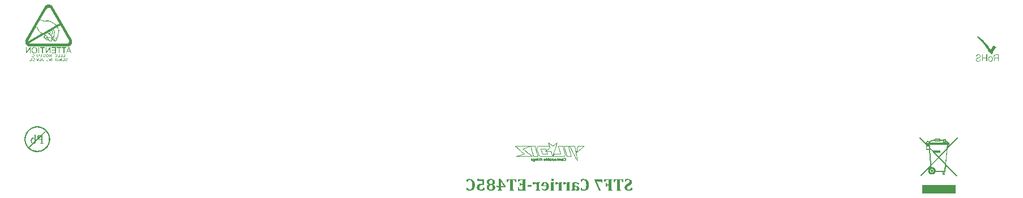
<source format=gbo>
G04*
G04 #@! TF.GenerationSoftware,Altium Limited,Altium Designer,19.0.11 (319)*
G04*
G04 Layer_Color=32896*
%FSLAX44Y44*%
%MOMM*%
G71*
G01*
G75*
%ADD16C,0.0640*%
%ADD17C,0.0300*%
G36*
X76344Y-458758D02*
X72901D01*
Y-455704D01*
X76344D01*
Y-458758D01*
D02*
G37*
G36*
X181091Y-460396D02*
X179369D01*
X179258Y-459980D01*
X179147Y-459591D01*
X179092Y-459452D01*
X179064Y-459341D01*
X179036Y-459258D01*
Y-459230D01*
X178953Y-459008D01*
X178870Y-458814D01*
X178786Y-458619D01*
X178703Y-458480D01*
X178647Y-458369D01*
X178592Y-458286D01*
X178536Y-458258D01*
Y-458231D01*
X178287Y-457981D01*
X178064Y-457814D01*
X177898Y-457703D01*
X177870Y-457675D01*
X177842D01*
X177676Y-457620D01*
X177481Y-457564D01*
X177093Y-457509D01*
X176926Y-457481D01*
X175677D01*
Y-469946D01*
Y-470335D01*
Y-470668D01*
X175705Y-470779D01*
Y-470863D01*
Y-470918D01*
Y-470946D01*
X175732Y-471223D01*
X175816Y-471418D01*
X175871Y-471557D01*
X175899Y-471612D01*
X176038Y-471779D01*
X176177Y-471917D01*
X176288Y-472001D01*
X176315Y-472029D01*
X176343D01*
X176593Y-472112D01*
X176871Y-472195D01*
X176982Y-472223D01*
X177093D01*
X177148Y-472251D01*
X177176D01*
Y-473056D01*
X170291D01*
Y-472251D01*
X170597Y-472195D01*
X170791Y-472140D01*
X170930Y-472112D01*
X170985Y-472084D01*
X171152Y-472001D01*
X171263Y-471917D01*
X171346Y-471862D01*
X171374Y-471834D01*
X171540Y-471612D01*
X171596Y-471529D01*
X171624Y-471501D01*
X171679Y-471307D01*
X171735Y-471140D01*
X171763Y-471001D01*
Y-470946D01*
X171790Y-470640D01*
Y-470307D01*
Y-470168D01*
Y-470057D01*
Y-469974D01*
Y-469946D01*
Y-457481D01*
X170541D01*
X170291Y-457509D01*
X170124Y-457537D01*
X170069D01*
X169847Y-457592D01*
X169680Y-457648D01*
X169569Y-457675D01*
X169541Y-457703D01*
X169375Y-457786D01*
X169264Y-457897D01*
X169181Y-457981D01*
X169153Y-458009D01*
X169014Y-458175D01*
X168903Y-458314D01*
X168820Y-458425D01*
X168792Y-458480D01*
X168681Y-458703D01*
X168570Y-458925D01*
X168514Y-459091D01*
X168486Y-459147D01*
Y-459175D01*
X168431Y-459341D01*
X168375Y-459535D01*
X168237Y-459924D01*
X168181Y-460118D01*
X168126Y-460257D01*
X168098Y-460368D01*
Y-460396D01*
X166404D01*
Y-456037D01*
X181091D01*
Y-460396D01*
D02*
G37*
G36*
X21097Y-460396D02*
X19376D01*
X19265Y-459980D01*
X19154Y-459591D01*
X19098Y-459452D01*
X19070Y-459341D01*
X19043Y-459258D01*
Y-459230D01*
X18959Y-459008D01*
X18876Y-458814D01*
X18793Y-458619D01*
X18709Y-458480D01*
X18654Y-458369D01*
X18598Y-458286D01*
X18543Y-458258D01*
Y-458231D01*
X18293Y-457981D01*
X18071Y-457814D01*
X17904Y-457703D01*
X17877Y-457675D01*
X17849D01*
X17682Y-457620D01*
X17488Y-457564D01*
X17099Y-457509D01*
X16933Y-457481D01*
X15683D01*
Y-469946D01*
Y-470335D01*
Y-470668D01*
X15711Y-470779D01*
Y-470863D01*
Y-470918D01*
Y-470946D01*
X15739Y-471223D01*
X15822Y-471418D01*
X15878Y-471557D01*
X15905Y-471612D01*
X16044Y-471779D01*
X16183Y-471917D01*
X16294Y-472001D01*
X16322Y-472029D01*
X16350D01*
X16600Y-472112D01*
X16877Y-472195D01*
X16988Y-472223D01*
X17099D01*
X17155Y-472251D01*
X17183D01*
Y-473056D01*
X10297D01*
Y-472251D01*
X10603Y-472195D01*
X10797Y-472140D01*
X10936Y-472112D01*
X10992Y-472084D01*
X11158Y-472001D01*
X11269Y-471917D01*
X11352Y-471862D01*
X11380Y-471834D01*
X11547Y-471612D01*
X11602Y-471529D01*
X11630Y-471501D01*
X11686Y-471307D01*
X11741Y-471140D01*
X11769Y-471001D01*
Y-470946D01*
X11797Y-470640D01*
Y-470307D01*
Y-470168D01*
Y-470057D01*
Y-469974D01*
Y-469946D01*
Y-457481D01*
X10547D01*
X10297Y-457509D01*
X10131Y-457537D01*
X10075D01*
X9853Y-457592D01*
X9687Y-457648D01*
X9576Y-457675D01*
X9548Y-457703D01*
X9381Y-457786D01*
X9270Y-457897D01*
X9187Y-457981D01*
X9159Y-458009D01*
X9021Y-458175D01*
X8909Y-458314D01*
X8826Y-458425D01*
X8798Y-458480D01*
X8687Y-458703D01*
X8576Y-458925D01*
X8521Y-459091D01*
X8493Y-459147D01*
Y-459175D01*
X8437Y-459341D01*
X8382Y-459535D01*
X8243Y-459924D01*
X8188Y-460118D01*
X8132Y-460257D01*
X8104Y-460368D01*
Y-460396D01*
X6411D01*
Y-456037D01*
X21097D01*
Y-460396D01*
D02*
G37*
G36*
X149886Y-461201D02*
X148442D01*
X148387Y-460979D01*
X148331Y-460757D01*
X148276Y-460590D01*
X148248Y-460452D01*
X148220Y-460368D01*
X148192Y-460285D01*
X148165Y-460229D01*
X148054Y-460035D01*
X147942Y-459869D01*
X147859Y-459758D01*
X147831Y-459730D01*
X147637Y-459591D01*
X147471Y-459508D01*
X147332Y-459480D01*
X147276Y-459452D01*
X146971Y-459397D01*
X146693Y-459369D01*
X140808D01*
Y-459535D01*
X147082Y-472251D01*
Y-473083D01*
X144528D01*
X137587Y-456842D01*
Y-456037D01*
X149553D01*
X149886Y-461201D01*
D02*
G37*
G36*
X35478Y-456843D02*
X35172Y-456954D01*
X34950Y-457037D01*
X34811Y-457120D01*
X34756Y-457148D01*
X34562Y-457259D01*
X34451Y-457398D01*
X34367Y-457481D01*
X34340Y-457537D01*
X34256Y-457759D01*
X34201Y-457953D01*
X34173Y-458120D01*
Y-458175D01*
Y-458203D01*
X34145Y-458508D01*
Y-458841D01*
Y-458980D01*
Y-459063D01*
Y-459147D01*
Y-459175D01*
Y-469946D01*
Y-470335D01*
X34173Y-470668D01*
Y-470779D01*
X34201Y-470863D01*
Y-470918D01*
Y-470946D01*
X34228Y-471196D01*
X34284Y-471418D01*
X34340Y-471529D01*
X34367Y-471584D01*
X34478Y-471751D01*
X34589Y-471862D01*
X34701Y-471945D01*
X34756Y-471973D01*
X34978Y-472084D01*
X35228Y-472167D01*
X35394Y-472223D01*
X35450Y-472251D01*
X35478D01*
Y-473056D01*
X23207D01*
X22985Y-468503D01*
X24678D01*
X24762Y-468780D01*
X24845Y-469030D01*
X24900Y-469252D01*
X24956Y-469419D01*
X25011Y-469558D01*
X25067Y-469669D01*
X25095Y-469724D01*
Y-469752D01*
X25234Y-470057D01*
X25345Y-470280D01*
X25428Y-470418D01*
X25456Y-470474D01*
X25594Y-470668D01*
X25705Y-470835D01*
X25817Y-470946D01*
X25844Y-471001D01*
X26011Y-471140D01*
X26150Y-471251D01*
X26261Y-471334D01*
X26316Y-471362D01*
X26483Y-471446D01*
X26649Y-471501D01*
X26788Y-471557D01*
X26844D01*
X27066Y-471584D01*
X27316Y-471612D01*
X30286D01*
Y-464949D01*
X28426D01*
X28232Y-464977D01*
X28093Y-465005D01*
X27982Y-465032D01*
X27815Y-465088D01*
X27760Y-465116D01*
X27566Y-465255D01*
X27399Y-465421D01*
X27288Y-465588D01*
X27260Y-465615D01*
Y-465643D01*
X27177Y-465810D01*
X27094Y-465976D01*
X26983Y-466337D01*
X26927Y-466504D01*
X26899Y-466643D01*
X26872Y-466726D01*
Y-466754D01*
X25456D01*
Y-461673D01*
X26872D01*
X26927Y-461951D01*
X27010Y-462173D01*
X27066Y-462367D01*
X27121Y-462534D01*
X27177Y-462645D01*
X27232Y-462728D01*
X27260Y-462784D01*
Y-462811D01*
X27427Y-463033D01*
X27593Y-463200D01*
X27732Y-463311D01*
X27760Y-463339D01*
X27788D01*
X28038Y-463422D01*
X28315Y-463450D01*
X28426Y-463478D01*
X30286D01*
Y-457481D01*
X27232D01*
X26955Y-457509D01*
X26705Y-457564D01*
X26511Y-457592D01*
X26372Y-457648D01*
X26288Y-457703D01*
X26233Y-457731D01*
X26205D01*
X25928Y-457953D01*
X25705Y-458147D01*
X25567Y-458314D01*
X25511Y-458369D01*
Y-458397D01*
X25400Y-458592D01*
X25289Y-458814D01*
X25067Y-459369D01*
X24956Y-459619D01*
X24873Y-459813D01*
X24845Y-459952D01*
X24817Y-459980D01*
Y-460008D01*
X23096D01*
Y-456037D01*
X35478D01*
Y-456843D01*
D02*
G37*
G36*
X-36038Y-455454D02*
X-35926Y-455621D01*
X-35871Y-455732D01*
X-35843Y-455760D01*
X-35732Y-455843D01*
X-35621Y-455926D01*
X-35510Y-455954D01*
X-35482Y-455982D01*
X-35288Y-456010D01*
X-35066Y-456037D01*
X-27459D01*
Y-464561D01*
X-28570Y-465255D01*
X-29014Y-465144D01*
X-29402Y-465060D01*
X-29569Y-465032D01*
X-29708Y-465005D01*
X-29791Y-464977D01*
X-29819D01*
X-30346Y-464921D01*
X-30568Y-464894D01*
X-30763Y-464866D01*
X-31151D01*
X-31707Y-464894D01*
X-32206Y-465005D01*
X-32623Y-465144D01*
X-32956Y-465310D01*
X-33234Y-465504D01*
X-33400Y-465643D01*
X-33539Y-465754D01*
X-33567Y-465782D01*
X-33844Y-466171D01*
X-34039Y-466587D01*
X-34205Y-467031D01*
X-34289Y-467448D01*
X-34344Y-467836D01*
X-34400Y-468142D01*
Y-468253D01*
Y-468336D01*
Y-468392D01*
Y-468419D01*
X-34372Y-469030D01*
X-34289Y-469585D01*
X-34177Y-470030D01*
X-34067Y-470391D01*
X-33955Y-470668D01*
X-33844Y-470863D01*
X-33761Y-471001D01*
X-33733Y-471029D01*
X-33456Y-471307D01*
X-33150Y-471501D01*
X-32817Y-471668D01*
X-32484Y-471751D01*
X-32206Y-471806D01*
X-31957Y-471834D01*
X-31790Y-471862D01*
X-31734D01*
X-31346Y-471834D01*
X-31013Y-471751D01*
X-30707Y-471640D01*
X-30430Y-471529D01*
X-30235Y-471418D01*
X-30096Y-471307D01*
X-29985Y-471223D01*
X-29958Y-471196D01*
X-29736Y-470918D01*
X-29513Y-470585D01*
X-29347Y-470252D01*
X-29236Y-469919D01*
X-29125Y-469641D01*
X-29042Y-469391D01*
X-29014Y-469225D01*
X-28986Y-469197D01*
Y-469169D01*
X-26709D01*
Y-472306D01*
X-27098Y-472473D01*
X-27487Y-472612D01*
X-27875Y-472723D01*
X-28236Y-472806D01*
X-28570Y-472889D01*
X-28819Y-472945D01*
X-28986Y-473000D01*
X-29042D01*
X-29541Y-473083D01*
X-30041Y-473139D01*
X-30485Y-473195D01*
X-30874Y-473222D01*
X-31235D01*
X-31485Y-473250D01*
X-31707D01*
X-32456Y-473222D01*
X-33123Y-473167D01*
X-33706Y-473083D01*
X-34233Y-472972D01*
X-34650Y-472861D01*
X-34816Y-472834D01*
X-34955Y-472778D01*
X-35066Y-472750D01*
X-35149Y-472723D01*
X-35177Y-472695D01*
X-35205D01*
X-35732Y-472445D01*
X-36176Y-472167D01*
X-36565Y-471890D01*
X-36871Y-471612D01*
X-37120Y-471334D01*
X-37315Y-471140D01*
X-37426Y-471001D01*
X-37453Y-470946D01*
X-37703Y-470474D01*
X-37898Y-470002D01*
X-38036Y-469530D01*
X-38147Y-469058D01*
X-38203Y-468669D01*
X-38231Y-468336D01*
Y-468225D01*
Y-468142D01*
Y-468086D01*
Y-468059D01*
X-38203Y-467531D01*
X-38120Y-467031D01*
X-38009Y-466615D01*
X-37898Y-466226D01*
X-37787Y-465921D01*
X-37676Y-465699D01*
X-37592Y-465560D01*
X-37564Y-465504D01*
X-37315Y-465116D01*
X-37009Y-464783D01*
X-36704Y-464477D01*
X-36426Y-464255D01*
X-36176Y-464061D01*
X-35954Y-463950D01*
X-35815Y-463866D01*
X-35760Y-463839D01*
X-35316Y-463644D01*
X-34844Y-463506D01*
X-34400Y-463395D01*
X-33983Y-463339D01*
X-33622Y-463283D01*
X-33317Y-463256D01*
X-32651D01*
X-32290Y-463283D01*
X-31957D01*
X-31679Y-463311D01*
X-31429Y-463339D01*
X-31263D01*
X-31151Y-463367D01*
X-31124D01*
X-30568Y-463450D01*
X-30291Y-463506D01*
X-30069Y-463561D01*
X-29874Y-463589D01*
X-29736Y-463644D01*
X-29625Y-463672D01*
X-29597D01*
Y-459175D01*
X-37287D01*
X-37537Y-455205D01*
X-36149D01*
X-36038Y-455454D01*
D02*
G37*
G36*
X164350Y-456842D02*
X164045Y-456954D01*
X163822Y-457037D01*
X163684Y-457120D01*
X163628Y-457148D01*
X163434Y-457259D01*
X163323Y-457398D01*
X163239Y-457481D01*
X163212Y-457537D01*
X163128Y-457759D01*
X163073Y-457953D01*
X163045Y-458120D01*
Y-458175D01*
Y-458203D01*
X163017Y-458508D01*
Y-458841D01*
Y-458980D01*
Y-459063D01*
Y-459147D01*
Y-459175D01*
Y-469919D01*
Y-470335D01*
X163045Y-470502D01*
Y-470668D01*
Y-470779D01*
X163073Y-470863D01*
Y-470918D01*
Y-470946D01*
X163101Y-471196D01*
X163156Y-471418D01*
X163212Y-471529D01*
X163239Y-471584D01*
X163351Y-471751D01*
X163462Y-471890D01*
X163573Y-471973D01*
X163628Y-472001D01*
X163850Y-472084D01*
X164100Y-472167D01*
X164267Y-472223D01*
X164322Y-472251D01*
X164350D01*
Y-473056D01*
X157632D01*
Y-472251D01*
X157937Y-472195D01*
X158159Y-472140D01*
X158298Y-472112D01*
X158353Y-472084D01*
X158520Y-472001D01*
X158631Y-471917D01*
X158714Y-471862D01*
X158742Y-471834D01*
X158909Y-471612D01*
X158964Y-471529D01*
X158992Y-471501D01*
X159047Y-471307D01*
X159103Y-471140D01*
X159131Y-471001D01*
Y-470946D01*
X159158Y-470640D01*
Y-470307D01*
Y-470168D01*
Y-470057D01*
Y-469974D01*
Y-469946D01*
Y-465310D01*
X157548D01*
X157187Y-465338D01*
X156910Y-465393D01*
X156743Y-465449D01*
X156688Y-465477D01*
X156466Y-465643D01*
X156299Y-465838D01*
X156188Y-466004D01*
X156160Y-466060D01*
Y-466087D01*
X156077Y-466254D01*
X155993Y-466448D01*
X155883Y-466865D01*
X155827Y-467031D01*
X155799Y-467170D01*
X155771Y-467281D01*
Y-467309D01*
X154383D01*
Y-461867D01*
X155771D01*
X155827Y-462145D01*
X155883Y-462367D01*
X155938Y-462589D01*
X155993Y-462756D01*
X156049Y-462895D01*
X156105Y-462978D01*
X156132Y-463033D01*
Y-463061D01*
X156299Y-463339D01*
X156466Y-463533D01*
X156604Y-463644D01*
X156632Y-463672D01*
X156660D01*
X156938Y-463755D01*
X157215Y-463811D01*
X157354Y-463839D01*
X159158D01*
Y-457481D01*
X156410D01*
X156132Y-457509D01*
X155883Y-457564D01*
X155688Y-457592D01*
X155549Y-457648D01*
X155466Y-457703D01*
X155410Y-457731D01*
X155383D01*
X155105Y-457953D01*
X154911Y-458147D01*
X154772Y-458314D01*
X154717Y-458369D01*
Y-458397D01*
X154605Y-458592D01*
X154467Y-458814D01*
X154244Y-459369D01*
X154134Y-459619D01*
X154050Y-459813D01*
X154022Y-459952D01*
X153995Y-459980D01*
Y-460007D01*
X152273D01*
Y-456037D01*
X164350D01*
Y-456842D01*
D02*
G37*
G36*
X109214Y-460507D02*
X109409D01*
X109547Y-460535D01*
X109658D01*
X109742Y-460563D01*
X109769D01*
X110214Y-460646D01*
X110658Y-460729D01*
X110824Y-460785D01*
X110963Y-460813D01*
X111074Y-460840D01*
X111102D01*
X111629Y-460979D01*
X111879Y-461062D01*
X112129Y-461118D01*
X112324Y-461174D01*
X112462Y-461229D01*
X112573Y-461284D01*
X112601D01*
X112907Y-461396D01*
X113212Y-461507D01*
X113545Y-461645D01*
X113850Y-461757D01*
X114100Y-461867D01*
X114323Y-461979D01*
X114461Y-462034D01*
X114517Y-462062D01*
Y-464338D01*
X112157D01*
X112074Y-463978D01*
X112018Y-463672D01*
X111935Y-463395D01*
X111852Y-463172D01*
X111768Y-463006D01*
X111713Y-462895D01*
X111657Y-462811D01*
Y-462784D01*
X111518Y-462589D01*
X111380Y-462423D01*
X111241Y-462312D01*
X111130Y-462201D01*
X111019Y-462117D01*
X110963Y-462062D01*
X110908Y-462034D01*
X110880D01*
X110547Y-461923D01*
X110241Y-461867D01*
X110103Y-461840D01*
X109908D01*
X109492Y-461867D01*
X109186Y-461951D01*
X109075Y-462006D01*
X108992Y-462062D01*
X108937Y-462090D01*
X108909D01*
X108770Y-462201D01*
X108631Y-462340D01*
X108409Y-462617D01*
X108354Y-462756D01*
X108298Y-462867D01*
X108243Y-462950D01*
Y-462978D01*
X108159Y-463228D01*
X108076Y-463533D01*
X108020Y-463811D01*
X107993Y-464116D01*
X107965Y-464366D01*
Y-464561D01*
Y-464699D01*
Y-464755D01*
Y-465949D01*
X108631Y-466004D01*
X109270Y-466087D01*
X109853Y-466171D01*
X110380Y-466282D01*
X110880Y-466393D01*
X111324Y-466504D01*
X111741Y-466615D01*
X112101Y-466726D01*
X112407Y-466837D01*
X112684Y-466920D01*
X112934Y-467031D01*
X113129Y-467115D01*
X113267Y-467170D01*
X113379Y-467226D01*
X113434Y-467281D01*
X113462D01*
X113767Y-467476D01*
X114045Y-467698D01*
X114295Y-467948D01*
X114517Y-468170D01*
X114683Y-468419D01*
X114822Y-468669D01*
X115044Y-469114D01*
X115183Y-469530D01*
X115239Y-469863D01*
X115266Y-470002D01*
Y-470085D01*
Y-470141D01*
Y-470168D01*
X115239Y-470502D01*
X115211Y-470807D01*
X115128Y-471085D01*
X115044Y-471307D01*
X114989Y-471501D01*
X114906Y-471668D01*
X114878Y-471751D01*
X114850Y-471779D01*
X114683Y-472029D01*
X114489Y-472251D01*
X114295Y-472417D01*
X114100Y-472584D01*
X113934Y-472695D01*
X113795Y-472778D01*
X113684Y-472834D01*
X113656Y-472861D01*
X113351Y-473000D01*
X113018Y-473083D01*
X112712Y-473167D01*
X112407Y-473195D01*
X112157Y-473222D01*
X111963Y-473250D01*
X111768D01*
X111380Y-473222D01*
X110991Y-473167D01*
X110658Y-473111D01*
X110352Y-473028D01*
X110103Y-472945D01*
X109908Y-472861D01*
X109797Y-472834D01*
X109742Y-472806D01*
X109381Y-472612D01*
X109020Y-472389D01*
X108687Y-472140D01*
X108381Y-471917D01*
X108132Y-471695D01*
X107909Y-471529D01*
X107798Y-471418D01*
X107743Y-471362D01*
X107549Y-471446D01*
X107660Y-473056D01*
X103023D01*
Y-472251D01*
X103190Y-472195D01*
X103329Y-472167D01*
X103551Y-472084D01*
X103690Y-472056D01*
X103717Y-472029D01*
X103828Y-471973D01*
X103939Y-471890D01*
X103995Y-471862D01*
X104023Y-471834D01*
X104106Y-471723D01*
X104162Y-471612D01*
X104189Y-471501D01*
X104217Y-471473D01*
X104273Y-471279D01*
X104300Y-471057D01*
X104328Y-470890D01*
Y-470835D01*
Y-470807D01*
Y-470613D01*
X104356Y-470418D01*
Y-470002D01*
Y-469808D01*
Y-469669D01*
Y-469558D01*
Y-469530D01*
Y-464672D01*
X104384Y-464116D01*
X104439Y-463616D01*
X104495Y-463200D01*
X104578Y-462839D01*
X104689Y-462562D01*
X104745Y-462367D01*
X104800Y-462228D01*
X104828Y-462201D01*
X105022Y-461867D01*
X105217Y-461618D01*
X105466Y-461396D01*
X105661Y-461201D01*
X105883Y-461062D01*
X106049Y-460979D01*
X106160Y-460924D01*
X106188Y-460896D01*
X106549Y-460757D01*
X106938Y-460646D01*
X107326Y-460591D01*
X107715Y-460535D01*
X108048Y-460507D01*
X108326Y-460479D01*
X109020D01*
X109214Y-460507D01*
D02*
G37*
G36*
X4912Y-466781D02*
Y-468114D01*
X-1779D01*
Y-469974D01*
Y-470391D01*
X-1751Y-470557D01*
Y-470696D01*
Y-470807D01*
X-1724Y-470890D01*
Y-470946D01*
Y-470974D01*
X-1696Y-471223D01*
X-1640Y-471418D01*
X-1585Y-471529D01*
X-1557Y-471584D01*
X-1446Y-471751D01*
X-1307Y-471862D01*
X-1196Y-471945D01*
X-1141Y-471973D01*
X-918Y-472084D01*
X-696Y-472167D01*
X-530Y-472223D01*
X-474Y-472251D01*
X-446D01*
Y-473056D01*
X-6832D01*
Y-472251D01*
X-6554Y-472167D01*
X-6332Y-472084D01*
X-6193Y-472056D01*
X-6138Y-472029D01*
X-5971Y-471917D01*
X-5860Y-471806D01*
X-5777Y-471695D01*
X-5749Y-471668D01*
X-5666Y-471473D01*
X-5583Y-471279D01*
X-5555Y-471112D01*
X-5527Y-471085D01*
Y-471057D01*
X-5499Y-470724D01*
X-5471Y-470363D01*
Y-470196D01*
Y-470085D01*
Y-470002D01*
Y-469974D01*
Y-468114D01*
X-8664D01*
X-8803Y-465366D01*
X-7498D01*
X-7442Y-465560D01*
X-7359Y-465727D01*
X-7304Y-465865D01*
X-7248Y-465976D01*
X-7165Y-466115D01*
X-7137Y-466171D01*
X-6998Y-466310D01*
X-6859Y-466393D01*
X-6776Y-466448D01*
X-6721Y-466476D01*
X-6610Y-466504D01*
X-6471Y-466532D01*
X-6193Y-466559D01*
X-5471D01*
Y-455926D01*
X-2667D01*
X4912Y-466781D01*
D02*
G37*
G36*
X43945Y-467559D02*
X38032D01*
Y-464949D01*
X43945D01*
Y-467559D01*
D02*
G37*
G36*
X64073Y-460507D02*
X64684Y-460591D01*
X65239Y-460729D01*
X65711Y-460868D01*
X66100Y-461007D01*
X66377Y-461146D01*
X66488Y-461174D01*
X66571Y-461229D01*
X66599Y-461257D01*
X66627D01*
X67127Y-461562D01*
X67543Y-461923D01*
X67932Y-462284D01*
X68237Y-462645D01*
X68459Y-462978D01*
X68654Y-463228D01*
X68709Y-463339D01*
X68765Y-463422D01*
X68793Y-463450D01*
Y-463478D01*
X69042Y-464033D01*
X69237Y-464616D01*
X69348Y-465199D01*
X69459Y-465754D01*
X69514Y-466226D01*
Y-466421D01*
X69542Y-466615D01*
Y-466754D01*
Y-466865D01*
Y-466920D01*
Y-466948D01*
X69514Y-467503D01*
X69486Y-468059D01*
X69403Y-468558D01*
X69320Y-469002D01*
X69209Y-469419D01*
X69070Y-469808D01*
X68931Y-470168D01*
X68793Y-470474D01*
X68681Y-470751D01*
X68543Y-471001D01*
X68404Y-471196D01*
X68293Y-471362D01*
X68210Y-471501D01*
X68126Y-471584D01*
X68098Y-471640D01*
X68071Y-471668D01*
X67765Y-471945D01*
X67460Y-472195D01*
X67127Y-472389D01*
X66766Y-472584D01*
X66405Y-472723D01*
X66044Y-472861D01*
X65322Y-473056D01*
X64989Y-473111D01*
X64684Y-473167D01*
X64406Y-473195D01*
X64156Y-473222D01*
X63962Y-473250D01*
X63684D01*
X63101Y-473222D01*
X62546Y-473167D01*
X62074Y-473083D01*
X61658Y-472972D01*
X61297Y-472861D01*
X61047Y-472778D01*
X60880Y-472723D01*
X60825Y-472695D01*
X60353Y-472445D01*
X59909Y-472167D01*
X59464Y-471862D01*
X59103Y-471529D01*
X58770Y-471251D01*
X58520Y-471029D01*
X58354Y-470863D01*
X58298Y-470835D01*
Y-470807D01*
X59298Y-469697D01*
X59631Y-470002D01*
X59936Y-470252D01*
X60214Y-470474D01*
X60464Y-470640D01*
X60658Y-470779D01*
X60825Y-470863D01*
X60936Y-470918D01*
X60964Y-470946D01*
X61241Y-471057D01*
X61547Y-471140D01*
X61824Y-471223D01*
X62102Y-471251D01*
X62324Y-471279D01*
X62491Y-471307D01*
X62657D01*
X63240Y-471251D01*
X63740Y-471140D01*
X64156Y-470974D01*
X64489Y-470779D01*
X64767Y-470585D01*
X64961Y-470418D01*
X65072Y-470307D01*
X65100Y-470252D01*
X65350Y-469808D01*
X65544Y-469280D01*
X65683Y-468725D01*
X65766Y-468170D01*
X65822Y-467698D01*
X65850Y-467476D01*
X65877Y-467281D01*
Y-467142D01*
Y-467031D01*
Y-466948D01*
Y-466920D01*
X57965D01*
X57993Y-466393D01*
X58021Y-465893D01*
X58076Y-465477D01*
X58104Y-465116D01*
X58159Y-464810D01*
X58215Y-464588D01*
X58243Y-464449D01*
Y-464394D01*
X58326Y-464033D01*
X58437Y-463700D01*
X58548Y-463395D01*
X58659Y-463117D01*
X58770Y-462923D01*
X58854Y-462756D01*
X58909Y-462645D01*
X58937Y-462617D01*
X59270Y-462145D01*
X59437Y-461951D01*
X59603Y-461784D01*
X59742Y-461673D01*
X59853Y-461562D01*
X59936Y-461507D01*
X59964Y-461479D01*
X60464Y-461174D01*
X60686Y-461035D01*
X60936Y-460951D01*
X61130Y-460868D01*
X61297Y-460813D01*
X61408Y-460757D01*
X61435D01*
X61769Y-460674D01*
X62102Y-460591D01*
X62435Y-460535D01*
X62740Y-460507D01*
X62990Y-460479D01*
X63407D01*
X64073Y-460507D01*
D02*
G37*
G36*
X122374Y-455871D02*
X123206Y-455982D01*
X123928Y-456176D01*
X124261Y-456259D01*
X124539Y-456371D01*
X124817Y-456482D01*
X125066Y-456565D01*
X125261Y-456676D01*
X125427Y-456759D01*
X125566Y-456815D01*
X125677Y-456870D01*
X125733Y-456926D01*
X125760D01*
X126399Y-457370D01*
X126926Y-457870D01*
X127399Y-458369D01*
X127759Y-458869D01*
X128065Y-459313D01*
X128176Y-459508D01*
X128287Y-459674D01*
X128370Y-459813D01*
X128398Y-459924D01*
X128453Y-459980D01*
Y-460007D01*
X128759Y-460785D01*
X128981Y-461590D01*
X129148Y-462367D01*
X129258Y-463117D01*
X129286Y-463450D01*
X129314Y-463755D01*
X129342Y-464033D01*
Y-464283D01*
X129370Y-464449D01*
Y-464616D01*
Y-464699D01*
Y-464727D01*
X129342Y-465754D01*
X129286Y-466226D01*
X129258Y-466698D01*
X129175Y-467115D01*
X129120Y-467503D01*
X129064Y-467864D01*
X128981Y-468197D01*
X128898Y-468503D01*
X128842Y-468753D01*
X128759Y-468975D01*
X128703Y-469169D01*
X128675Y-469308D01*
X128620Y-469419D01*
X128592Y-469474D01*
Y-469502D01*
X128259Y-470168D01*
X127898Y-470751D01*
X127482Y-471223D01*
X127093Y-471612D01*
X126732Y-471945D01*
X126455Y-472167D01*
X126343Y-472223D01*
X126260Y-472278D01*
X126205Y-472334D01*
X126177D01*
X125511Y-472639D01*
X124817Y-472861D01*
X124122Y-473028D01*
X123428Y-473139D01*
X123123Y-473167D01*
X122845Y-473195D01*
X122596Y-473222D01*
X122374D01*
X122179Y-473250D01*
X121485D01*
X121041Y-473222D01*
X120652Y-473195D01*
X120291Y-473167D01*
X119986D01*
X119764Y-473139D01*
X119625Y-473111D01*
X119570D01*
X118709Y-472972D01*
X118265Y-472889D01*
X117904Y-472834D01*
X117571Y-472750D01*
X117293Y-472695D01*
X117127Y-472639D01*
X117071D01*
Y-468864D01*
X118764D01*
X118848Y-469252D01*
X118959Y-469613D01*
X119070Y-469891D01*
X119153Y-470141D01*
X119236Y-470335D01*
X119320Y-470474D01*
X119347Y-470557D01*
X119375Y-470585D01*
X119514Y-470807D01*
X119653Y-470974D01*
X119819Y-471140D01*
X119958Y-471279D01*
X120097Y-471362D01*
X120180Y-471446D01*
X120264Y-471473D01*
X120291Y-471501D01*
X120513Y-471612D01*
X120763Y-471668D01*
X121235Y-471779D01*
X121430Y-471779D01*
X121596Y-471806D01*
X121763D01*
X122096Y-471779D01*
X122401Y-471723D01*
X122679Y-471640D01*
X122956Y-471529D01*
X123428Y-471251D01*
X123789Y-470918D01*
X124095Y-470585D01*
X124317Y-470307D01*
X124372Y-470196D01*
X124428Y-470113D01*
X124483Y-470057D01*
Y-470030D01*
X124650Y-469669D01*
X124789Y-469280D01*
X125011Y-468447D01*
X125177Y-467587D01*
X125288Y-466726D01*
X125316Y-466337D01*
X125344Y-465976D01*
X125372Y-465643D01*
Y-465338D01*
X125400Y-465116D01*
Y-464921D01*
Y-464810D01*
Y-464782D01*
Y-464116D01*
X125344Y-463478D01*
X125316Y-462895D01*
X125233Y-462340D01*
X125177Y-461840D01*
X125094Y-461368D01*
X124983Y-460951D01*
X124900Y-460590D01*
X124817Y-460257D01*
X124705Y-459980D01*
X124622Y-459730D01*
X124567Y-459535D01*
X124483Y-459369D01*
X124456Y-459258D01*
X124400Y-459202D01*
Y-459175D01*
X124206Y-458841D01*
X123984Y-458564D01*
X123734Y-458286D01*
X123484Y-458092D01*
X123262Y-457897D01*
X123012Y-457759D01*
X122512Y-457509D01*
X122068Y-457398D01*
X121902Y-457342D01*
X121735Y-457314D01*
X121596Y-457287D01*
X121402D01*
X121013Y-457314D01*
X120680Y-457398D01*
X120402Y-457509D01*
X120153Y-457620D01*
X119958Y-457731D01*
X119819Y-457842D01*
X119736Y-457925D01*
X119708Y-457953D01*
X119486Y-458231D01*
X119292Y-458564D01*
X119125Y-458897D01*
X118987Y-459230D01*
X118903Y-459563D01*
X118820Y-459813D01*
X118764Y-459980D01*
Y-460008D01*
Y-460035D01*
X117071D01*
Y-456426D01*
X117487Y-456315D01*
X117876Y-456204D01*
X118237Y-456121D01*
X118542Y-456065D01*
X118820Y-456010D01*
X119042Y-455982D01*
X119153Y-455954D01*
X119209D01*
X119986Y-455871D01*
X120375Y-455843D01*
X120736D01*
X121041Y-455815D01*
X121485Y-455815D01*
X122374Y-455871D01*
D02*
G37*
G36*
X-48197Y-455871D02*
X-47365Y-455982D01*
X-46643Y-456176D01*
X-46310Y-456260D01*
X-46032Y-456371D01*
X-45754Y-456482D01*
X-45504Y-456565D01*
X-45310Y-456676D01*
X-45144Y-456759D01*
X-45005Y-456815D01*
X-44894Y-456870D01*
X-44838Y-456926D01*
X-44811D01*
X-44172Y-457370D01*
X-43644Y-457870D01*
X-43172Y-458369D01*
X-42812Y-458869D01*
X-42506Y-459313D01*
X-42395Y-459508D01*
X-42284Y-459674D01*
X-42201Y-459813D01*
X-42173Y-459924D01*
X-42118Y-459980D01*
Y-460008D01*
X-41812Y-460785D01*
X-41590Y-461590D01*
X-41424Y-462367D01*
X-41312Y-463117D01*
X-41285Y-463450D01*
X-41257Y-463755D01*
X-41229Y-464033D01*
Y-464283D01*
X-41201Y-464449D01*
Y-464616D01*
Y-464699D01*
Y-464727D01*
X-41229Y-465754D01*
X-41285Y-466226D01*
X-41312Y-466698D01*
X-41396Y-467115D01*
X-41451Y-467503D01*
X-41507Y-467864D01*
X-41590Y-468197D01*
X-41673Y-468503D01*
X-41729Y-468753D01*
X-41812Y-468975D01*
X-41868Y-469169D01*
X-41895Y-469308D01*
X-41951Y-469419D01*
X-41979Y-469474D01*
Y-469502D01*
X-42312Y-470168D01*
X-42673Y-470751D01*
X-43089Y-471223D01*
X-43478Y-471612D01*
X-43839Y-471945D01*
X-44116Y-472167D01*
X-44227Y-472223D01*
X-44311Y-472278D01*
X-44366Y-472334D01*
X-44394D01*
X-45060Y-472639D01*
X-45754Y-472861D01*
X-46448Y-473028D01*
X-47143Y-473139D01*
X-47448Y-473167D01*
X-47726Y-473195D01*
X-47975Y-473222D01*
X-48197D01*
X-48392Y-473250D01*
X-49086D01*
X-49530Y-473222D01*
X-49919Y-473195D01*
X-50280Y-473167D01*
X-50585D01*
X-50807Y-473139D01*
X-50946Y-473111D01*
X-51001D01*
X-51862Y-472972D01*
X-52306Y-472889D01*
X-52667Y-472834D01*
X-53000Y-472750D01*
X-53278Y-472695D01*
X-53444Y-472639D01*
X-53500D01*
Y-468864D01*
X-51807D01*
X-51723Y-469252D01*
X-51612Y-469613D01*
X-51501Y-469891D01*
X-51418Y-470141D01*
X-51335Y-470335D01*
X-51251Y-470474D01*
X-51224Y-470557D01*
X-51196Y-470585D01*
X-51057Y-470807D01*
X-50918Y-470974D01*
X-50752Y-471140D01*
X-50613Y-471279D01*
X-50474Y-471362D01*
X-50391Y-471446D01*
X-50307Y-471473D01*
X-50280Y-471501D01*
X-50058Y-471612D01*
X-49808Y-471668D01*
X-49336Y-471779D01*
X-49141D01*
X-48975Y-471806D01*
X-48808D01*
X-48475Y-471779D01*
X-48170Y-471723D01*
X-47892Y-471640D01*
X-47614Y-471529D01*
X-47143Y-471251D01*
X-46782Y-470918D01*
X-46476Y-470585D01*
X-46254Y-470307D01*
X-46199Y-470196D01*
X-46143Y-470113D01*
X-46087Y-470057D01*
Y-470030D01*
X-45921Y-469669D01*
X-45782Y-469280D01*
X-45560Y-468447D01*
X-45394Y-467587D01*
X-45282Y-466726D01*
X-45255Y-466337D01*
X-45227Y-465976D01*
X-45199Y-465643D01*
Y-465338D01*
X-45171Y-465116D01*
Y-464921D01*
Y-464810D01*
Y-464783D01*
Y-464116D01*
X-45227Y-463478D01*
X-45255Y-462895D01*
X-45338Y-462340D01*
X-45394Y-461840D01*
X-45477Y-461368D01*
X-45588Y-460951D01*
X-45671Y-460591D01*
X-45754Y-460257D01*
X-45865Y-459980D01*
X-45949Y-459730D01*
X-46004Y-459535D01*
X-46087Y-459369D01*
X-46115Y-459258D01*
X-46171Y-459202D01*
Y-459175D01*
X-46365Y-458842D01*
X-46587Y-458564D01*
X-46837Y-458286D01*
X-47087Y-458092D01*
X-47309Y-457898D01*
X-47559Y-457759D01*
X-48059Y-457509D01*
X-48503Y-457398D01*
X-48669Y-457342D01*
X-48836Y-457315D01*
X-48975Y-457287D01*
X-49169D01*
X-49558Y-457315D01*
X-49891Y-457398D01*
X-50169Y-457509D01*
X-50418Y-457620D01*
X-50613Y-457731D01*
X-50752Y-457842D01*
X-50835Y-457925D01*
X-50863Y-457953D01*
X-51085Y-458231D01*
X-51279Y-458564D01*
X-51446Y-458897D01*
X-51584Y-459230D01*
X-51668Y-459563D01*
X-51751Y-459813D01*
X-51807Y-459980D01*
Y-460008D01*
Y-460035D01*
X-53500D01*
Y-456426D01*
X-53084Y-456315D01*
X-52695Y-456204D01*
X-52334Y-456121D01*
X-52029Y-456065D01*
X-51751Y-456010D01*
X-51529Y-455982D01*
X-51418Y-455954D01*
X-51362D01*
X-50585Y-455871D01*
X-50196Y-455843D01*
X-49835D01*
X-49530Y-455815D01*
X-49086D01*
X-48197Y-455871D01*
D02*
G37*
G36*
X92890Y-460507D02*
X93279Y-460563D01*
X93612Y-460618D01*
X93917Y-460701D01*
X94195Y-460813D01*
X94389Y-460868D01*
X94500Y-460924D01*
X94556Y-460951D01*
X94917Y-461146D01*
X95250Y-461396D01*
X95555Y-461645D01*
X95833Y-461895D01*
X96083Y-462145D01*
X96249Y-462340D01*
X96360Y-462450D01*
X96416Y-462506D01*
X96582Y-462478D01*
X96416Y-460591D01*
X97971D01*
X101413Y-460674D01*
Y-461534D01*
X101191Y-461590D01*
X101024Y-461618D01*
X100886Y-461673D01*
X100774Y-461729D01*
X100691Y-461784D01*
X100636Y-461812D01*
X100580Y-461840D01*
X100414Y-461979D01*
X100303Y-462117D01*
X100247Y-462228D01*
X100219Y-462284D01*
X100136Y-462506D01*
X100080Y-462728D01*
X100053Y-462895D01*
Y-462950D01*
Y-462978D01*
Y-463172D01*
X100025Y-463367D01*
Y-463811D01*
Y-464033D01*
Y-464200D01*
Y-464311D01*
Y-464338D01*
Y-469474D01*
Y-469891D01*
Y-470224D01*
X100053Y-470529D01*
Y-470751D01*
X100080Y-470918D01*
Y-471029D01*
X100108Y-471085D01*
Y-471112D01*
X100191Y-471418D01*
X100303Y-471640D01*
X100386Y-471779D01*
X100414Y-471834D01*
X100525Y-471917D01*
X100636Y-472001D01*
X100913Y-472140D01*
X101052Y-472195D01*
X101135Y-472223D01*
X101219Y-472251D01*
X101247D01*
Y-473056D01*
X95083D01*
Y-472251D01*
X95305Y-472195D01*
X95500Y-472140D01*
X95639Y-472084D01*
X95777Y-472001D01*
X95861Y-471945D01*
X95916Y-471917D01*
X95972Y-471862D01*
X96138Y-471640D01*
X96249Y-471390D01*
X96277Y-471279D01*
X96305Y-471196D01*
X96333Y-471140D01*
Y-471112D01*
X96360Y-470918D01*
X96388Y-470668D01*
X96416Y-470113D01*
Y-469863D01*
Y-469669D01*
Y-469530D01*
Y-469474D01*
Y-465477D01*
Y-465255D01*
Y-465060D01*
Y-464894D01*
X96388Y-464755D01*
Y-464644D01*
Y-464561D01*
Y-464533D01*
Y-464505D01*
X96333Y-464255D01*
X96277Y-464061D01*
X96249Y-463922D01*
X96222Y-463866D01*
X96110Y-463616D01*
X95972Y-463422D01*
X95888Y-463283D01*
X95833Y-463228D01*
X95611Y-463033D01*
X95389Y-462867D01*
X95250Y-462784D01*
X95222Y-462756D01*
X95194D01*
X94972Y-462645D01*
X94778Y-462617D01*
X94667Y-462589D01*
X94611D01*
X94417Y-462617D01*
X94223Y-462645D01*
X93945Y-462784D01*
X93834Y-462867D01*
X93751Y-462923D01*
X93723Y-462950D01*
X93695Y-462978D01*
X93556Y-463145D01*
X93445Y-463311D01*
X93279Y-463672D01*
X93223Y-463839D01*
X93168Y-463978D01*
X93140Y-464061D01*
Y-464089D01*
X90863D01*
Y-460646D01*
X91474Y-460535D01*
X91752Y-460507D01*
X91974D01*
X92196Y-460479D01*
X92474D01*
X92890Y-460507D01*
D02*
G37*
G36*
X81091D02*
X81480Y-460563D01*
X81813Y-460618D01*
X82118Y-460701D01*
X82396Y-460813D01*
X82590Y-460868D01*
X82701Y-460924D01*
X82757Y-460951D01*
X83118Y-461146D01*
X83451Y-461396D01*
X83756Y-461645D01*
X84034Y-461895D01*
X84284Y-462145D01*
X84450Y-462340D01*
X84561Y-462450D01*
X84617Y-462506D01*
X84783Y-462478D01*
X84617Y-460591D01*
X86172D01*
X89614Y-460674D01*
Y-461534D01*
X89392Y-461590D01*
X89226Y-461618D01*
X89087Y-461673D01*
X88976Y-461729D01*
X88892Y-461784D01*
X88837Y-461812D01*
X88781Y-461840D01*
X88615Y-461979D01*
X88504Y-462117D01*
X88448Y-462228D01*
X88420Y-462284D01*
X88337Y-462506D01*
X88281Y-462728D01*
X88254Y-462895D01*
Y-462950D01*
Y-462978D01*
Y-463172D01*
X88226Y-463367D01*
Y-463811D01*
Y-464033D01*
Y-464200D01*
Y-464311D01*
Y-464338D01*
Y-469474D01*
Y-469891D01*
Y-470224D01*
X88254Y-470529D01*
Y-470751D01*
X88281Y-470918D01*
Y-471029D01*
X88309Y-471085D01*
Y-471112D01*
X88393Y-471418D01*
X88504Y-471640D01*
X88587Y-471779D01*
X88615Y-471834D01*
X88726Y-471917D01*
X88837Y-472001D01*
X89114Y-472140D01*
X89253Y-472195D01*
X89337Y-472223D01*
X89420Y-472251D01*
X89447D01*
Y-473056D01*
X83284D01*
Y-472251D01*
X83506Y-472195D01*
X83701Y-472140D01*
X83840Y-472084D01*
X83978Y-472001D01*
X84062Y-471945D01*
X84117Y-471917D01*
X84173Y-471862D01*
X84339Y-471640D01*
X84450Y-471390D01*
X84478Y-471279D01*
X84506Y-471196D01*
X84534Y-471140D01*
Y-471112D01*
X84561Y-470918D01*
X84589Y-470668D01*
X84617Y-470113D01*
Y-469863D01*
Y-469669D01*
Y-469530D01*
Y-469474D01*
Y-465477D01*
Y-465255D01*
Y-465060D01*
Y-464894D01*
X84589Y-464755D01*
Y-464644D01*
Y-464561D01*
Y-464533D01*
Y-464505D01*
X84534Y-464255D01*
X84478Y-464061D01*
X84450Y-463922D01*
X84423Y-463866D01*
X84312Y-463616D01*
X84173Y-463422D01*
X84089Y-463283D01*
X84034Y-463228D01*
X83812Y-463033D01*
X83590Y-462867D01*
X83451Y-462784D01*
X83423Y-462756D01*
X83395D01*
X83173Y-462645D01*
X82979Y-462617D01*
X82868Y-462589D01*
X82812D01*
X82618Y-462617D01*
X82424Y-462645D01*
X82146Y-462784D01*
X82035Y-462867D01*
X81952Y-462923D01*
X81924Y-462950D01*
X81896Y-462978D01*
X81757Y-463145D01*
X81646Y-463311D01*
X81480Y-463672D01*
X81424Y-463839D01*
X81369Y-463978D01*
X81341Y-464061D01*
Y-464089D01*
X79064D01*
Y-460646D01*
X79675Y-460535D01*
X79953Y-460507D01*
X80175D01*
X80397Y-460479D01*
X80675D01*
X81091Y-460507D01*
D02*
G37*
G36*
X77815Y-460674D02*
Y-461534D01*
X77510Y-461590D01*
X77288Y-461673D01*
X77177Y-461729D01*
X77121Y-461757D01*
X76927Y-461867D01*
X76816Y-461951D01*
X76733Y-462062D01*
X76705Y-462090D01*
X76594Y-462284D01*
X76538Y-462478D01*
X76483Y-462645D01*
Y-462673D01*
Y-462700D01*
X76455Y-463006D01*
X76427Y-463311D01*
Y-463450D01*
Y-463561D01*
Y-463644D01*
Y-463672D01*
Y-469474D01*
Y-469891D01*
Y-470224D01*
X76455Y-470529D01*
Y-470751D01*
X76483Y-470918D01*
Y-471029D01*
X76510Y-471085D01*
Y-471112D01*
X76594Y-471418D01*
X76705Y-471640D01*
X76788Y-471779D01*
X76816Y-471834D01*
X76927Y-471917D01*
X77038Y-472001D01*
X77316Y-472140D01*
X77454Y-472195D01*
X77538Y-472223D01*
X77621Y-472251D01*
X77649D01*
Y-473056D01*
X71569D01*
Y-472251D01*
X71791Y-472195D01*
X71957Y-472112D01*
X72096Y-472084D01*
X72124Y-472056D01*
X72263Y-471973D01*
X72374Y-471890D01*
X72429Y-471834D01*
X72457Y-471806D01*
X72596Y-471612D01*
X72624Y-471529D01*
X72651Y-471501D01*
X72679Y-471362D01*
X72707Y-471251D01*
X72735Y-471168D01*
Y-471140D01*
X72762Y-470946D01*
Y-470751D01*
X72790Y-470613D01*
Y-470585D01*
Y-470557D01*
Y-470391D01*
X72818Y-470224D01*
Y-469863D01*
Y-469724D01*
Y-469585D01*
Y-469502D01*
Y-469474D01*
Y-460591D01*
X74373D01*
X77815Y-460674D01*
D02*
G37*
G36*
X47665Y-460507D02*
X48054Y-460563D01*
X48387Y-460618D01*
X48693Y-460701D01*
X48970Y-460813D01*
X49165Y-460868D01*
X49276Y-460924D01*
X49331Y-460951D01*
X49692Y-461146D01*
X50025Y-461396D01*
X50331Y-461645D01*
X50608Y-461895D01*
X50858Y-462145D01*
X51025Y-462340D01*
X51136Y-462450D01*
X51191Y-462506D01*
X51358Y-462478D01*
X51191Y-460591D01*
X52746D01*
X56188Y-460674D01*
Y-461534D01*
X55966Y-461590D01*
X55800Y-461618D01*
X55661Y-461673D01*
X55550Y-461729D01*
X55467Y-461784D01*
X55411Y-461812D01*
X55356Y-461840D01*
X55189Y-461979D01*
X55078Y-462117D01*
X55022Y-462228D01*
X54995Y-462284D01*
X54911Y-462506D01*
X54856Y-462728D01*
X54828Y-462895D01*
Y-462950D01*
Y-462978D01*
Y-463172D01*
X54800Y-463367D01*
Y-463811D01*
Y-464033D01*
Y-464200D01*
Y-464311D01*
Y-464338D01*
Y-469474D01*
Y-469891D01*
Y-470224D01*
X54828Y-470529D01*
Y-470751D01*
X54856Y-470918D01*
Y-471029D01*
X54884Y-471085D01*
Y-471112D01*
X54967Y-471418D01*
X55078Y-471640D01*
X55161Y-471779D01*
X55189Y-471834D01*
X55300Y-471917D01*
X55411Y-472001D01*
X55689Y-472140D01*
X55827Y-472195D01*
X55911Y-472223D01*
X55994Y-472251D01*
X56022D01*
Y-473056D01*
X49859D01*
Y-472251D01*
X50081Y-472195D01*
X50275Y-472140D01*
X50414Y-472084D01*
X50553Y-472001D01*
X50636Y-471945D01*
X50691Y-471917D01*
X50747Y-471862D01*
X50914Y-471640D01*
X51025Y-471390D01*
X51052Y-471279D01*
X51080Y-471196D01*
X51108Y-471140D01*
Y-471112D01*
X51136Y-470918D01*
X51164Y-470668D01*
X51191Y-470113D01*
Y-469863D01*
Y-469669D01*
Y-469530D01*
Y-469474D01*
Y-465477D01*
Y-465255D01*
Y-465060D01*
Y-464894D01*
X51164Y-464755D01*
Y-464644D01*
Y-464561D01*
Y-464533D01*
Y-464505D01*
X51108Y-464255D01*
X51052Y-464061D01*
X51025Y-463922D01*
X50997Y-463866D01*
X50886Y-463616D01*
X50747Y-463422D01*
X50664Y-463283D01*
X50608Y-463228D01*
X50386Y-463033D01*
X50164Y-462867D01*
X50025Y-462784D01*
X49998Y-462756D01*
X49970D01*
X49748Y-462645D01*
X49553Y-462617D01*
X49442Y-462589D01*
X49387D01*
X49192Y-462617D01*
X48998Y-462645D01*
X48720Y-462784D01*
X48609Y-462867D01*
X48526Y-462923D01*
X48498Y-462950D01*
X48471Y-462978D01*
X48332Y-463145D01*
X48221Y-463311D01*
X48054Y-463672D01*
X47999Y-463839D01*
X47943Y-463978D01*
X47915Y-464061D01*
Y-464089D01*
X45639D01*
Y-460646D01*
X46250Y-460535D01*
X46527Y-460507D01*
X46749D01*
X46971Y-460479D01*
X47249D01*
X47665Y-460507D01*
D02*
G37*
G36*
X188114Y-455843D02*
X188753Y-455899D01*
X189336Y-455982D01*
X189808Y-456093D01*
X190224Y-456204D01*
X190391Y-456232D01*
X190530Y-456287D01*
X190641Y-456315D01*
X190724Y-456343D01*
X190752Y-456371D01*
X190780D01*
X191279Y-456593D01*
X191723Y-456870D01*
X192084Y-457120D01*
X192418Y-457398D01*
X192640Y-457648D01*
X192834Y-457842D01*
X192945Y-457953D01*
X192973Y-458009D01*
X193223Y-458425D01*
X193417Y-458869D01*
X193528Y-459313D01*
X193639Y-459730D01*
X193695Y-460091D01*
X193722Y-460368D01*
Y-460479D01*
Y-460563D01*
Y-460590D01*
Y-460618D01*
X193695Y-460951D01*
X193667Y-461284D01*
X193611Y-461562D01*
X193556Y-461812D01*
X193500Y-462034D01*
X193472Y-462173D01*
X193417Y-462284D01*
Y-462312D01*
X193139Y-462839D01*
X193001Y-463089D01*
X192862Y-463283D01*
X192751Y-463450D01*
X192640Y-463589D01*
X192584Y-463672D01*
X192556Y-463700D01*
X192112Y-464144D01*
X191890Y-464338D01*
X191668Y-464505D01*
X191501Y-464644D01*
X191363Y-464755D01*
X191252Y-464810D01*
X191224Y-464838D01*
X190613Y-465227D01*
X190308Y-465393D01*
X190030Y-465560D01*
X189808Y-465671D01*
X189614Y-465782D01*
X189503Y-465838D01*
X189447Y-465865D01*
X189058Y-466060D01*
X188697Y-466254D01*
X188392Y-466448D01*
X188142Y-466615D01*
X187948Y-466754D01*
X187809Y-466865D01*
X187726Y-466920D01*
X187698Y-466948D01*
X187476Y-467142D01*
X187281Y-467337D01*
X187115Y-467503D01*
X187004Y-467670D01*
X186893Y-467809D01*
X186837Y-467920D01*
X186782Y-468003D01*
Y-468031D01*
X186671Y-468253D01*
X186615Y-468475D01*
X186504Y-468891D01*
Y-469086D01*
X186476Y-469225D01*
Y-469336D01*
Y-469363D01*
X186504Y-469669D01*
X186532Y-469919D01*
X186588Y-470168D01*
X186643Y-470363D01*
X186726Y-470529D01*
X186782Y-470640D01*
X186810Y-470724D01*
X186837Y-470751D01*
X186976Y-470946D01*
X187143Y-471112D01*
X187448Y-471362D01*
X187587Y-471446D01*
X187670Y-471501D01*
X187754Y-471557D01*
X187781D01*
X188225Y-471695D01*
X188642Y-471779D01*
X188836D01*
X188975Y-471806D01*
X189086D01*
X189586Y-471779D01*
X190030Y-471695D01*
X190391Y-471584D01*
X190696Y-471446D01*
X190946Y-471307D01*
X191113Y-471196D01*
X191224Y-471112D01*
X191252Y-471085D01*
X191501Y-470779D01*
X191723Y-470418D01*
X191890Y-470057D01*
X192029Y-469696D01*
X192140Y-469363D01*
X192223Y-469113D01*
X192251Y-469002D01*
Y-468919D01*
X192279Y-468891D01*
Y-468864D01*
X194000D01*
Y-472695D01*
X193084Y-472889D01*
X192640Y-472945D01*
X192251Y-473000D01*
X191918Y-473056D01*
X191640Y-473083D01*
X191474Y-473111D01*
X191418D01*
X190891Y-473167D01*
X190419Y-473195D01*
X189974Y-473222D01*
X189558D01*
X189225Y-473250D01*
X188753D01*
X188114Y-473222D01*
X187504Y-473167D01*
X186976Y-473056D01*
X186504Y-472945D01*
X186143Y-472861D01*
X185866Y-472750D01*
X185755Y-472723D01*
X185671Y-472695D01*
X185644Y-472667D01*
X185616D01*
X185116Y-472417D01*
X184700Y-472140D01*
X184339Y-471862D01*
X184061Y-471584D01*
X183839Y-471334D01*
X183673Y-471140D01*
X183561Y-471001D01*
X183534Y-470946D01*
X183284Y-470502D01*
X183117Y-470057D01*
X182978Y-469585D01*
X182895Y-469169D01*
X182840Y-468808D01*
X182812Y-468503D01*
Y-468392D01*
Y-468308D01*
Y-468281D01*
Y-468253D01*
X182840Y-467809D01*
X182867Y-467420D01*
X182951Y-467059D01*
X183006Y-466754D01*
X183089Y-466504D01*
X183173Y-466337D01*
X183200Y-466198D01*
X183228Y-466171D01*
X183395Y-465838D01*
X183617Y-465532D01*
X183811Y-465227D01*
X184033Y-465005D01*
X184228Y-464782D01*
X184394Y-464644D01*
X184505Y-464533D01*
X184533Y-464505D01*
X184894Y-464199D01*
X185283Y-463922D01*
X185699Y-463672D01*
X186060Y-463422D01*
X186421Y-463228D01*
X186698Y-463061D01*
X186810Y-463006D01*
X186893Y-462950D01*
X186921Y-462923D01*
X186948D01*
X187393Y-462673D01*
X187781Y-462450D01*
X188114Y-462256D01*
X188392Y-462090D01*
X188614Y-461951D01*
X188753Y-461840D01*
X188864Y-461784D01*
X188892Y-461757D01*
X189114Y-461562D01*
X189308Y-461395D01*
X189475Y-461201D01*
X189586Y-461062D01*
X189697Y-460924D01*
X189752Y-460812D01*
X189780Y-460757D01*
X189808Y-460729D01*
X189974Y-460313D01*
X190058Y-459896D01*
Y-459730D01*
X190086Y-459591D01*
Y-459508D01*
Y-459480D01*
X190058Y-459230D01*
X190030Y-459008D01*
X189974Y-458786D01*
X189919Y-458619D01*
X189863Y-458480D01*
X189836Y-458369D01*
X189780Y-458314D01*
Y-458286D01*
X189503Y-457953D01*
X189197Y-457731D01*
X189086Y-457648D01*
X188975Y-457592D01*
X188920Y-457537D01*
X188892D01*
X188448Y-457398D01*
X188031Y-457314D01*
X187864Y-457287D01*
X187309D01*
X187032Y-457342D01*
X186810Y-457370D01*
X186615Y-457426D01*
X186449Y-457481D01*
X186338Y-457509D01*
X186254Y-457564D01*
X186227D01*
X186032Y-457675D01*
X185838Y-457814D01*
X185560Y-458092D01*
X185449Y-458231D01*
X185366Y-458342D01*
X185338Y-458397D01*
X185310Y-458425D01*
X185172Y-458647D01*
X185061Y-458925D01*
X184866Y-459424D01*
X184811Y-459646D01*
X184755Y-459813D01*
X184700Y-459924D01*
Y-459980D01*
X183006D01*
Y-456371D01*
X183478Y-456259D01*
X183895Y-456176D01*
X184283Y-456093D01*
X184644Y-456037D01*
X184922Y-456010D01*
X185116Y-455982D01*
X185255Y-455954D01*
X185310D01*
X186060Y-455871D01*
X186421Y-455843D01*
X186726D01*
X187004Y-455815D01*
X187420D01*
X188114Y-455843D01*
D02*
G37*
G36*
X-16632Y-455843D02*
X-16021Y-455899D01*
X-15466Y-456010D01*
X-14994Y-456093D01*
X-14577Y-456204D01*
X-14411Y-456260D01*
X-14272Y-456315D01*
X-14161Y-456343D01*
X-14078Y-456371D01*
X-14050Y-456398D01*
X-14022D01*
X-13522Y-456620D01*
X-13051Y-456898D01*
X-12690Y-457176D01*
X-12356Y-457426D01*
X-12107Y-457648D01*
X-11912Y-457842D01*
X-11801Y-457953D01*
X-11773Y-458009D01*
X-11524Y-458397D01*
X-11329Y-458786D01*
X-11190Y-459175D01*
X-11107Y-459508D01*
X-11052Y-459841D01*
X-10996Y-460063D01*
Y-460230D01*
Y-460257D01*
Y-460285D01*
X-11024Y-460785D01*
X-11107Y-461257D01*
X-11246Y-461673D01*
X-11440Y-462062D01*
X-11635Y-462423D01*
X-11857Y-462756D01*
X-12107Y-463061D01*
X-12384Y-463311D01*
X-12634Y-463533D01*
X-12884Y-463728D01*
X-13106Y-463894D01*
X-13328Y-464033D01*
X-13495Y-464116D01*
X-13634Y-464200D01*
X-13717Y-464227D01*
X-13744Y-464255D01*
X-13772Y-464422D01*
X-13439Y-464588D01*
X-13134Y-464755D01*
X-12884Y-464921D01*
X-12662Y-465060D01*
X-12467Y-465199D01*
X-12329Y-465310D01*
X-12245Y-465366D01*
X-12218Y-465393D01*
X-11801Y-465810D01*
X-11607Y-466060D01*
X-11468Y-466254D01*
X-11357Y-466448D01*
X-11274Y-466587D01*
X-11218Y-466698D01*
X-11190Y-466726D01*
X-11052Y-467031D01*
X-10968Y-467364D01*
X-10885Y-467670D01*
X-10857Y-467948D01*
X-10829Y-468197D01*
X-10802Y-468419D01*
Y-468531D01*
Y-468586D01*
X-10829Y-469114D01*
X-10913Y-469585D01*
X-11052Y-470030D01*
X-11190Y-470391D01*
X-11301Y-470696D01*
X-11440Y-470918D01*
X-11524Y-471057D01*
X-11551Y-471112D01*
X-11857Y-471473D01*
X-12218Y-471806D01*
X-12579Y-472084D01*
X-12939Y-472306D01*
X-13245Y-472500D01*
X-13522Y-472612D01*
X-13689Y-472695D01*
X-13717Y-472723D01*
X-13744D01*
X-14300Y-472889D01*
X-14855Y-473028D01*
X-15410Y-473111D01*
X-15938Y-473195D01*
X-16382Y-473222D01*
X-16576D01*
X-16743Y-473250D01*
X-17048D01*
X-17770Y-473222D01*
X-18409Y-473167D01*
X-18992Y-473056D01*
X-19519Y-472945D01*
X-19935Y-472861D01*
X-20102Y-472806D01*
X-20241Y-472750D01*
X-20352Y-472723D01*
X-20435Y-472695D01*
X-20463Y-472667D01*
X-20491D01*
X-21018Y-472417D01*
X-21490Y-472167D01*
X-21879Y-471862D01*
X-22184Y-471612D01*
X-22434Y-471362D01*
X-22629Y-471168D01*
X-22740Y-471029D01*
X-22767Y-470974D01*
X-23017Y-470529D01*
X-23212Y-470113D01*
X-23350Y-469669D01*
X-23461Y-469252D01*
X-23517Y-468919D01*
X-23545Y-468642D01*
Y-468531D01*
Y-468447D01*
Y-468419D01*
Y-468392D01*
X-23517Y-467864D01*
X-23434Y-467364D01*
X-23295Y-466948D01*
X-23184Y-466587D01*
X-23045Y-466282D01*
X-22906Y-466060D01*
X-22823Y-465921D01*
X-22795Y-465865D01*
X-22490Y-465477D01*
X-22157Y-465144D01*
X-21796Y-464866D01*
X-21435Y-464644D01*
X-21129Y-464449D01*
X-20879Y-464338D01*
X-20685Y-464255D01*
X-20657Y-464227D01*
X-20630D01*
X-20602Y-464061D01*
X-21102Y-463811D01*
X-21518Y-463561D01*
X-21879Y-463283D01*
X-22184Y-463033D01*
X-22406Y-462811D01*
X-22573Y-462617D01*
X-22684Y-462506D01*
X-22712Y-462450D01*
X-22962Y-462062D01*
X-23128Y-461645D01*
X-23267Y-461257D01*
X-23350Y-460896D01*
X-23406Y-460563D01*
X-23434Y-460313D01*
Y-460146D01*
Y-460118D01*
Y-460091D01*
X-23406Y-459702D01*
X-23378Y-459369D01*
X-23184Y-458730D01*
X-22934Y-458175D01*
X-22656Y-457731D01*
X-22379Y-457398D01*
X-22129Y-457120D01*
X-21934Y-456981D01*
X-21907Y-456926D01*
X-21879D01*
X-21574Y-456731D01*
X-21240Y-456565D01*
X-20519Y-456287D01*
X-19741Y-456093D01*
X-19019Y-455954D01*
X-18658Y-455899D01*
X-18325Y-455871D01*
X-18048Y-455843D01*
X-17798D01*
X-17576Y-455815D01*
X-17298D01*
X-16632Y-455843D01*
D02*
G37*
G36*
X-677163Y-194888D02*
X-676515Y-194980D01*
X-675960Y-195165D01*
X-675589Y-195351D01*
X-675219Y-195536D01*
X-675034Y-195628D01*
X-674941Y-195721D01*
X-674571Y-195906D01*
X-674386Y-195999D01*
X-673552Y-196739D01*
X-672812Y-197573D01*
X-672441Y-198128D01*
X-672256Y-198313D01*
Y-198406D01*
X-644389Y-246734D01*
X-644296D01*
Y-246827D01*
Y-246919D01*
X-644111Y-247290D01*
X-643926Y-247567D01*
X-643833Y-247753D01*
Y-247845D01*
X-643741Y-248123D01*
X-643648Y-248493D01*
X-643556Y-248771D01*
Y-248864D01*
X-643463Y-249882D01*
Y-250808D01*
X-643556Y-251641D01*
X-643741Y-252382D01*
X-644018Y-253030D01*
X-644204Y-253493D01*
X-644296Y-253771D01*
X-644389Y-253863D01*
X-644759Y-254511D01*
X-644852Y-254696D01*
X-644944Y-254789D01*
X-645407Y-255252D01*
X-645592Y-255437D01*
X-645685Y-255530D01*
X-646518Y-256178D01*
X-647351Y-256641D01*
X-648185Y-257011D01*
X-649018Y-257196D01*
X-649666Y-257381D01*
X-650221Y-257474D01*
X-706605D01*
X-707067Y-257381D01*
X-707438D01*
X-707530Y-257289D01*
X-707901D01*
X-708271Y-257196D01*
X-708549Y-257104D01*
X-708641D01*
X-709567Y-256733D01*
X-710400Y-256270D01*
X-711049Y-255715D01*
X-711604Y-255159D01*
X-712067Y-254696D01*
X-712345Y-254233D01*
X-712530Y-253956D01*
X-712622Y-253863D01*
X-712715D01*
X-712900Y-253400D01*
X-713085Y-253122D01*
X-713178Y-252937D01*
Y-252845D01*
X-713270Y-252474D01*
X-713363Y-252104D01*
X-713456Y-251919D01*
Y-251826D01*
X-713548Y-250808D01*
Y-249882D01*
X-713456Y-248956D01*
X-713270Y-248216D01*
X-712993Y-247567D01*
X-712808Y-247012D01*
X-712715Y-246734D01*
X-712622Y-246642D01*
X-684662Y-198221D01*
X-684292Y-197665D01*
X-684199Y-197480D01*
X-684107Y-197387D01*
X-683644Y-196924D01*
X-683459Y-196739D01*
X-683366Y-196647D01*
X-682533Y-195999D01*
X-681792Y-195536D01*
X-680959Y-195165D01*
X-680218Y-194980D01*
X-679570Y-194795D01*
X-679015Y-194702D01*
X-677811D01*
X-677163Y-194888D01*
D02*
G37*
G36*
X-676052Y-267473D02*
X-677163D01*
Y-260436D01*
X-681885Y-267473D01*
X-683088D01*
Y-258585D01*
X-681977D01*
Y-265529D01*
X-677256Y-258585D01*
X-676052D01*
Y-267473D01*
D02*
G37*
G36*
X-705679D02*
X-706790D01*
Y-260436D01*
X-711419Y-267473D01*
X-712622D01*
Y-258585D01*
X-711511D01*
Y-265529D01*
X-706882Y-258585D01*
X-705679D01*
Y-267473D01*
D02*
G37*
G36*
X-644389D02*
X-645592D01*
X-646611Y-264788D01*
X-650314D01*
X-651332Y-267473D01*
X-652629D01*
X-649018Y-258585D01*
X-647722D01*
X-644389Y-267473D01*
D02*
G37*
G36*
X-651981Y-259603D02*
X-654943D01*
Y-267473D01*
X-656147D01*
Y-259603D01*
X-659017D01*
Y-258585D01*
X-651981D01*
Y-259603D01*
D02*
G37*
G36*
X-659572D02*
X-662535D01*
Y-267473D01*
X-663646D01*
Y-259603D01*
X-666609D01*
Y-258585D01*
X-659572D01*
Y-259603D01*
D02*
G37*
G36*
X-667812Y-267473D02*
X-674478D01*
Y-266454D01*
X-669016D01*
Y-263399D01*
X-673923D01*
Y-262381D01*
X-669016D01*
Y-259603D01*
X-674293D01*
Y-258585D01*
X-667812D01*
Y-267473D01*
D02*
G37*
G36*
X-684385Y-259603D02*
X-687255D01*
Y-267473D01*
X-688458D01*
Y-259603D01*
X-691421D01*
Y-258585D01*
X-684385D01*
Y-259603D01*
D02*
G37*
G36*
X-692810Y-267473D02*
X-694013D01*
Y-258585D01*
X-692810D01*
Y-267473D01*
D02*
G37*
G36*
X-699290Y-258492D02*
X-698642Y-258585D01*
X-697717Y-259048D01*
X-697346Y-259326D01*
X-697068Y-259511D01*
X-696976Y-259603D01*
X-696883Y-259696D01*
X-696513Y-260159D01*
X-696235Y-260714D01*
X-695865Y-261825D01*
X-695772Y-262381D01*
X-695680Y-262751D01*
Y-263029D01*
Y-263121D01*
X-695772Y-263955D01*
X-695957Y-264695D01*
X-696050Y-265158D01*
X-696143Y-265251D01*
Y-265343D01*
X-696606Y-266084D01*
X-697161Y-266547D01*
X-697531Y-266917D01*
X-697717Y-267010D01*
X-698457Y-267288D01*
X-699198Y-267473D01*
X-699753Y-267565D01*
X-699939D01*
X-700772Y-267473D01*
X-701420Y-267288D01*
X-701883Y-267102D01*
X-702068Y-267010D01*
X-702716Y-266547D01*
X-703271Y-266084D01*
X-703549Y-265621D01*
X-703642Y-265436D01*
X-704012Y-264603D01*
X-704105Y-263862D01*
X-704197Y-263214D01*
Y-263121D01*
Y-263029D01*
X-704105Y-262103D01*
X-703920Y-261362D01*
X-703735Y-260807D01*
X-703642Y-260714D01*
Y-260622D01*
X-703179Y-259974D01*
X-702716Y-259418D01*
X-702346Y-259140D01*
X-702160Y-259048D01*
X-701420Y-258677D01*
X-700679Y-258492D01*
X-700124Y-258400D01*
X-699939D01*
X-699290Y-258492D01*
D02*
G37*
G36*
X-667072Y-268862D02*
X-666886Y-268954D01*
X-666794Y-269047D01*
X-666516Y-269324D01*
X-666238Y-269602D01*
X-666146Y-269787D01*
X-666053Y-269880D01*
X-665868Y-270250D01*
X-665775Y-270621D01*
Y-270991D01*
Y-271084D01*
Y-271546D01*
X-665868Y-271917D01*
X-665961Y-272194D01*
Y-272287D01*
X-666238Y-272565D01*
X-666423Y-272750D01*
X-666609Y-272935D01*
X-666701D01*
X-667072Y-273120D01*
X-667442Y-273213D01*
X-667812Y-273305D01*
X-667905D01*
X-668275Y-273213D01*
X-668645Y-273028D01*
X-668923Y-272935D01*
X-669016Y-272843D01*
X-669294Y-272657D01*
X-669479Y-272287D01*
X-669664Y-272009D01*
Y-271917D01*
X-669108Y-271732D01*
X-668923Y-272102D01*
X-668831Y-272380D01*
X-668738Y-272565D01*
X-668645D01*
X-668368Y-272657D01*
X-668090Y-272750D01*
X-667812D01*
X-667349Y-272657D01*
X-667072D01*
X-666794Y-272472D01*
X-666701Y-272287D01*
X-666516Y-272102D01*
Y-272009D01*
X-666331Y-271361D01*
Y-271176D01*
Y-271084D01*
X-666423Y-270528D01*
X-666516Y-270343D01*
Y-270250D01*
X-666794Y-269695D01*
X-666979Y-269602D01*
Y-269510D01*
X-667627Y-269324D01*
X-667905D01*
X-668368Y-269417D01*
X-668553Y-269510D01*
X-668831Y-269695D01*
X-668923Y-269972D01*
X-669016Y-270158D01*
Y-270250D01*
X-669571Y-270065D01*
X-669386Y-269695D01*
X-669201Y-269417D01*
X-669108Y-269232D01*
X-669016Y-269139D01*
X-668645Y-268954D01*
X-668275Y-268769D01*
X-667442D01*
X-667072Y-268862D01*
D02*
G37*
G36*
X-701327D02*
X-701050Y-268954D01*
X-700957Y-269047D01*
X-700679Y-269324D01*
X-700402Y-269602D01*
X-700309Y-269787D01*
X-700216Y-269880D01*
X-700031Y-270250D01*
X-699939Y-270621D01*
Y-270991D01*
Y-271084D01*
X-700031Y-271546D01*
X-700124Y-271917D01*
X-700216Y-272194D01*
Y-272287D01*
X-700402Y-272565D01*
X-700587Y-272750D01*
X-700772Y-272935D01*
X-700864D01*
X-701235Y-273120D01*
X-701605Y-273213D01*
X-701975Y-273305D01*
X-702068D01*
X-702531Y-273213D01*
X-702901Y-273028D01*
X-703086Y-272935D01*
X-703179Y-272843D01*
X-703549Y-272657D01*
X-703735Y-272287D01*
X-703920Y-272009D01*
Y-271917D01*
X-703271Y-271732D01*
X-703179Y-272102D01*
X-702994Y-272380D01*
X-702901Y-272472D01*
X-702809Y-272565D01*
X-702531Y-272657D01*
X-702253Y-272750D01*
X-701975D01*
X-701513Y-272657D01*
X-701235D01*
X-700957Y-272472D01*
X-700864Y-272287D01*
X-700679Y-272102D01*
Y-272009D01*
X-700587Y-271361D01*
Y-271176D01*
Y-271084D01*
X-700679Y-270528D01*
Y-270343D01*
Y-270250D01*
X-700957Y-269695D01*
X-701142Y-269602D01*
Y-269510D01*
X-701790Y-269324D01*
X-702068D01*
X-702624Y-269417D01*
X-702716Y-269510D01*
X-702809D01*
X-702994Y-269695D01*
X-703179Y-269972D01*
X-703271Y-270158D01*
Y-270250D01*
X-703827Y-270065D01*
X-703642Y-269695D01*
X-703457Y-269417D01*
X-703271Y-269232D01*
X-703179Y-269139D01*
X-702809Y-268954D01*
X-702438Y-268769D01*
X-701698D01*
X-701327Y-268862D01*
D02*
G37*
G36*
X-654203Y-273213D02*
X-657535D01*
Y-272750D01*
X-654851D01*
Y-271269D01*
X-657258D01*
Y-270713D01*
X-654851D01*
Y-269417D01*
X-657443D01*
Y-268862D01*
X-654203D01*
Y-273213D01*
D02*
G37*
G36*
X-658369D02*
X-661146D01*
Y-272750D01*
X-658924D01*
Y-268862D01*
X-658369D01*
Y-273213D01*
D02*
G37*
G36*
X-661794D02*
X-665127D01*
Y-272750D01*
X-662442D01*
Y-271269D01*
X-664850D01*
Y-270713D01*
X-662442D01*
Y-269417D01*
X-665035D01*
Y-268862D01*
X-661794D01*
Y-273213D01*
D02*
G37*
G36*
X-670127Y-269417D02*
X-671516D01*
Y-273213D01*
X-672164D01*
Y-269417D01*
X-673645D01*
Y-268862D01*
X-670127D01*
Y-269417D01*
D02*
G37*
G36*
X-674201Y-273213D02*
X-674849D01*
Y-271361D01*
X-675774D01*
X-675960Y-271454D01*
X-676052D01*
X-676237Y-271639D01*
X-676330Y-271732D01*
X-676515Y-271917D01*
X-676608Y-272102D01*
X-676793Y-272287D01*
Y-272380D01*
X-677348Y-273213D01*
X-678089D01*
X-677348Y-272102D01*
X-676978Y-271639D01*
X-676885Y-271546D01*
X-676608Y-271361D01*
X-676515Y-271269D01*
X-676978Y-271176D01*
X-677256Y-271084D01*
X-677348Y-270898D01*
X-677441D01*
X-677626Y-270621D01*
X-677719Y-270343D01*
Y-270158D01*
Y-270065D01*
X-677626Y-269602D01*
X-677533Y-269510D01*
Y-269417D01*
X-677441Y-269232D01*
X-677256Y-269047D01*
X-677163Y-268954D01*
X-677071D01*
X-676515Y-268862D01*
X-674201D01*
Y-273213D01*
D02*
G37*
G36*
X-687255Y-269417D02*
X-688736D01*
Y-273213D01*
X-689292D01*
Y-269417D01*
X-690773D01*
Y-268862D01*
X-687255D01*
Y-269417D01*
D02*
G37*
G36*
X-690495Y-273213D02*
X-691051D01*
X-691606Y-272009D01*
X-693458D01*
X-693921Y-273213D01*
X-694661D01*
X-692810Y-268862D01*
X-692162D01*
X-690495Y-273213D01*
D02*
G37*
G36*
X-694291Y-269417D02*
X-695772D01*
Y-273213D01*
X-696328D01*
Y-269417D01*
X-697809D01*
Y-268862D01*
X-694291D01*
Y-269417D01*
D02*
G37*
G36*
X-698457Y-273213D02*
X-699105D01*
Y-268862D01*
X-698457D01*
Y-273213D01*
D02*
G37*
G36*
X-679941Y-268862D02*
X-679478Y-269047D01*
X-679200Y-269324D01*
X-679107Y-269417D01*
X-678830Y-269972D01*
X-678644Y-270528D01*
X-678552Y-270991D01*
Y-271084D01*
Y-271176D01*
Y-271639D01*
X-678644Y-272009D01*
X-678737Y-272194D01*
Y-272287D01*
X-678922Y-272565D01*
X-679200Y-272750D01*
X-679385Y-272935D01*
X-679478D01*
X-679848Y-273120D01*
X-680218Y-273213D01*
X-680496Y-273305D01*
X-680589D01*
X-681052Y-273213D01*
X-681422Y-273120D01*
X-681607Y-273028D01*
X-681700D01*
X-682255Y-272565D01*
X-682348Y-272380D01*
X-682440Y-272287D01*
X-682626Y-271917D01*
X-682718Y-271546D01*
Y-271176D01*
Y-271084D01*
Y-270621D01*
X-682626Y-270250D01*
X-682533Y-269972D01*
X-682440Y-269880D01*
X-682255Y-269510D01*
X-681977Y-269324D01*
X-681792Y-269139D01*
X-681700D01*
X-681329Y-268954D01*
X-680959Y-268769D01*
X-680589D01*
X-679941Y-268862D01*
D02*
G37*
G36*
X-684477D02*
X-684292Y-268954D01*
X-684199D01*
X-683829Y-269232D01*
X-683644Y-269324D01*
Y-269417D01*
X-683459Y-269880D01*
Y-269972D01*
Y-270065D01*
X-683551Y-270435D01*
X-683644Y-270528D01*
X-683736Y-270713D01*
X-683922Y-270898D01*
X-684014Y-270991D01*
X-684107D01*
X-684292Y-271084D01*
X-684570Y-271176D01*
X-684847Y-271269D01*
X-684940D01*
X-685310Y-271361D01*
X-685588Y-271454D01*
X-685773D01*
X-686051Y-271639D01*
X-686144Y-271732D01*
X-686236Y-272009D01*
Y-272102D01*
Y-272380D01*
X-686144Y-272472D01*
X-685866Y-272657D01*
X-685773Y-272750D01*
X-684477D01*
X-684292Y-272565D01*
X-684107Y-272472D01*
X-684014Y-272380D01*
X-683829Y-272009D01*
Y-271824D01*
X-683274Y-271917D01*
X-683366Y-272194D01*
X-683459Y-272472D01*
X-683551Y-272565D01*
Y-272657D01*
X-684014Y-273028D01*
X-684107Y-273120D01*
X-684199D01*
X-684477Y-273213D01*
X-684847Y-273305D01*
X-685218D01*
X-685773Y-273213D01*
X-685958Y-273120D01*
X-686051D01*
X-686421Y-272843D01*
X-686607Y-272750D01*
X-686792Y-272287D01*
Y-272102D01*
X-686699Y-271639D01*
X-686607Y-271454D01*
X-686236Y-271084D01*
X-686144Y-270991D01*
X-686051D01*
X-685773Y-270898D01*
X-685496Y-270806D01*
X-685218Y-270713D01*
X-685125D01*
X-684662Y-270621D01*
X-684385Y-270528D01*
X-684199Y-270435D01*
X-684014Y-270158D01*
Y-269972D01*
X-684107Y-269787D01*
X-684199Y-269602D01*
X-684292Y-269510D01*
X-684477Y-269417D01*
X-684755Y-269324D01*
X-685403D01*
X-685588Y-269417D01*
X-685773Y-269510D01*
X-685958Y-269695D01*
X-686051Y-269880D01*
X-686144Y-270065D01*
Y-270158D01*
X-686699D01*
X-686607Y-269602D01*
X-686514Y-269510D01*
Y-269417D01*
X-686051Y-269047D01*
X-685958Y-268954D01*
X-685866D01*
X-685310Y-268769D01*
X-685033D01*
X-684477Y-268862D01*
D02*
G37*
G36*
X-659109Y-279231D02*
X-659665D01*
Y-275713D01*
X-661980Y-279231D01*
X-662628D01*
Y-274787D01*
X-662072D01*
Y-278305D01*
X-659665Y-274787D01*
X-659109D01*
Y-279231D01*
D02*
G37*
G36*
X-676237D02*
X-676793D01*
X-678552Y-274787D01*
X-677904D01*
X-676793Y-278027D01*
X-676608Y-278490D01*
X-676515Y-278675D01*
Y-278768D01*
X-676423Y-278398D01*
X-676330Y-278120D01*
X-676237Y-278027D01*
X-675126Y-274787D01*
X-674478D01*
X-676237Y-279231D01*
D02*
G37*
G36*
X-694846D02*
X-695402D01*
X-697161Y-274787D01*
X-696513D01*
X-695309Y-278027D01*
X-695124Y-278490D01*
Y-278675D01*
Y-278768D01*
X-694939Y-278305D01*
X-694846Y-278120D01*
Y-278027D01*
X-693736Y-274787D01*
X-693087D01*
X-694846Y-279231D01*
D02*
G37*
G36*
X-700494Y-274787D02*
X-700309Y-274879D01*
X-700216Y-274972D01*
X-699939Y-275250D01*
X-699661Y-275527D01*
X-699568Y-275713D01*
X-699476Y-275805D01*
X-699290Y-276176D01*
X-699198Y-276546D01*
Y-276916D01*
Y-277009D01*
X-699290Y-277472D01*
X-699383Y-277842D01*
X-699476Y-278027D01*
Y-278120D01*
X-699661Y-278490D01*
X-699846Y-278768D01*
X-700031Y-278953D01*
X-700124Y-279046D01*
X-700494Y-279231D01*
X-700864Y-279323D01*
X-701327D01*
X-701790Y-279231D01*
X-702160Y-279138D01*
X-702346Y-279046D01*
X-702438Y-278953D01*
X-702716Y-278583D01*
X-702901Y-278212D01*
X-703086Y-277935D01*
Y-277842D01*
X-702531Y-277657D01*
X-702438Y-278027D01*
X-702253Y-278305D01*
X-702160Y-278398D01*
X-702068Y-278490D01*
X-701790Y-278675D01*
X-701513Y-278768D01*
X-701235D01*
X-700772Y-278675D01*
X-700587Y-278583D01*
X-700494D01*
X-700309Y-278398D01*
X-700124Y-278212D01*
X-700031Y-278027D01*
Y-277935D01*
X-699846Y-277287D01*
Y-277101D01*
Y-277009D01*
X-699939Y-276361D01*
Y-276176D01*
Y-276083D01*
X-700031Y-275805D01*
X-700216Y-275620D01*
X-700402Y-275435D01*
X-700494D01*
X-700772Y-275250D01*
X-701050Y-275157D01*
X-701605D01*
X-701883Y-275250D01*
X-701975Y-275342D01*
X-702068Y-275435D01*
X-702253Y-275620D01*
X-702438Y-275898D01*
X-702531Y-276083D01*
Y-276176D01*
X-703086Y-275990D01*
X-702901Y-275527D01*
X-702716Y-275250D01*
X-702531Y-275157D01*
X-702438Y-275065D01*
X-702068Y-274879D01*
X-701698Y-274694D01*
X-700864D01*
X-700494Y-274787D01*
D02*
G37*
G36*
X-655036Y-279231D02*
X-658276D01*
Y-278675D01*
X-655591D01*
Y-277194D01*
X-657999D01*
Y-276639D01*
X-655591D01*
Y-275342D01*
X-658184D01*
Y-274787D01*
X-655036D01*
Y-279231D01*
D02*
G37*
G36*
X-667812D02*
X-668368D01*
Y-274787D01*
X-667812D01*
Y-279231D01*
D02*
G37*
G36*
X-669108Y-275342D02*
X-670590D01*
Y-279231D01*
X-671145D01*
Y-275342D01*
X-672627D01*
Y-274787D01*
X-669108D01*
Y-275342D01*
D02*
G37*
G36*
X-673275Y-279231D02*
X-673923D01*
Y-274787D01*
X-673275D01*
Y-279231D01*
D02*
G37*
G36*
X-679107D02*
X-682348D01*
Y-278675D01*
X-679663D01*
Y-277194D01*
X-682070D01*
Y-276639D01*
X-679663D01*
Y-275342D01*
X-682255D01*
Y-274787D01*
X-679107D01*
Y-279231D01*
D02*
G37*
G36*
X-684940D02*
X-686514D01*
X-687069Y-279138D01*
X-687255D01*
X-687625Y-279046D01*
X-687810Y-278953D01*
X-687995Y-278675D01*
X-688180Y-278490D01*
X-688366Y-278027D01*
X-688458Y-277935D01*
Y-277842D01*
X-688551Y-277564D01*
Y-277287D01*
Y-277101D01*
Y-277009D01*
Y-276546D01*
Y-276176D01*
X-688458Y-275990D01*
Y-275898D01*
X-688088Y-275342D01*
X-687995Y-275250D01*
X-687903Y-275157D01*
X-687440Y-274972D01*
X-687347Y-274879D01*
X-687255D01*
X-686699Y-274787D01*
X-684940D01*
Y-279231D01*
D02*
G37*
G36*
X-689384D02*
X-692717D01*
Y-278675D01*
X-690032D01*
Y-277194D01*
X-692439D01*
Y-276639D01*
X-690032D01*
Y-275342D01*
X-692625D01*
Y-274787D01*
X-689384D01*
Y-279231D01*
D02*
G37*
G36*
X-697809D02*
X-698365D01*
Y-274787D01*
X-697809D01*
Y-279231D01*
D02*
G37*
G36*
X-703920D02*
X-707160D01*
Y-278675D01*
X-704475D01*
Y-277194D01*
X-706882D01*
Y-276639D01*
X-704475D01*
Y-275342D01*
X-707067D01*
Y-274787D01*
X-703920D01*
Y-279231D01*
D02*
G37*
G36*
X-651888Y-274787D02*
X-651703Y-274879D01*
X-651610D01*
X-651332Y-274972D01*
X-651147Y-275157D01*
X-651055Y-275250D01*
X-650962Y-275342D01*
X-650777Y-275713D01*
Y-275805D01*
Y-275898D01*
X-650870Y-276268D01*
X-650962Y-276453D01*
X-651240Y-276824D01*
X-651425Y-276916D01*
X-651703Y-277009D01*
X-651981Y-277101D01*
X-652166Y-277194D01*
X-652258D01*
X-652814Y-277287D01*
X-652999Y-277379D01*
X-653092D01*
X-653369Y-277564D01*
X-653462Y-277657D01*
X-653647Y-277935D01*
Y-278027D01*
X-653555Y-278305D01*
X-653462Y-278398D01*
X-653277Y-278583D01*
X-653184Y-278675D01*
X-653092D01*
X-652721Y-278768D01*
X-652536D01*
X-652073Y-278675D01*
X-651795D01*
X-651518Y-278398D01*
X-651425Y-278305D01*
X-651240Y-277935D01*
Y-277842D01*
Y-277750D01*
X-650684D01*
X-650777Y-278305D01*
X-650870Y-278490D01*
Y-278583D01*
X-651332Y-278953D01*
X-651425Y-279138D01*
X-651518D01*
X-652166Y-279323D01*
X-652536D01*
X-653092Y-279231D01*
X-653277Y-279138D01*
X-653369D01*
X-653832Y-278860D01*
X-654017Y-278675D01*
X-654203Y-278120D01*
Y-278027D01*
Y-277935D01*
X-654110Y-277472D01*
X-654017Y-277379D01*
X-653832Y-277101D01*
X-653555Y-277009D01*
X-653462Y-276916D01*
X-653369D01*
X-652814Y-276731D01*
X-652536Y-276639D01*
X-652443D01*
X-651981Y-276453D01*
X-651703Y-276361D01*
X-651518Y-276268D01*
X-651332Y-275990D01*
Y-275898D01*
X-651425Y-275713D01*
X-651518Y-275527D01*
X-651610Y-275435D01*
X-651795Y-275342D01*
X-652073Y-275250D01*
X-652721D01*
X-652999Y-275342D01*
X-653092Y-275435D01*
X-653184D01*
X-653369Y-275620D01*
X-653462Y-275805D01*
Y-275990D01*
Y-276083D01*
X-654017D01*
X-653925Y-275527D01*
X-653832Y-275435D01*
Y-275342D01*
X-653462Y-274972D01*
X-653369Y-274879D01*
X-653277D01*
X-652629Y-274694D01*
X-652351D01*
X-651888Y-274787D01*
D02*
G37*
G36*
X-664572D02*
X-664387Y-274879D01*
X-664294D01*
X-664016Y-274972D01*
X-663924Y-275157D01*
X-663739Y-275250D01*
Y-275342D01*
X-663553Y-275713D01*
Y-275805D01*
Y-275898D01*
X-663646Y-276268D01*
X-663739Y-276453D01*
X-663831Y-276639D01*
X-664016Y-276824D01*
X-664109Y-276916D01*
X-664202D01*
X-664387Y-277009D01*
X-664664Y-277101D01*
X-664942Y-277194D01*
X-665035D01*
X-665590Y-277287D01*
X-665683Y-277379D01*
X-665775D01*
X-666146Y-277564D01*
X-666238Y-277657D01*
X-666331Y-277842D01*
Y-277935D01*
Y-278027D01*
Y-278305D01*
X-666238Y-278398D01*
X-665961Y-278583D01*
X-665868Y-278675D01*
X-665405Y-278768D01*
X-665220D01*
X-664757Y-278675D01*
X-664572D01*
X-664387Y-278490D01*
X-664202Y-278398D01*
X-664109Y-278305D01*
X-663924Y-277935D01*
Y-277750D01*
X-663368D01*
X-663461Y-278027D01*
X-663553Y-278305D01*
X-663646Y-278490D01*
Y-278583D01*
X-663831Y-278860D01*
X-664016Y-278953D01*
X-664202Y-279138D01*
X-664294D01*
X-664572Y-279231D01*
X-664942Y-279323D01*
X-665312D01*
X-665868Y-279231D01*
X-666053Y-279138D01*
X-666146D01*
X-666609Y-278860D01*
X-666701Y-278675D01*
X-666886Y-278120D01*
Y-278027D01*
Y-277935D01*
X-666794Y-277472D01*
X-666701Y-277379D01*
X-666516Y-277101D01*
X-666331Y-277009D01*
X-666238Y-276916D01*
X-666146D01*
X-665498Y-276731D01*
X-665312Y-276639D01*
X-665220D01*
X-664757Y-276453D01*
X-664479Y-276361D01*
X-664294Y-276268D01*
X-664109Y-276083D01*
Y-275898D01*
X-664202Y-275713D01*
X-664294Y-275527D01*
X-664387Y-275435D01*
X-664572Y-275342D01*
X-664850Y-275250D01*
X-665127D01*
X-665683Y-275342D01*
X-665775Y-275435D01*
X-665868D01*
X-666053Y-275620D01*
X-666146Y-275805D01*
X-666238Y-275990D01*
Y-276083D01*
X-666794D01*
X-666701Y-275527D01*
X-666609Y-275435D01*
Y-275342D01*
X-666146Y-274972D01*
X-666053Y-274879D01*
X-665961D01*
X-665405Y-274694D01*
X-665127D01*
X-664572Y-274787D01*
D02*
G37*
G36*
X-694114Y-376878D02*
X-692679Y-377063D01*
X-691337Y-377341D01*
X-690041Y-377711D01*
X-688838Y-378128D01*
X-687727Y-378637D01*
X-686663Y-379146D01*
X-685737Y-379655D01*
X-684858Y-380210D01*
X-684117Y-380719D01*
X-683469Y-381182D01*
X-682914Y-381645D01*
X-682451Y-382015D01*
X-682174Y-382293D01*
X-681942Y-382478D01*
X-681896Y-382524D01*
X-680924Y-383635D01*
X-680045Y-384746D01*
X-679258Y-385902D01*
X-678656Y-387060D01*
X-678101Y-388217D01*
X-677638Y-389373D01*
X-677268Y-390438D01*
X-676944Y-391502D01*
X-676713Y-392474D01*
X-676528Y-393400D01*
X-676435Y-394186D01*
X-676343Y-394881D01*
X-676296Y-395436D01*
X-676250Y-395853D01*
Y-396130D01*
Y-396176D01*
Y-396223D01*
X-676296Y-397704D01*
X-676481Y-399092D01*
X-676759Y-400480D01*
X-677129Y-401730D01*
X-677546Y-402933D01*
X-678055Y-404090D01*
X-678564Y-405108D01*
X-679073Y-406080D01*
X-679582Y-406913D01*
X-680091Y-407700D01*
X-680600Y-408348D01*
X-681017Y-408903D01*
X-681387Y-409320D01*
X-681665Y-409644D01*
X-681850Y-409875D01*
X-681896Y-409921D01*
X-682960Y-410893D01*
X-684117Y-411772D01*
X-685274Y-412559D01*
X-686431Y-413161D01*
X-687588Y-413716D01*
X-688699Y-414179D01*
X-689810Y-414549D01*
X-690874Y-414873D01*
X-691846Y-415104D01*
X-692772Y-415290D01*
X-693558Y-415382D01*
X-694252Y-415475D01*
X-694808Y-415521D01*
X-695224Y-415567D01*
X-695594D01*
X-697076Y-415521D01*
X-698464Y-415336D01*
X-699806Y-415058D01*
X-701102Y-414688D01*
X-702305Y-414271D01*
X-703416Y-413762D01*
X-704480Y-413253D01*
X-705406Y-412744D01*
X-706285Y-412235D01*
X-707025Y-411726D01*
X-707673Y-411217D01*
X-708229Y-410801D01*
X-708691Y-410430D01*
X-708969Y-410153D01*
X-709201Y-409967D01*
X-709247Y-409921D01*
X-710265Y-408811D01*
X-711144Y-407700D01*
X-711885Y-406543D01*
X-712533Y-405386D01*
X-713088Y-404229D01*
X-713551Y-403072D01*
X-713921Y-401961D01*
X-714245Y-400943D01*
X-714476Y-399971D01*
X-714661Y-399046D01*
X-714754Y-398259D01*
X-714846Y-397565D01*
X-714893Y-397009D01*
X-714939Y-396593D01*
Y-396315D01*
Y-396223D01*
X-714893Y-394742D01*
X-714708Y-393353D01*
X-714430Y-391965D01*
X-714060Y-390715D01*
X-713643Y-389512D01*
X-713134Y-388355D01*
X-712625Y-387337D01*
X-712116Y-386365D01*
X-711561Y-385486D01*
X-711052Y-384746D01*
X-710589Y-384098D01*
X-710126Y-383542D01*
X-709756Y-383079D01*
X-709478Y-382802D01*
X-709293Y-382570D01*
X-709247Y-382524D01*
X-708182Y-381506D01*
X-707025Y-380627D01*
X-705915Y-379886D01*
X-704712Y-379238D01*
X-703601Y-378683D01*
X-702444Y-378220D01*
X-701333Y-377850D01*
X-700315Y-377526D01*
X-699343Y-377295D01*
X-698418Y-377110D01*
X-697631Y-377017D01*
X-696937Y-376924D01*
X-696381Y-376878D01*
X-695965Y-376832D01*
X-695594D01*
X-694114Y-376878D01*
D02*
G37*
G36*
X681500Y-394388D02*
X665854Y-410683D01*
X665391Y-415127D01*
X664372Y-425774D01*
X663632Y-433458D01*
X680389Y-450771D01*
X679278Y-451882D01*
X663446Y-435680D01*
X662521Y-445587D01*
X662058D01*
Y-449383D01*
X658539D01*
Y-445587D01*
X647615D01*
X647244Y-446327D01*
X646689Y-447068D01*
X645948Y-447901D01*
X644930Y-448642D01*
X643726Y-449012D01*
X642615Y-449105D01*
X641504D01*
X640671Y-448827D01*
X639652Y-448457D01*
X638819Y-447901D01*
X638171Y-447253D01*
X637523Y-446327D01*
X637060Y-445309D01*
X636782Y-444383D01*
X636690Y-443550D01*
X636782Y-442624D01*
X636968Y-441883D01*
X637245Y-441143D01*
X637616Y-440402D01*
X638079Y-439754D01*
X638727Y-439106D01*
X639467Y-438643D01*
X640115Y-438365D01*
X640023Y-437532D01*
X626135Y-451882D01*
X625024Y-450679D01*
X639838Y-435310D01*
X638634Y-421885D01*
X637801Y-412164D01*
X633357D01*
Y-405961D01*
X634560D01*
X623265Y-394388D01*
X624469Y-393277D01*
X635023Y-404202D01*
Y-403369D01*
X634838Y-403184D01*
X634560Y-402998D01*
X634283Y-402721D01*
X634005Y-402443D01*
X633820Y-401980D01*
X633727Y-401610D01*
X633635Y-401147D01*
X633727Y-400591D01*
X633912Y-400221D01*
X634283Y-399573D01*
X634746Y-399202D01*
X635394Y-398925D01*
X636042Y-398832D01*
X636690Y-398925D01*
X637245Y-399110D01*
X637708Y-399388D01*
X637893Y-399665D01*
X638356Y-399295D01*
X639004Y-398832D01*
X639838Y-398462D01*
X641041Y-397999D01*
X642337Y-397629D01*
X643634Y-397351D01*
X645022Y-397073D01*
X646133Y-396981D01*
Y-395592D01*
X655021D01*
Y-396795D01*
X655762D01*
X656873Y-396888D01*
X658076Y-397073D01*
X659280Y-397258D01*
Y-396518D01*
X663076D01*
Y-398277D01*
X663539Y-398554D01*
X664187Y-398832D01*
X664835Y-399202D01*
X665391Y-399573D01*
X665946Y-400036D01*
X666316Y-400406D01*
X666502Y-400684D01*
X666687Y-401054D01*
X666594Y-401702D01*
X668816D01*
Y-404572D01*
X666409D01*
X666039Y-408183D01*
X680389Y-393277D01*
X681500Y-394388D01*
D02*
G37*
G36*
X678167Y-464659D02*
Y-464844D01*
Y-465214D01*
Y-465584D01*
Y-465955D01*
Y-466325D01*
Y-466510D01*
Y-466603D01*
Y-468084D01*
Y-469473D01*
Y-470121D01*
Y-470584D01*
Y-470862D01*
Y-470954D01*
Y-472621D01*
Y-473362D01*
Y-474010D01*
Y-474565D01*
Y-474935D01*
Y-475213D01*
Y-475306D01*
Y-475954D01*
Y-476417D01*
Y-476787D01*
Y-476972D01*
Y-477250D01*
X627524D01*
Y-477157D01*
Y-476972D01*
Y-476232D01*
Y-475583D01*
Y-475398D01*
Y-475306D01*
Y-473824D01*
Y-472436D01*
Y-471788D01*
Y-471325D01*
Y-471047D01*
Y-470954D01*
Y-469288D01*
Y-468547D01*
Y-467899D01*
Y-467344D01*
Y-466973D01*
Y-466696D01*
Y-466603D01*
Y-465955D01*
Y-465399D01*
Y-465029D01*
Y-464844D01*
Y-464659D01*
Y-464566D01*
X678167D01*
Y-464659D01*
D02*
G37*
G36*
X710892Y-242303D02*
X711262Y-242489D01*
X711540Y-242581D01*
X711633Y-242674D01*
X711910Y-242859D01*
X712003Y-242952D01*
X712096D01*
X713670Y-243970D01*
X715151Y-245081D01*
X716632Y-246285D01*
X717836Y-247395D01*
X718947Y-248321D01*
X719780Y-249154D01*
X720336Y-249710D01*
X720428Y-249803D01*
X720521Y-249895D01*
X722002Y-251562D01*
X723391Y-253136D01*
X724687Y-254524D01*
X725705Y-255821D01*
X726539Y-256931D01*
X727094Y-257672D01*
X727557Y-258228D01*
X727650Y-258320D01*
Y-258413D01*
X728112Y-259153D01*
X728576Y-259709D01*
X729223Y-260727D01*
X729779Y-261376D01*
X730057Y-261931D01*
X730242Y-262209D01*
X730334Y-262301D01*
X730427Y-262394D01*
Y-262301D01*
X730520Y-262116D01*
X730797Y-261653D01*
X731075Y-261098D01*
X731168Y-261005D01*
Y-260913D01*
X731723Y-259709D01*
X732371Y-258691D01*
X732649Y-258228D01*
X732834Y-257857D01*
X732927Y-257672D01*
X733019Y-257580D01*
X733575Y-257024D01*
X734038Y-256654D01*
X734408Y-256469D01*
X734593Y-256376D01*
X734964Y-256283D01*
X735427Y-256376D01*
X735890Y-256561D01*
X736260Y-256746D01*
X736630Y-257024D01*
X736908Y-257302D01*
X737093Y-257394D01*
X737186Y-257487D01*
X737741Y-257950D01*
X738111Y-258320D01*
X738389Y-258598D01*
X738574Y-258783D01*
X738760Y-258968D01*
X738389D01*
X738019Y-259153D01*
X737649Y-259339D01*
X737278Y-259709D01*
X736630Y-260542D01*
X735890Y-261561D01*
X735334Y-262486D01*
X734871Y-263412D01*
X734686Y-263783D01*
X734593Y-263968D01*
X734501Y-264153D01*
Y-264246D01*
X734038Y-265171D01*
X733668Y-266005D01*
X733390Y-266745D01*
X733112Y-267301D01*
X732834Y-267856D01*
X732649Y-268319D01*
X732371Y-268967D01*
X732186Y-269338D01*
X732094Y-269523D01*
Y-269615D01*
X727742Y-266282D01*
X727187Y-264986D01*
X726446Y-263598D01*
X725705Y-262301D01*
X724965Y-261005D01*
X724317Y-259894D01*
X723761Y-258968D01*
X723483Y-258598D01*
X723298Y-258320D01*
X723206Y-258228D01*
Y-258135D01*
X721909Y-256283D01*
X720613Y-254524D01*
X719410Y-252950D01*
X718206Y-251562D01*
X717188Y-250451D01*
X716447Y-249525D01*
X715892Y-248969D01*
X715706Y-248877D01*
Y-248784D01*
X714318Y-247395D01*
X713114Y-246192D01*
X712651Y-245636D01*
X712281Y-245266D01*
X712003Y-245081D01*
X711910Y-244988D01*
X711262Y-244340D01*
X710799Y-243877D01*
X710429Y-243600D01*
X710244Y-243322D01*
X709966Y-243137D01*
Y-243044D01*
X710059Y-242952D01*
X710151Y-242859D01*
X710244Y-242766D01*
X710429Y-242489D01*
X710522Y-242303D01*
Y-242211D01*
X710892Y-242303D01*
D02*
G37*
G36*
X724872Y-279799D02*
X723946D01*
Y-274893D01*
X718114D01*
Y-279799D01*
X717188D01*
Y-269523D01*
X718114D01*
Y-273967D01*
X723946D01*
Y-269523D01*
X724872D01*
Y-279799D01*
D02*
G37*
G36*
X742000D02*
X741074D01*
Y-275263D01*
X737278D01*
X736815Y-275355D01*
X736630Y-275448D01*
X736538Y-275541D01*
X736260Y-276004D01*
X736075Y-276652D01*
X735982Y-277207D01*
Y-277300D01*
Y-277392D01*
X735890Y-278689D01*
Y-278966D01*
Y-279059D01*
X735797Y-279244D01*
Y-279337D01*
X735704Y-279522D01*
Y-279707D01*
Y-279799D01*
X734593D01*
Y-279614D01*
X734779Y-279429D01*
X734871Y-279244D01*
Y-279151D01*
X734964Y-279059D01*
Y-278781D01*
Y-278689D01*
X735149Y-277115D01*
X735241Y-276281D01*
X735334Y-275726D01*
X735427Y-275448D01*
Y-275355D01*
X735982Y-274893D01*
X736260Y-274800D01*
X736352D01*
X735890Y-274522D01*
X735519Y-274244D01*
X735241Y-273967D01*
X735149Y-273874D01*
X734871Y-273319D01*
X734779Y-272763D01*
X734686Y-272393D01*
Y-272208D01*
X734779Y-271652D01*
X734871Y-271282D01*
X734964Y-271004D01*
X735056Y-270912D01*
X735334Y-270541D01*
X735612Y-270264D01*
X735890Y-270078D01*
X735982Y-269986D01*
X736260Y-269801D01*
X736538Y-269708D01*
X736815Y-269615D01*
X737093D01*
X737278Y-269523D01*
X742000D01*
Y-279799D01*
D02*
G37*
G36*
X731075Y-272393D02*
X731816Y-272671D01*
X732279Y-273041D01*
X732464Y-273134D01*
Y-273226D01*
X733019Y-274059D01*
X733297Y-275078D01*
Y-275448D01*
X733390Y-275818D01*
Y-276004D01*
Y-276096D01*
X733205Y-277300D01*
X732927Y-278226D01*
X732649Y-278781D01*
X732464Y-278874D01*
Y-278966D01*
X732094Y-279337D01*
X731723Y-279522D01*
X730890Y-279892D01*
X730520D01*
X730242Y-279985D01*
X729964D01*
X729409Y-279892D01*
X728946Y-279799D01*
X728112Y-279429D01*
X727650Y-279151D01*
X727465Y-278966D01*
X727001Y-278040D01*
X726724Y-277115D01*
X726631Y-276744D01*
Y-276374D01*
Y-276189D01*
Y-276096D01*
X726724Y-274893D01*
X727001Y-273967D01*
X727187Y-273689D01*
X727372Y-273411D01*
X727465Y-273319D01*
Y-273226D01*
X727835Y-272856D01*
X728205Y-272671D01*
X729038Y-272300D01*
X729409D01*
X729687Y-272208D01*
X730520D01*
X731075Y-272393D01*
D02*
G37*
G36*
X712744Y-269338D02*
X713577Y-269615D01*
X714040Y-269986D01*
X714133Y-270078D01*
X714225D01*
X714781Y-270726D01*
X715058Y-271282D01*
X715151Y-271837D01*
Y-271930D01*
Y-272022D01*
X715058Y-272763D01*
X714873Y-273319D01*
X714688Y-273689D01*
X714595Y-273782D01*
X714318Y-273967D01*
X714040Y-274244D01*
X713299Y-274522D01*
X712651Y-274708D01*
X712466Y-274800D01*
X712373D01*
X711448Y-275078D01*
X710522Y-275355D01*
X709874Y-275633D01*
X709503Y-275818D01*
X709411Y-275911D01*
X709133Y-276281D01*
X709040Y-276744D01*
X708948Y-277022D01*
Y-277207D01*
X709040Y-277855D01*
X709318Y-278318D01*
X709596Y-278596D01*
X709688Y-278689D01*
X710337Y-278966D01*
X710892Y-279151D01*
X711355Y-279244D01*
X711540D01*
X712373Y-279151D01*
X713114Y-278874D01*
X713484Y-278596D01*
X713670Y-278503D01*
X714133Y-277948D01*
X714318Y-277300D01*
X714410Y-276837D01*
Y-276744D01*
Y-276652D01*
X715336D01*
Y-276744D01*
X715151Y-277763D01*
X714873Y-278503D01*
X714595Y-278966D01*
X714410Y-279151D01*
X713484Y-279707D01*
X712559Y-279985D01*
X712188D01*
X711818Y-280077D01*
X711540D01*
X710429Y-279985D01*
X709596Y-279614D01*
X709133Y-279337D01*
X708948Y-279244D01*
X708392Y-278596D01*
X708115Y-277855D01*
X708022Y-277300D01*
Y-277207D01*
Y-277115D01*
X708115Y-276374D01*
X708392Y-275818D01*
X708763Y-275448D01*
X708855Y-275263D01*
X709503Y-274800D01*
X710337Y-274430D01*
X710707Y-274337D01*
X710985Y-274244D01*
X711170Y-274152D01*
X711262D01*
X712466Y-273782D01*
X713021Y-273596D01*
X713392Y-273411D01*
X713670Y-273319D01*
X713762Y-273226D01*
X713947Y-272856D01*
X714040Y-272486D01*
X714133Y-272208D01*
Y-272115D01*
X714040Y-271467D01*
X713855Y-270912D01*
X713670Y-270634D01*
X713577Y-270541D01*
X713021Y-270356D01*
X712466Y-270171D01*
X711818D01*
X710985Y-270264D01*
X710429Y-270449D01*
X710059Y-270634D01*
X709966Y-270726D01*
X709596Y-271282D01*
X709411Y-271837D01*
X709318Y-272208D01*
Y-272300D01*
Y-272393D01*
X708392D01*
X708577Y-271374D01*
X708855Y-270726D01*
X709133Y-270264D01*
X709318Y-270171D01*
X710059Y-269615D01*
X710892Y-269338D01*
X711262Y-269245D01*
X711818D01*
X712744Y-269338D01*
D02*
G37*
%LPC*%
G36*
X108159Y-467170D02*
X107965D01*
Y-469252D01*
Y-469474D01*
X108020Y-469669D01*
X108104Y-470002D01*
X108159Y-470141D01*
X108215Y-470252D01*
X108243Y-470307D01*
X108270Y-470335D01*
X108520Y-470668D01*
X108770Y-470918D01*
X108881Y-471029D01*
X108992Y-471085D01*
X109048Y-471112D01*
X109075Y-471140D01*
X109270Y-471251D01*
X109464Y-471307D01*
X109797Y-471418D01*
X109936D01*
X110047Y-471446D01*
X110158D01*
X110436Y-471418D01*
X110658Y-471390D01*
X110852Y-471334D01*
X111046Y-471251D01*
X111158Y-471168D01*
X111269Y-471112D01*
X111324Y-471085D01*
X111352Y-471057D01*
X111491Y-470890D01*
X111602Y-470696D01*
X111657Y-470502D01*
X111713Y-470307D01*
X111741Y-470141D01*
X111768Y-470002D01*
Y-469891D01*
Y-469863D01*
X111741Y-469419D01*
X111629Y-469030D01*
X111491Y-468697D01*
X111296Y-468419D01*
X111130Y-468197D01*
X110991Y-468031D01*
X110880Y-467948D01*
X110852Y-467920D01*
X110463Y-467698D01*
X109992Y-467503D01*
X109520Y-467364D01*
X109048Y-467281D01*
X108631Y-467226D01*
X108437Y-467198D01*
X108270D01*
X108159Y-467170D01*
D02*
G37*
G36*
X-1779Y-459924D02*
X-1890D01*
X-1862Y-460646D01*
X-1835Y-461340D01*
X-1807Y-461979D01*
Y-462562D01*
X-1779Y-462811D01*
Y-463033D01*
Y-463228D01*
Y-463395D01*
Y-463533D01*
Y-463616D01*
Y-463672D01*
Y-463700D01*
Y-466559D01*
X2496D01*
Y-466337D01*
X-1779Y-459924D01*
D02*
G37*
G36*
X63657Y-461784D02*
X63601D01*
X63240Y-461812D01*
X62962Y-461923D01*
X62712Y-462090D01*
X62491Y-462256D01*
X62352Y-462423D01*
X62241Y-462589D01*
X62185Y-462700D01*
X62157Y-462728D01*
X62018Y-463117D01*
X61880Y-463561D01*
X61796Y-464033D01*
X61741Y-464477D01*
X61685Y-464894D01*
Y-465088D01*
Y-465255D01*
X61658Y-465366D01*
Y-465477D01*
Y-465532D01*
Y-465560D01*
X65822D01*
X65766Y-464921D01*
X65683Y-464338D01*
X65572Y-463866D01*
X65433Y-463478D01*
X65350Y-463172D01*
X65239Y-462923D01*
X65183Y-462811D01*
X65156Y-462756D01*
X64934Y-462423D01*
X64656Y-462201D01*
X64406Y-462034D01*
X64156Y-461895D01*
X63934Y-461840D01*
X63767Y-461812D01*
X63657Y-461784D01*
D02*
G37*
G36*
X-17048Y-457231D02*
X-17243D01*
X-17659Y-457259D01*
X-18020Y-457370D01*
X-18325Y-457481D01*
X-18575Y-457648D01*
X-18797Y-457786D01*
X-18936Y-457925D01*
X-19019Y-458036D01*
X-19047Y-458064D01*
X-19269Y-458397D01*
X-19408Y-458758D01*
X-19519Y-459147D01*
X-19602Y-459535D01*
X-19658Y-459869D01*
X-19686Y-460146D01*
Y-460257D01*
Y-460341D01*
Y-460368D01*
Y-460396D01*
X-19658Y-460924D01*
X-19602Y-461396D01*
X-19491Y-461812D01*
X-19380Y-462145D01*
X-19269Y-462423D01*
X-19158Y-462589D01*
X-19103Y-462728D01*
X-19075Y-462756D01*
X-18825Y-463033D01*
X-18547Y-463228D01*
X-18242Y-463367D01*
X-17937Y-463450D01*
X-17687Y-463506D01*
X-17465Y-463561D01*
X-17270D01*
X-16826Y-463533D01*
X-16437Y-463422D01*
X-16132Y-463283D01*
X-15855Y-463117D01*
X-15660Y-462978D01*
X-15494Y-462839D01*
X-15410Y-462728D01*
X-15382Y-462700D01*
X-15160Y-462340D01*
X-15022Y-461923D01*
X-14911Y-461507D01*
X-14827Y-461090D01*
X-14772Y-460729D01*
X-14744Y-460452D01*
Y-460341D01*
Y-460257D01*
Y-460202D01*
Y-460174D01*
X-14772Y-459674D01*
X-14827Y-459230D01*
X-14938Y-458841D01*
X-15049Y-458536D01*
X-15160Y-458286D01*
X-15272Y-458120D01*
X-15327Y-458009D01*
X-15355Y-457981D01*
X-15632Y-457731D01*
X-15910Y-457537D01*
X-16243Y-457426D01*
X-16549Y-457314D01*
X-16826Y-457259D01*
X-17048Y-457231D01*
D02*
G37*
G36*
X-17020Y-464921D02*
X-17159D01*
X-17465Y-464949D01*
X-17715Y-464977D01*
X-17964Y-465060D01*
X-18159Y-465144D01*
X-18325Y-465227D01*
X-18436Y-465282D01*
X-18520Y-465338D01*
X-18547Y-465366D01*
X-18742Y-465532D01*
X-18936Y-465727D01*
X-19214Y-466143D01*
X-19297Y-466310D01*
X-19380Y-466448D01*
X-19436Y-466559D01*
Y-466587D01*
X-19547Y-466893D01*
X-19630Y-467226D01*
X-19686Y-467559D01*
X-19741Y-467836D01*
Y-468114D01*
X-19769Y-468308D01*
Y-468447D01*
Y-468503D01*
Y-468891D01*
X-19713Y-469252D01*
X-19686Y-469558D01*
X-19630Y-469835D01*
X-19575Y-470057D01*
X-19519Y-470224D01*
X-19491Y-470335D01*
X-19464Y-470363D01*
X-19325Y-470613D01*
X-19186Y-470863D01*
X-19047Y-471057D01*
X-18908Y-471223D01*
X-18770Y-471334D01*
X-18658Y-471418D01*
X-18603Y-471473D01*
X-18575Y-471501D01*
X-18353Y-471612D01*
X-18131Y-471695D01*
X-17687Y-471806D01*
X-17492Y-471834D01*
X-17326Y-471862D01*
X-17187D01*
X-16743Y-471834D01*
X-16354Y-471723D01*
X-16021Y-471584D01*
X-15743Y-471418D01*
X-15521Y-471251D01*
X-15382Y-471112D01*
X-15272Y-471001D01*
X-15244Y-470974D01*
X-15022Y-470613D01*
X-14855Y-470168D01*
X-14744Y-469724D01*
X-14661Y-469280D01*
X-14605Y-468891D01*
X-14577Y-468586D01*
Y-468447D01*
Y-468364D01*
Y-468308D01*
Y-468281D01*
Y-467920D01*
X-14605Y-467614D01*
X-14661Y-467309D01*
X-14716Y-467059D01*
X-14744Y-466837D01*
X-14799Y-466698D01*
X-14827Y-466587D01*
Y-466559D01*
X-14938Y-466282D01*
X-15077Y-466060D01*
X-15188Y-465838D01*
X-15327Y-465671D01*
X-15466Y-465532D01*
X-15577Y-465449D01*
X-15632Y-465393D01*
X-15660Y-465366D01*
X-15882Y-465227D01*
X-16132Y-465116D01*
X-16382Y-465032D01*
X-16632Y-464977D01*
X-16826Y-464949D01*
X-17020Y-464921D01*
D02*
G37*
G36*
X-678367Y-199424D02*
X-678552D01*
Y-199517D01*
X-679107D01*
X-679570Y-199702D01*
X-680404Y-199980D01*
X-680959Y-200350D01*
X-681052Y-200443D01*
X-681144Y-200535D01*
X-681329Y-200720D01*
X-681515Y-200813D01*
Y-200906D01*
X-681700Y-201276D01*
X-681792Y-201369D01*
X-681885D01*
X-690958Y-217108D01*
X-687810Y-218404D01*
X-686792Y-218682D01*
X-685958Y-218867D01*
X-685588Y-218959D01*
X-683922D01*
X-683088Y-218867D01*
X-681422D01*
X-680959Y-218774D01*
X-679848D01*
X-678922Y-218867D01*
X-678089Y-218959D01*
X-677441Y-219052D01*
X-676885Y-219144D01*
X-676423Y-219330D01*
X-676145Y-219422D01*
X-676052D01*
X-675312Y-219700D01*
X-674571Y-220070D01*
X-673182Y-220903D01*
X-672534Y-221274D01*
X-672071Y-221552D01*
X-671793Y-221737D01*
X-671701Y-221829D01*
X-671423Y-222015D01*
X-670960Y-222292D01*
X-670590Y-222570D01*
X-670497Y-222663D01*
X-670405D01*
X-670127Y-222848D01*
X-670034Y-222940D01*
X-669942D01*
X-669664Y-223125D01*
X-669571Y-223218D01*
X-668923Y-223588D01*
X-668460Y-223959D01*
X-668090Y-224144D01*
X-667997Y-224237D01*
X-667442Y-224699D01*
X-666979Y-225070D01*
X-666794Y-225347D01*
X-666701Y-225440D01*
X-662628Y-223125D01*
X-675126Y-201461D01*
X-675497Y-200906D01*
X-675867Y-200535D01*
X-676145Y-200257D01*
X-676237Y-200165D01*
X-676330D01*
X-676423Y-200072D01*
X-676515Y-199980D01*
X-677256Y-199609D01*
X-677904Y-199517D01*
X-678367Y-199424D01*
D02*
G37*
G36*
X-691421Y-218033D02*
X-696791Y-227292D01*
X-696328Y-227662D01*
X-696143Y-227755D01*
X-696050Y-227847D01*
X-695587Y-228403D01*
X-695217Y-228866D01*
X-694939Y-229236D01*
X-694846Y-229421D01*
X-694569Y-230069D01*
X-694384Y-230625D01*
X-694198Y-231180D01*
X-694106Y-231273D01*
Y-231365D01*
X-693736Y-232199D01*
X-693458Y-232754D01*
X-693365Y-233032D01*
X-693273Y-233125D01*
X-692902Y-233587D01*
X-692810Y-233680D01*
X-692717Y-233773D01*
X-692254Y-234328D01*
X-692162Y-234421D01*
X-692069Y-234513D01*
X-691143Y-235347D01*
X-690310Y-236087D01*
X-689569Y-236643D01*
X-688921Y-237013D01*
X-688366Y-237291D01*
X-687995Y-237476D01*
X-687718Y-237568D01*
X-687625D01*
X-667627Y-225996D01*
X-667997Y-225625D01*
X-668275Y-225347D01*
X-668553Y-225162D01*
X-668645Y-225070D01*
X-669201Y-224699D01*
X-669664Y-224329D01*
X-670034Y-224144D01*
X-670127Y-224051D01*
X-670497Y-223774D01*
X-670775Y-223681D01*
X-670960Y-223588D01*
X-671608Y-223125D01*
X-671979Y-222848D01*
X-672256Y-222755D01*
X-672349Y-222663D01*
X-673182Y-222107D01*
X-673923Y-221552D01*
X-674663Y-221181D01*
X-675219Y-220903D01*
X-675774Y-220626D01*
X-676145Y-220441D01*
X-676330Y-220348D01*
X-676423D01*
X-677811Y-220070D01*
X-679200Y-219885D01*
X-682070D01*
X-683274Y-219978D01*
X-684199Y-220070D01*
X-685218D01*
X-686329Y-219885D01*
X-687255Y-219700D01*
X-687625Y-219515D01*
X-687903Y-219422D01*
X-688088Y-219330D01*
X-688180D01*
X-691421Y-218033D01*
D02*
G37*
G36*
X-677071Y-235069D02*
X-679570Y-236458D01*
X-679015Y-236920D01*
X-678459Y-237383D01*
X-677996Y-237661D01*
X-677904Y-237846D01*
X-677811D01*
X-677626Y-237568D01*
X-677441Y-237198D01*
X-677348Y-236920D01*
X-677256Y-236828D01*
X-677163Y-236643D01*
Y-236550D01*
X-676978Y-235994D01*
Y-235809D01*
Y-235717D01*
Y-235532D01*
X-677071Y-235347D01*
Y-235161D01*
Y-235069D01*
D02*
G37*
G36*
X-674386Y-233495D02*
X-676145Y-234513D01*
X-676052Y-234976D01*
X-675960Y-235439D01*
Y-235717D01*
Y-235809D01*
X-676052Y-236272D01*
X-676145Y-236643D01*
X-676237Y-236920D01*
Y-237013D01*
X-676330Y-237198D01*
X-676608Y-237754D01*
X-676885Y-238216D01*
X-676978Y-238402D01*
X-677071Y-238494D01*
X-676423Y-239050D01*
X-675867Y-239605D01*
X-675497Y-239976D01*
X-675312Y-240161D01*
X-675219Y-240253D01*
X-675126Y-240346D01*
X-675034Y-240438D01*
Y-240531D01*
X-674663Y-239976D01*
X-674478Y-239513D01*
X-674293Y-239235D01*
Y-239142D01*
X-674201Y-238957D01*
X-674108Y-238772D01*
X-674015Y-238494D01*
Y-238402D01*
X-673923Y-237939D01*
X-673830Y-237476D01*
Y-237106D01*
Y-236920D01*
Y-236828D01*
Y-236643D01*
Y-236087D01*
Y-235532D01*
Y-235347D01*
Y-235254D01*
Y-234884D01*
X-673923Y-234513D01*
Y-234328D01*
Y-234235D01*
X-674201Y-233680D01*
X-674386Y-233587D01*
Y-233495D01*
D02*
G37*
G36*
X-671886Y-232106D02*
X-673460Y-232939D01*
X-673090Y-233587D01*
X-672904Y-233865D01*
Y-233958D01*
X-672812Y-234421D01*
Y-234791D01*
Y-235161D01*
Y-235254D01*
Y-235902D01*
Y-236087D01*
Y-236180D01*
Y-236643D01*
Y-236828D01*
Y-236920D01*
Y-237661D01*
X-672904Y-238216D01*
X-672997Y-238494D01*
Y-238587D01*
Y-238680D01*
X-673090Y-238957D01*
Y-239050D01*
Y-239142D01*
X-673182D01*
X-673275Y-239328D01*
X-673367Y-239513D01*
Y-239605D01*
X-673645Y-240253D01*
X-674015Y-240809D01*
X-674201Y-241179D01*
X-674293Y-241364D01*
X-673830Y-242105D01*
X-673552Y-242661D01*
X-673367Y-243031D01*
X-673275Y-243216D01*
X-672904Y-243031D01*
X-672812Y-242846D01*
X-672719D01*
X-672349Y-242661D01*
X-672164Y-242475D01*
X-672071Y-242383D01*
X-671886Y-242198D01*
X-671793Y-242105D01*
X-671701D01*
X-671516Y-241920D01*
X-671330Y-241827D01*
X-671238Y-241735D01*
X-671145D01*
X-671053Y-241642D01*
Y-241457D01*
Y-240716D01*
X-671145Y-240068D01*
X-671238Y-239698D01*
Y-239513D01*
Y-239235D01*
Y-238957D01*
X-671053Y-238124D01*
X-670960Y-237754D01*
X-670867Y-237476D01*
X-670775Y-237291D01*
Y-237198D01*
X-670590Y-236643D01*
X-670497Y-236180D01*
X-670405Y-235624D01*
Y-235254D01*
Y-235161D01*
X-670497Y-234791D01*
X-670775Y-234328D01*
X-670960Y-233958D01*
X-671053Y-233865D01*
X-671516Y-233125D01*
X-671793Y-232569D01*
X-671886Y-232199D01*
Y-232106D01*
D02*
G37*
G36*
X-683366Y-241272D02*
X-683459D01*
X-683644Y-241457D01*
X-684107Y-241827D01*
X-684385Y-242198D01*
X-684570Y-242290D01*
Y-242383D01*
Y-242475D01*
X-684662D01*
Y-242568D01*
X-684847Y-242753D01*
Y-242938D01*
Y-243031D01*
Y-243123D01*
Y-243309D01*
X-684755Y-243586D01*
X-684662Y-243864D01*
Y-243957D01*
Y-244049D01*
X-684385Y-244234D01*
X-684014Y-244327D01*
X-683551D01*
X-682811Y-244234D01*
X-682255Y-244142D01*
X-681885Y-244049D01*
X-681700D01*
X-681237Y-243771D01*
X-681144Y-243679D01*
X-681052D01*
Y-243586D01*
X-681144Y-243494D01*
Y-243401D01*
X-681515Y-242846D01*
X-681885Y-242383D01*
X-682163Y-242105D01*
X-682255Y-242012D01*
X-682533Y-241827D01*
X-682903Y-241549D01*
X-683274Y-241364D01*
X-683366Y-241272D01*
D02*
G37*
G36*
X-665683Y-228403D02*
X-670960Y-231458D01*
X-670867Y-232013D01*
X-670590Y-232662D01*
X-670312Y-233125D01*
X-670219Y-233217D01*
Y-233310D01*
X-669756Y-233958D01*
X-669479Y-234513D01*
X-669294Y-234884D01*
Y-234976D01*
Y-235254D01*
X-669386Y-235717D01*
X-669571Y-236550D01*
X-669664Y-236920D01*
X-669756Y-237291D01*
X-669849Y-237476D01*
Y-237568D01*
X-670034Y-238031D01*
X-670127Y-238402D01*
X-670219Y-238957D01*
Y-239142D01*
Y-239235D01*
X-670034Y-240068D01*
Y-240716D01*
Y-241272D01*
Y-241364D01*
Y-241457D01*
Y-241735D01*
Y-241827D01*
X-670127Y-242012D01*
Y-242105D01*
X-670219Y-242383D01*
Y-242568D01*
X-670312Y-242661D01*
X-670405Y-243031D01*
Y-243216D01*
X-670497Y-243309D01*
X-670775Y-244234D01*
X-670960Y-244975D01*
X-671145Y-245623D01*
Y-246086D01*
X-671238Y-246364D01*
Y-246549D01*
Y-246734D01*
X-671053Y-247382D01*
X-670775Y-247845D01*
X-670497Y-248216D01*
X-670405Y-248308D01*
X-670219Y-248401D01*
X-670127Y-248493D01*
Y-248401D01*
Y-248216D01*
Y-248123D01*
Y-248030D01*
Y-247660D01*
Y-247475D01*
X-669849Y-246827D01*
X-669756Y-246642D01*
X-669664Y-246549D01*
X-669479Y-246364D01*
X-669386Y-246179D01*
X-669016Y-245716D01*
X-668738Y-245345D01*
X-668368Y-245160D01*
X-667997Y-244975D01*
X-667442Y-244790D01*
X-666886D01*
X-666794Y-244883D01*
X-666609D01*
X-666423Y-244512D01*
X-666331Y-244142D01*
X-666238Y-243771D01*
X-666146Y-243679D01*
X-665868Y-243031D01*
X-665590Y-242475D01*
X-665498Y-242105D01*
X-665405Y-241920D01*
X-665220Y-241179D01*
X-665127Y-240531D01*
X-665035Y-239883D01*
Y-239790D01*
Y-239698D01*
X-664850Y-238494D01*
X-664664Y-237661D01*
X-664572Y-237198D01*
Y-237013D01*
Y-236920D01*
X-664479Y-236643D01*
X-664387Y-236365D01*
X-664294Y-236087D01*
Y-235994D01*
X-664109Y-235254D01*
X-663924Y-234606D01*
Y-234143D01*
X-663831Y-233680D01*
Y-233402D01*
X-663924Y-233217D01*
Y-233032D01*
X-664109Y-232569D01*
X-664294Y-231921D01*
X-664572Y-231365D01*
X-664664Y-231273D01*
Y-231180D01*
X-665220Y-230069D01*
X-665498Y-229143D01*
X-665683Y-228588D01*
Y-228495D01*
Y-228403D01*
D02*
G37*
G36*
X-680589Y-237013D02*
X-684385Y-239235D01*
X-683922Y-239605D01*
X-683459Y-239976D01*
X-682996Y-240346D01*
X-682903Y-240438D01*
X-682811D01*
X-682255Y-240809D01*
X-681885Y-241087D01*
X-681700Y-241272D01*
X-681607D01*
X-681052Y-241827D01*
X-680589Y-242383D01*
X-680311Y-242753D01*
X-680218Y-242846D01*
Y-242938D01*
X-680033Y-243309D01*
X-679941Y-243679D01*
X-679848Y-243771D01*
Y-243864D01*
X-679755Y-244142D01*
X-679663Y-244234D01*
Y-244327D01*
X-679107Y-244142D01*
X-678830D01*
X-678459Y-244049D01*
X-678367Y-243957D01*
X-677071D01*
X-676515Y-244049D01*
X-676330D01*
X-676145Y-244142D01*
X-676052D01*
X-675960Y-244234D01*
X-675682D01*
X-675589Y-244327D01*
X-675497D01*
X-674941Y-244605D01*
X-674478Y-244883D01*
X-674201Y-245068D01*
X-674108Y-245160D01*
X-674015Y-245253D01*
X-673923Y-245438D01*
X-673842Y-245519D01*
X-673830Y-245623D01*
Y-245531D01*
X-673842Y-245519D01*
X-673923Y-244790D01*
X-674201Y-243957D01*
X-674571Y-243123D01*
X-675034Y-242383D01*
X-675404Y-241735D01*
X-675774Y-241272D01*
X-676052Y-240901D01*
X-676145Y-240809D01*
X-676885Y-239976D01*
X-677626Y-239328D01*
X-678182Y-238865D01*
X-678274Y-238680D01*
X-678367D01*
X-679293Y-238031D01*
X-679941Y-237476D01*
X-680404Y-237106D01*
X-680589Y-237013D01*
D02*
G37*
G36*
X-680681Y-244697D02*
X-680866Y-244790D01*
X-681144Y-244883D01*
X-681329Y-244975D01*
X-681422D01*
X-681515Y-245068D01*
X-681700D01*
X-681792Y-245160D01*
X-681885D01*
X-682163Y-245623D01*
Y-245993D01*
Y-246271D01*
Y-246364D01*
Y-246549D01*
X-682070Y-246642D01*
Y-246827D01*
X-681977Y-246919D01*
X-681885D01*
X-681607Y-247104D01*
X-681329Y-247197D01*
X-680959D01*
X-680496Y-247104D01*
X-680126Y-247012D01*
X-679941Y-246919D01*
X-679848Y-246827D01*
X-680218Y-246179D01*
X-680404Y-245623D01*
X-680589Y-245253D01*
Y-245160D01*
X-680681Y-244790D01*
Y-244697D01*
D02*
G37*
G36*
X-677996Y-244420D02*
X-678274D01*
X-678830Y-244605D01*
X-679293Y-244697D01*
X-679478Y-244790D01*
X-679570Y-244883D01*
X-679385Y-245438D01*
X-679107Y-245993D01*
X-678737Y-246456D01*
X-678644Y-246549D01*
Y-246642D01*
X-678089Y-247382D01*
X-677719Y-247753D01*
X-677441Y-248030D01*
X-677348Y-248123D01*
X-677071Y-248308D01*
X-676885Y-248401D01*
X-676700Y-248493D01*
X-676330Y-248678D01*
X-675219D01*
X-674849Y-248586D01*
X-674663Y-248493D01*
X-674478Y-248401D01*
X-674201Y-248030D01*
X-674015Y-247567D01*
X-673830Y-247197D01*
Y-247012D01*
X-673923Y-246549D01*
X-674015Y-246456D01*
X-674201Y-245993D01*
X-674386Y-245716D01*
X-674478Y-245531D01*
X-674849Y-245253D01*
X-675219Y-244975D01*
X-675497Y-244883D01*
X-675589Y-244790D01*
X-675774D01*
X-675867Y-244697D01*
X-676237D01*
X-676608Y-244605D01*
X-677071Y-244512D01*
X-677441D01*
X-677996Y-244420D01*
D02*
G37*
G36*
X-667164Y-245253D02*
X-667627D01*
X-667905Y-245438D01*
X-668460Y-245808D01*
X-668831Y-246179D01*
X-668923Y-246271D01*
Y-246364D01*
X-669016Y-246549D01*
X-669108Y-246642D01*
X-669201Y-246734D01*
Y-246827D01*
X-669479Y-247382D01*
X-669571Y-247567D01*
Y-247660D01*
X-669664Y-247753D01*
Y-247845D01*
Y-247938D01*
Y-248030D01*
Y-248308D01*
X-669571Y-248401D01*
Y-248493D01*
Y-248678D01*
Y-248771D01*
X-669479Y-248864D01*
X-669108D01*
X-668645Y-248678D01*
X-668275Y-248493D01*
X-668090Y-248308D01*
X-667997Y-248216D01*
X-667812Y-247938D01*
X-667627Y-247567D01*
X-667257Y-246734D01*
X-667164Y-246364D01*
X-666979Y-245993D01*
X-666886Y-245808D01*
Y-245716D01*
X-666794Y-245345D01*
X-666886D01*
X-667164Y-245253D01*
D02*
G37*
G36*
X-661054Y-225810D02*
X-664664Y-227847D01*
X-664479Y-228773D01*
X-664202Y-229792D01*
X-664016Y-230162D01*
X-663831Y-230532D01*
X-663739Y-230717D01*
Y-230810D01*
X-663368Y-231643D01*
X-663091Y-232291D01*
X-662905Y-232662D01*
Y-232754D01*
X-662813Y-233217D01*
Y-233773D01*
X-662998Y-234884D01*
X-663091Y-235439D01*
X-663183Y-235902D01*
X-663276Y-236180D01*
Y-236272D01*
X-663368Y-236643D01*
X-663461Y-237013D01*
X-663553Y-237106D01*
Y-237198D01*
Y-237291D01*
X-663739Y-238031D01*
X-663831Y-238865D01*
X-663924Y-239235D01*
X-664016Y-239513D01*
Y-239698D01*
Y-239790D01*
X-664109Y-240438D01*
X-664202Y-240994D01*
Y-241364D01*
X-664294Y-241735D01*
X-664479Y-242198D01*
Y-242290D01*
X-664664Y-242846D01*
X-664850Y-243401D01*
X-665035Y-243957D01*
X-665127Y-244049D01*
Y-244142D01*
X-665312Y-244605D01*
X-665498Y-244883D01*
X-665683Y-245345D01*
X-665775Y-245531D01*
Y-245623D01*
Y-245716D01*
X-665868Y-245808D01*
Y-245901D01*
Y-245993D01*
X-666146Y-246734D01*
X-666423Y-247382D01*
X-666609Y-247845D01*
X-666886Y-248216D01*
X-666979Y-248493D01*
X-667164Y-248678D01*
X-667257Y-248864D01*
X-667812Y-249419D01*
X-668460Y-249697D01*
X-668831Y-249882D01*
X-669386D01*
X-669756Y-249789D01*
X-670034Y-249697D01*
X-670127D01*
X-670775Y-249326D01*
X-670960Y-249234D01*
X-671053Y-249141D01*
X-671423Y-248771D01*
X-671701Y-248401D01*
X-672071Y-247660D01*
X-672256Y-247012D01*
Y-246919D01*
Y-246827D01*
Y-246456D01*
X-672164Y-245901D01*
X-671979Y-244790D01*
X-671886Y-244234D01*
X-671701Y-243771D01*
X-671608Y-243494D01*
Y-243401D01*
X-671979Y-243586D01*
X-672071Y-243679D01*
X-672164Y-243771D01*
X-672627Y-244049D01*
X-672812Y-244234D01*
X-672904Y-244327D01*
X-672812Y-244883D01*
X-672719Y-245345D01*
Y-245716D01*
Y-245808D01*
Y-245901D01*
Y-245993D01*
Y-246086D01*
X-672812Y-246827D01*
X-672904Y-247382D01*
X-673090Y-247938D01*
X-673275Y-248401D01*
X-673460Y-248678D01*
X-673645Y-248956D01*
X-673830Y-249049D01*
Y-249141D01*
X-674201Y-249419D01*
X-674663Y-249604D01*
X-675034Y-249697D01*
X-676237D01*
X-676885Y-249512D01*
X-677071Y-249419D01*
X-677163D01*
X-677533Y-249234D01*
X-677811Y-249141D01*
X-677904Y-248956D01*
X-677996D01*
X-678459Y-248586D01*
X-678830Y-248123D01*
X-679107Y-247753D01*
X-679200Y-247660D01*
X-679755Y-248030D01*
X-680311Y-248216D01*
X-680681Y-248308D01*
X-680866D01*
X-681607Y-248216D01*
X-682163Y-248030D01*
X-682533Y-247753D01*
X-682626Y-247660D01*
X-682718Y-247567D01*
X-682811Y-247475D01*
X-682996Y-247290D01*
X-683088Y-247104D01*
X-683181Y-246827D01*
Y-246734D01*
Y-246642D01*
X-683274Y-246179D01*
Y-245716D01*
X-683181Y-245438D01*
Y-245345D01*
X-683644D01*
X-684477Y-245253D01*
X-685033Y-244975D01*
X-685403Y-244790D01*
X-685496Y-244697D01*
X-685588Y-244420D01*
X-685681Y-244327D01*
X-685773Y-243864D01*
X-685866Y-243494D01*
X-685958Y-243216D01*
Y-243123D01*
X-685866Y-242661D01*
X-685773Y-242198D01*
X-685588Y-241920D01*
X-685496Y-241827D01*
X-685403Y-241735D01*
X-684940Y-241272D01*
X-684570Y-240901D01*
X-684385Y-240809D01*
X-684292Y-240716D01*
X-684662Y-240346D01*
X-685033Y-240068D01*
X-685218Y-239883D01*
X-685310Y-239790D01*
X-707253Y-252474D01*
X-706605Y-252845D01*
X-706327Y-253030D01*
X-705956D01*
X-705771Y-253122D01*
X-705123D01*
Y-253215D01*
X-651981D01*
X-651425Y-253122D01*
X-650870Y-253030D01*
X-650036Y-252659D01*
X-649481Y-252382D01*
X-649388Y-252197D01*
X-649296D01*
X-649018Y-251826D01*
X-648925Y-251734D01*
X-648740Y-251456D01*
X-648648Y-251271D01*
X-648555D01*
X-648185Y-250345D01*
X-648092Y-249512D01*
Y-249141D01*
X-648185Y-248864D01*
Y-248678D01*
Y-248586D01*
X-648277Y-248123D01*
X-648370Y-248030D01*
X-648462Y-247660D01*
X-648555Y-247567D01*
Y-247475D01*
Y-247382D01*
X-661054Y-225810D01*
D02*
G37*
G36*
X-697254Y-228125D02*
X-697346D01*
X-708364Y-247290D01*
Y-247382D01*
X-708641Y-247938D01*
X-708827Y-248401D01*
X-708919Y-248771D01*
Y-248956D01*
Y-249234D01*
Y-249326D01*
Y-249697D01*
Y-249882D01*
X-688829Y-238216D01*
X-689477Y-237846D01*
X-690217Y-237383D01*
X-691514Y-236458D01*
X-691976Y-235994D01*
X-692439Y-235624D01*
X-692717Y-235347D01*
X-692810Y-235254D01*
X-693273Y-234698D01*
X-693458Y-234513D01*
X-693550Y-234421D01*
X-693921Y-233958D01*
X-694106Y-233773D01*
Y-233680D01*
X-694476Y-233125D01*
X-694754Y-232476D01*
X-694939Y-231921D01*
X-695032Y-231828D01*
Y-231736D01*
X-695309Y-230903D01*
X-695587Y-230347D01*
X-695680Y-230069D01*
X-695772Y-229977D01*
X-696143Y-229329D01*
X-696513Y-228958D01*
X-696698Y-228680D01*
X-696791Y-228588D01*
X-697161Y-228310D01*
X-697254Y-228125D01*
D02*
G37*
G36*
X-648370Y-259511D02*
X-648555Y-260159D01*
X-648740Y-260714D01*
X-648925Y-261177D01*
X-649018Y-261270D01*
Y-261362D01*
X-649944Y-263769D01*
X-646889D01*
X-647907Y-261177D01*
X-648092Y-260529D01*
X-648277Y-260066D01*
X-648370Y-259696D01*
Y-259511D01*
D02*
G37*
G36*
X-699753Y-259418D02*
X-699939D01*
X-700494Y-259511D01*
X-701050Y-259603D01*
X-701420Y-259788D01*
X-701513Y-259881D01*
X-701975Y-260251D01*
X-702346Y-260714D01*
X-702531Y-260992D01*
X-702624Y-261177D01*
X-702809Y-261825D01*
X-702994Y-262381D01*
Y-262844D01*
Y-262936D01*
Y-263029D01*
X-702809Y-264140D01*
X-702531Y-264973D01*
X-702253Y-265529D01*
X-702068Y-265621D01*
Y-265714D01*
X-701420Y-266269D01*
X-700679Y-266547D01*
X-700124Y-266639D01*
X-699939D01*
X-699013Y-266454D01*
X-698365Y-266177D01*
X-697902Y-265899D01*
X-697717Y-265714D01*
X-697254Y-264880D01*
X-696976Y-264047D01*
Y-263677D01*
X-696883Y-263399D01*
Y-263214D01*
Y-263121D01*
Y-262473D01*
X-697068Y-261825D01*
X-697161Y-261362D01*
X-697346Y-260992D01*
X-697624Y-260436D01*
X-697809Y-260251D01*
X-698457Y-259788D01*
X-699198Y-259511D01*
X-699753Y-259418D01*
D02*
G37*
G36*
X-674849Y-269324D02*
X-676515D01*
X-676700Y-269417D01*
X-676885Y-269510D01*
Y-269602D01*
X-677071Y-269787D01*
X-677163Y-269880D01*
Y-269972D01*
Y-270065D01*
Y-270343D01*
X-677071Y-270435D01*
X-676793Y-270621D01*
X-676700Y-270713D01*
X-676237Y-270806D01*
X-674849D01*
Y-269324D01*
D02*
G37*
G36*
X-692439D02*
X-692625Y-269880D01*
X-692810Y-270158D01*
Y-270250D01*
X-693273Y-271454D01*
X-691699D01*
X-692254Y-270158D01*
X-692439Y-269602D01*
Y-269417D01*
Y-269324D01*
D02*
G37*
G36*
X-680218D02*
X-680589D01*
X-681144Y-269417D01*
X-681329Y-269510D01*
X-681422D01*
X-681700Y-269695D01*
X-681885Y-269880D01*
X-681977Y-270065D01*
Y-270158D01*
X-682163Y-270806D01*
Y-270991D01*
Y-271084D01*
X-682070Y-271639D01*
X-681977Y-272009D01*
X-681792Y-272287D01*
X-681700Y-272380D01*
X-681329Y-272565D01*
X-680959Y-272657D01*
X-680681Y-272750D01*
X-680589D01*
X-680126Y-272657D01*
X-679848Y-272565D01*
X-679663Y-272472D01*
X-679570D01*
X-679293Y-272102D01*
X-679200Y-271639D01*
X-679107Y-271269D01*
Y-271176D01*
X-679200Y-270528D01*
X-679385Y-270065D01*
X-679478Y-269787D01*
X-679570Y-269695D01*
X-679848Y-269510D01*
X-680218Y-269324D01*
D02*
G37*
G36*
X-685496Y-275342D02*
X-686977D01*
X-687162Y-275435D01*
X-687440Y-275527D01*
X-687625Y-275713D01*
X-687810Y-275805D01*
Y-275898D01*
X-687903Y-276268D01*
X-687995Y-276546D01*
Y-276916D01*
Y-277009D01*
X-687903Y-277564D01*
X-687810Y-277750D01*
Y-277842D01*
X-687625Y-278212D01*
X-687532Y-278305D01*
Y-278398D01*
X-687347Y-278490D01*
X-687255Y-278583D01*
X-687162D01*
X-686699Y-278675D01*
X-685496D01*
Y-275342D01*
D02*
G37*
G36*
X-695271Y-378776D02*
X-695594D01*
X-696937Y-378822D01*
X-698186Y-379007D01*
X-699436Y-379238D01*
X-700546Y-379562D01*
X-701657Y-379979D01*
X-702675Y-380395D01*
X-703601Y-380858D01*
X-704480Y-381321D01*
X-705220Y-381830D01*
X-705915Y-382293D01*
X-706516Y-382709D01*
X-706979Y-383126D01*
X-707396Y-383450D01*
X-707673Y-383681D01*
X-707858Y-383866D01*
X-707905Y-383913D01*
X-708784Y-384884D01*
X-709571Y-385902D01*
X-710265Y-386921D01*
X-710866Y-387985D01*
X-711329Y-389003D01*
X-711746Y-390021D01*
X-712070Y-391040D01*
X-712347Y-391965D01*
X-712579Y-392844D01*
X-712718Y-393677D01*
X-712857Y-394372D01*
X-712903Y-395019D01*
X-712949Y-395528D01*
X-712995Y-395899D01*
Y-396130D01*
Y-396223D01*
X-712949Y-397565D01*
X-712764Y-398814D01*
X-712533Y-400018D01*
X-712209Y-401175D01*
X-711838Y-402285D01*
X-711376Y-403303D01*
X-710913Y-404229D01*
X-710450Y-405062D01*
X-709987Y-405849D01*
X-709525Y-406543D01*
X-709108Y-407145D01*
X-708691Y-407607D01*
X-708570Y-407763D01*
X-708599Y-407792D01*
X-708252Y-408163D01*
X-708136Y-408302D01*
X-707951Y-408487D01*
X-707905Y-408533D01*
X-708252Y-408163D01*
X-708367Y-408024D01*
X-708570Y-407763D01*
X-703231Y-402424D01*
X-703508Y-402239D01*
X-703740Y-402054D01*
X-703925Y-401915D01*
X-703971Y-401869D01*
X-704480Y-401313D01*
X-704850Y-400666D01*
X-705128Y-400064D01*
X-705313Y-399462D01*
X-705406Y-398953D01*
X-705498Y-398537D01*
Y-398259D01*
Y-398213D01*
Y-398166D01*
X-705452Y-397472D01*
X-705359Y-396824D01*
X-705174Y-396315D01*
X-705035Y-395853D01*
X-704850Y-395482D01*
X-704665Y-395251D01*
X-704573Y-395066D01*
X-704526Y-395019D01*
X-704156Y-394649D01*
X-703740Y-394372D01*
X-703369Y-394140D01*
X-702999Y-394001D01*
X-702675Y-393909D01*
X-702444Y-393862D01*
X-702212D01*
X-701657Y-393955D01*
X-701148Y-394140D01*
X-700685Y-394418D01*
X-700315Y-394742D01*
X-699945Y-395066D01*
X-699713Y-395343D01*
X-699528Y-395528D01*
X-699482Y-395621D01*
Y-389373D01*
X-699065D01*
X-696474Y-390438D01*
X-696613Y-390762D01*
X-696890Y-390669D01*
X-697076Y-390623D01*
X-697261D01*
X-697538Y-390669D01*
X-697585Y-390715D01*
X-697631D01*
X-697723Y-390854D01*
X-697816Y-390993D01*
X-697862Y-391132D01*
Y-391178D01*
Y-391363D01*
X-697908Y-391595D01*
Y-392196D01*
Y-392520D01*
Y-392752D01*
Y-392937D01*
Y-392983D01*
Y-397148D01*
X-695641Y-394834D01*
X-695733Y-394372D01*
X-695826Y-393955D01*
Y-393770D01*
Y-393677D01*
Y-393585D01*
Y-393539D01*
X-695780Y-393122D01*
X-695733Y-392752D01*
X-695594Y-392382D01*
X-695502Y-392104D01*
X-695363Y-391872D01*
X-695224Y-391687D01*
X-695178Y-391595D01*
X-695132Y-391549D01*
X-694854Y-391225D01*
X-694576Y-390993D01*
X-694299Y-390762D01*
X-694021Y-390623D01*
X-693790Y-390484D01*
X-693651Y-390392D01*
X-693512Y-390345D01*
X-693466D01*
X-693049Y-390206D01*
X-692633Y-390114D01*
X-692170Y-390068D01*
X-691753Y-390021D01*
X-691383Y-389975D01*
X-690781D01*
X-683979Y-383218D01*
X-683284Y-383913D01*
X-682775Y-384422D01*
X-683007Y-384144D01*
X-683192Y-383959D01*
X-683238Y-383913D01*
X-684210Y-382987D01*
X-685228Y-382200D01*
X-686292Y-381552D01*
X-687357Y-380951D01*
X-688375Y-380442D01*
X-689393Y-380025D01*
X-690411Y-379701D01*
X-691337Y-379423D01*
X-692216Y-379192D01*
X-693049Y-379053D01*
X-693743Y-378914D01*
X-694391Y-378868D01*
X-694900Y-378822D01*
X-695271Y-378776D01*
D02*
G37*
G36*
X-691615Y-390808D02*
X-691892Y-390901D01*
X-692124Y-390993D01*
X-692309Y-391086D01*
X-692355Y-391132D01*
X-692772Y-391456D01*
X-693049Y-391780D01*
X-693281Y-392058D01*
X-693327Y-392150D01*
Y-392196D01*
X-693466Y-392428D01*
X-693512Y-392613D01*
X-693558Y-392705D01*
Y-392752D01*
X-691615Y-390808D01*
D02*
G37*
G36*
X-689717Y-391687D02*
X-693281Y-395251D01*
X-693188Y-395436D01*
X-693049Y-395575D01*
X-693003Y-395621D01*
X-692957Y-395667D01*
X-692679Y-395945D01*
X-692401Y-396130D01*
X-692124Y-396269D01*
X-691846Y-396362D01*
X-691615Y-396408D01*
X-691430Y-396454D01*
X-691059D01*
X-690828Y-396408D01*
X-690596D01*
X-690319Y-396362D01*
X-690041Y-396315D01*
X-689810Y-396269D01*
X-689717D01*
Y-391687D01*
D02*
G37*
G36*
X-701379Y-395251D02*
X-701472D01*
X-701796Y-395297D01*
X-702120Y-395390D01*
X-702675Y-395667D01*
X-702860Y-395853D01*
X-702999Y-395991D01*
X-703092Y-396084D01*
X-703138Y-396130D01*
X-703369Y-396500D01*
X-703555Y-396917D01*
X-703693Y-397333D01*
X-703786Y-397750D01*
X-703832Y-398120D01*
X-703878Y-398398D01*
Y-398583D01*
Y-398675D01*
X-703832Y-399323D01*
X-703786Y-399879D01*
X-703647Y-400341D01*
X-703508Y-400712D01*
X-703369Y-401036D01*
X-703277Y-401221D01*
X-703184Y-401360D01*
X-703138Y-401406D01*
X-702999Y-401637D01*
X-702860Y-401776D01*
X-702721Y-401869D01*
X-702675Y-401915D01*
X-699482Y-398722D01*
Y-396223D01*
X-699899Y-395853D01*
X-700176Y-395621D01*
X-700407Y-395528D01*
X-700454Y-395482D01*
X-700824Y-395343D01*
X-701148Y-395297D01*
X-701379Y-395251D01*
D02*
G37*
G36*
X-682775Y-384422D02*
X-682654Y-384578D01*
X-688051Y-389975D01*
X-686061D01*
Y-390345D01*
X-686570D01*
X-687033Y-390392D01*
X-687357Y-390530D01*
X-687588Y-390715D01*
X-687635Y-390762D01*
X-687727Y-390901D01*
X-687820Y-391086D01*
X-687866Y-391595D01*
X-687912Y-391826D01*
Y-392058D01*
Y-392196D01*
Y-392243D01*
Y-400527D01*
Y-400897D01*
X-687866Y-401221D01*
Y-401452D01*
X-687820Y-401637D01*
X-687773Y-401776D01*
Y-401869D01*
X-687727Y-401915D01*
X-687588Y-402100D01*
X-687403Y-402193D01*
X-687033Y-402378D01*
X-686709Y-402424D01*
X-686061D01*
Y-402794D01*
X-691568D01*
Y-402424D01*
X-691059D01*
X-690596Y-402378D01*
X-690273Y-402239D01*
X-690087Y-402100D01*
X-689995Y-402054D01*
X-689902Y-401915D01*
X-689856Y-401684D01*
X-689763Y-401175D01*
X-689717Y-400943D01*
Y-400712D01*
Y-400573D01*
Y-400527D01*
Y-396824D01*
X-690180Y-396917D01*
X-690550Y-396963D01*
X-690781Y-397009D01*
X-690874D01*
X-691291Y-397056D01*
X-691892D01*
X-692448Y-397009D01*
X-692957Y-396963D01*
X-693373Y-396824D01*
X-693743Y-396685D01*
X-694067Y-396593D01*
X-694252Y-396454D01*
X-694391Y-396408D01*
X-694438Y-396362D01*
X-697908Y-399879D01*
Y-401961D01*
X-698510Y-402332D01*
X-699019Y-402563D01*
X-699251Y-402655D01*
X-699389Y-402748D01*
X-699482Y-402794D01*
X-699528D01*
X-700084Y-402933D01*
X-700546Y-403026D01*
X-700778Y-403072D01*
X-701102D01*
X-707200Y-409170D01*
X-707905Y-408533D01*
X-707210Y-409181D01*
X-707200Y-409170D01*
X-706933Y-409412D01*
X-705915Y-410199D01*
X-704897Y-410893D01*
X-703832Y-411495D01*
X-702814Y-411958D01*
X-701796Y-412374D01*
X-700778Y-412698D01*
X-699852Y-412976D01*
X-698973Y-413207D01*
X-698140Y-413346D01*
X-697446Y-413485D01*
X-696798Y-413531D01*
X-696289Y-413577D01*
X-695919Y-413624D01*
X-695594D01*
X-694252Y-413577D01*
X-693003Y-413392D01*
X-691753Y-413161D01*
X-690643Y-412837D01*
X-689532Y-412420D01*
X-688514Y-412004D01*
X-687588Y-411541D01*
X-686709Y-411078D01*
X-685922Y-410615D01*
X-685228Y-410153D01*
X-684673Y-409690D01*
X-684164Y-409320D01*
X-683747Y-408996D01*
X-683469Y-408764D01*
X-683284Y-408579D01*
X-683238Y-408533D01*
X-682359Y-407561D01*
X-681572Y-406543D01*
X-680878Y-405525D01*
X-680276Y-404460D01*
X-679814Y-403442D01*
X-679397Y-402378D01*
X-679073Y-401406D01*
X-678795Y-400480D01*
X-678564Y-399601D01*
X-678425Y-398768D01*
X-678286Y-398074D01*
X-678240Y-397426D01*
X-678194Y-396917D01*
X-678147Y-396547D01*
Y-396315D01*
Y-396223D01*
X-678194Y-394881D01*
X-678379Y-393631D01*
X-678610Y-392382D01*
X-678934Y-391271D01*
X-679351Y-390160D01*
X-679767Y-389142D01*
X-680230Y-388217D01*
X-680693Y-387337D01*
X-681156Y-386597D01*
X-681618Y-385902D01*
X-682081Y-385301D01*
X-682451Y-384838D01*
X-682654Y-384578D01*
X-682636Y-384560D01*
X-682775Y-384422D01*
D02*
G37*
G36*
X653355Y-397166D02*
X647707D01*
Y-398092D01*
X653355D01*
Y-397166D01*
D02*
G37*
G36*
X655021Y-398462D02*
Y-399665D01*
X646133D01*
Y-398647D01*
X644282Y-398925D01*
X642615Y-399295D01*
X641226Y-399665D01*
X640115Y-400221D01*
X639282Y-400684D01*
X638634Y-401332D01*
Y-401702D01*
X659280D01*
Y-399017D01*
X657984Y-398740D01*
X656595Y-398554D01*
X655021Y-398462D01*
D02*
G37*
G36*
X661502Y-398092D02*
X660854D01*
Y-400221D01*
X661502D01*
Y-398092D01*
D02*
G37*
G36*
X663076Y-400128D02*
Y-401702D01*
X665020D01*
Y-401424D01*
X664557Y-400962D01*
X664002Y-400591D01*
X663076Y-400128D01*
D02*
G37*
G36*
X636227Y-400406D02*
X636134D01*
X635671Y-400499D01*
X635394Y-400776D01*
X635301Y-401147D01*
Y-401239D01*
X635394Y-401702D01*
X635671Y-401887D01*
X636042Y-401980D01*
X636134D01*
X636597Y-401887D01*
X636782Y-401610D01*
X636875Y-401332D01*
Y-401239D01*
X636782Y-400776D01*
X636505Y-400499D01*
X636227Y-400406D01*
D02*
G37*
G36*
X638079Y-407535D02*
X635023D01*
Y-410590D01*
X638079D01*
Y-407535D01*
D02*
G37*
G36*
X653633Y-414479D02*
X645300D01*
Y-415034D01*
X653633D01*
Y-414479D01*
D02*
G37*
G36*
X664743Y-404572D02*
X638819D01*
X639004Y-405961D01*
X639652D01*
Y-408924D01*
X643541Y-412905D01*
X655206D01*
Y-416608D01*
X647152D01*
X652522Y-422163D01*
X664280Y-409942D01*
X664743Y-404572D01*
D02*
G37*
G36*
X664002Y-412534D02*
X653633Y-423274D01*
X662150Y-432070D01*
X664002Y-412534D01*
D02*
G37*
G36*
X639652Y-411238D02*
Y-412164D01*
X639467D01*
X641319Y-433736D01*
X651411Y-423274D01*
X644930Y-416608D01*
X643541D01*
Y-415219D01*
X639652Y-411238D01*
D02*
G37*
G36*
X652522Y-424478D02*
X641504Y-435865D01*
X641689Y-437902D01*
X642430Y-437810D01*
X643263Y-437902D01*
X644282Y-438180D01*
X645300Y-438643D01*
X646041Y-439198D01*
X646689Y-439846D01*
X647337Y-440772D01*
X647800Y-441883D01*
X648077Y-443087D01*
X647985Y-443920D01*
X661039D01*
X661965Y-434199D01*
X652522Y-424478D01*
D02*
G37*
G36*
X642893Y-440680D02*
X642430D01*
X641504Y-440772D01*
X640856Y-441143D01*
X640301Y-441513D01*
X640023Y-442068D01*
X639838Y-442531D01*
X639652Y-442994D01*
Y-443365D01*
Y-443457D01*
X639745Y-444383D01*
X640115Y-445031D01*
X640486Y-445587D01*
X641041Y-445864D01*
X641504Y-446049D01*
X641967Y-446142D01*
X642337Y-446235D01*
X642430D01*
X643356Y-446142D01*
X644004Y-445772D01*
X644559Y-445309D01*
X644837Y-444846D01*
X645022Y-444290D01*
X645115Y-443920D01*
X645208Y-443550D01*
Y-443457D01*
X645115Y-442531D01*
X644745Y-441883D01*
X644282Y-441328D01*
X643819Y-441050D01*
X643263Y-440865D01*
X642893Y-440680D01*
D02*
G37*
G36*
X660484Y-445587D02*
X660113D01*
Y-447809D01*
X660484D01*
Y-445587D01*
D02*
G37*
%LPD*%
G36*
X643078Y-441698D02*
X643541Y-441883D01*
X643819Y-442161D01*
X644004Y-442531D01*
X644282Y-443180D01*
Y-443365D01*
Y-443457D01*
X644189Y-444105D01*
X644004Y-444568D01*
X643726Y-444846D01*
X643356Y-445031D01*
X642708Y-445309D01*
X642430D01*
X641782Y-445216D01*
X641319Y-445031D01*
X641041Y-444753D01*
X640763Y-444383D01*
X640578Y-443735D01*
Y-443550D01*
Y-443457D01*
X640671Y-442809D01*
X640856Y-442346D01*
X641134Y-442068D01*
X641504Y-441791D01*
X642152Y-441605D01*
X642430D01*
X643078Y-441698D01*
D02*
G37*
%LPC*%
G36*
X642523Y-443180D02*
X642245D01*
X642152Y-443272D01*
Y-443365D01*
Y-443457D01*
Y-443642D01*
X642245Y-443735D01*
X642430D01*
X642615Y-443642D01*
X642708Y-443550D01*
Y-443457D01*
X642615Y-443272D01*
X642523Y-443180D01*
D02*
G37*
G36*
X741074Y-270356D02*
X737834D01*
X737463Y-270449D01*
X737278Y-270541D01*
X737186D01*
X736630Y-270634D01*
X736538Y-270726D01*
X736445D01*
X735982Y-271189D01*
X735890Y-271282D01*
Y-271374D01*
X735797Y-271745D01*
X735704Y-272022D01*
Y-272208D01*
Y-272300D01*
X735797Y-273041D01*
X735982Y-273504D01*
X736167Y-273782D01*
X736260Y-273874D01*
X736908Y-274152D01*
X737556Y-274244D01*
X738111Y-274337D01*
X741074D01*
Y-270356D01*
D02*
G37*
G36*
X730149Y-272948D02*
X729964D01*
X729223Y-273041D01*
X728668Y-273319D01*
X728298Y-273689D01*
X728205Y-273782D01*
X727742Y-274430D01*
X727557Y-275170D01*
X727465Y-275818D01*
Y-276004D01*
Y-276096D01*
X727557Y-277022D01*
X727835Y-277763D01*
X728112Y-278226D01*
X728205Y-278411D01*
X728668Y-278874D01*
X729316Y-279151D01*
X729779Y-279244D01*
X729964D01*
X730797Y-279151D01*
X731353Y-278781D01*
X731723Y-278503D01*
X731816Y-278411D01*
X732186Y-277670D01*
X732371Y-276929D01*
X732464Y-276374D01*
Y-276189D01*
Y-276096D01*
X732371Y-275078D01*
X732094Y-274337D01*
X731908Y-273967D01*
X731816Y-273782D01*
X731260Y-273319D01*
X730612Y-273041D01*
X730149Y-272948D01*
D02*
G37*
%LPD*%
D16*
X74181Y-421915D02*
X74900D01*
X73618D02*
X74181D01*
X107682Y-406613D02*
X108032D01*
X106758D02*
X107682D01*
X105451D02*
X106758D01*
X103953D02*
X105451D01*
X102456D02*
X103953D01*
X101149D02*
X102456D01*
X100225D02*
X101149D01*
X99874D02*
X100225D01*
X99874D02*
X100009Y-406853D01*
X100390Y-407531D01*
X100981Y-408584D01*
X101750Y-409950D01*
X102658Y-411566D01*
X103672Y-413370D01*
X104756Y-415299D01*
X105876Y-417291D01*
X106996Y-419282D01*
X108080Y-421212D01*
X109094Y-423016D01*
X110003Y-424632D01*
X110771Y-425998D01*
X111363Y-427051D01*
X111744Y-427729D01*
X111878Y-427969D01*
X111835Y-427729D02*
X111878Y-427969D01*
X111713Y-427051D02*
X111835Y-427729D01*
X111523Y-425998D02*
X111713Y-427051D01*
X111278Y-424632D02*
X111523Y-425998D01*
X110986Y-423016D02*
X111278Y-424632D01*
X110661Y-421212D02*
X110986Y-423016D01*
X110314Y-419282D02*
X110661Y-421212D01*
X109956Y-417291D02*
X110314Y-419282D01*
X109597Y-415299D02*
X109956Y-417291D01*
X109250Y-413370D02*
X109597Y-415299D01*
X108925Y-411566D02*
X109250Y-413370D01*
X108633Y-409950D02*
X108925Y-411566D01*
X108388Y-408584D02*
X108633Y-409950D01*
X108198Y-407531D02*
X108388Y-408584D01*
X108076Y-406853D02*
X108198Y-407531D01*
X108032Y-406613D02*
X108076Y-406853D01*
X111934Y-408630D02*
X111993Y-408310D01*
X111778Y-409474D02*
X111934Y-408630D01*
X111558Y-410667D02*
X111778Y-409474D01*
X111305Y-412036D02*
X111558Y-410667D01*
X111053Y-413404D02*
X111305Y-412036D01*
X110833Y-414597D02*
X111053Y-413404D01*
X110676Y-415441D02*
X110833Y-414597D01*
X110617Y-415761D02*
X110676Y-415441D01*
X110617Y-415761D02*
X110743Y-415658D01*
X111096Y-415368D01*
X111646Y-414916D01*
X112359Y-414332D01*
X113203Y-413639D01*
X114144Y-412866D01*
X115151Y-412040D01*
X116190Y-411187D01*
X117230Y-410334D01*
X118237Y-409507D01*
X119179Y-408734D01*
X120022Y-408042D01*
X120735Y-407457D01*
X121285Y-407006D01*
X121638Y-406716D01*
X121763Y-406613D01*
X121416D02*
X121763D01*
X120500D02*
X121416D01*
X119204D02*
X120500D01*
X117719D02*
X119204D01*
X116234D02*
X117719D01*
X114939D02*
X116234D01*
X114022D02*
X114939D01*
X113675D02*
X114022D01*
X113554D02*
X113675D01*
X113191Y-406714D02*
X113554Y-406613D01*
X113147Y-406734D02*
X113191Y-406714D01*
X113103Y-406754D02*
X113147Y-406734D01*
X112709Y-407020D02*
X113103Y-406754D01*
X112674Y-407053D02*
X112709Y-407020D01*
X112639Y-407086D02*
X112674Y-407053D01*
X112337Y-407462D02*
X112639Y-407086D01*
X112311Y-407504D02*
X112337Y-407462D01*
X112285Y-407546D02*
X112311Y-407504D01*
X112102Y-407958D02*
X112285Y-407546D01*
X112091Y-407999D02*
X112102Y-407958D01*
X112076Y-408047D02*
X112091Y-407999D01*
X112042Y-408154D02*
X112076Y-408047D01*
X112008Y-408261D02*
X112042Y-408154D01*
X111993Y-408310D02*
X112008Y-408261D01*
X18851Y-406584D02*
X19008Y-406713D01*
X19450Y-407081D01*
X20137Y-407653D01*
X21029Y-408394D01*
X22083Y-409271D01*
X23260Y-410250D01*
X24519Y-411297D01*
X25818Y-412378D01*
X27118Y-413458D01*
X28376Y-414505D01*
X29553Y-415484D01*
X30608Y-416360D01*
X31499Y-417101D01*
X32186Y-417673D01*
X32628Y-418041D01*
X32784Y-418171D01*
X32637Y-418215D02*
X32784Y-418171D01*
X32218Y-418337D02*
X32637Y-418215D01*
X31569Y-418528D02*
X32218Y-418337D01*
X30727Y-418776D02*
X31569Y-418528D01*
X29730Y-419068D02*
X30727Y-418776D01*
X28618Y-419395D02*
X29730Y-419068D01*
X27428Y-419745D02*
X28618Y-419395D01*
X26200Y-420105D02*
X27428Y-419745D01*
X24972Y-420466D02*
X26200Y-420105D01*
X23782Y-420816D02*
X24972Y-420466D01*
X22669Y-421143D02*
X23782Y-420816D01*
X21673Y-421435D02*
X22669Y-421143D01*
X20831Y-421683D02*
X21673Y-421435D01*
X20181Y-421874D02*
X20831Y-421683D01*
X19763Y-421996D02*
X20181Y-421874D01*
X19615Y-422040D02*
X19763Y-421996D01*
X19615Y-422040D02*
X19898Y-422039D01*
X20695Y-422039D01*
X21935Y-422038D01*
X23543Y-422037D01*
X25445Y-422035D01*
X27569Y-422034D01*
X29839Y-422032D01*
X32184Y-422030D01*
X34528Y-422029D01*
X36799Y-422027D01*
X38922Y-422025D01*
X40825Y-422024D01*
X42433Y-422023D01*
X43672Y-422021D01*
X44470Y-422021D01*
X44752D01*
X44591Y-421895D02*
X44752Y-422021D01*
X44135Y-421538D02*
X44591Y-421895D01*
X43426Y-420983D02*
X44135Y-421538D01*
X42507Y-420264D02*
X43426Y-420983D01*
X41420Y-419414D02*
X42507Y-420264D01*
X40206Y-418464D02*
X41420Y-419414D01*
X38908Y-417449D02*
X40206Y-418464D01*
X37568Y-416400D02*
X38908Y-417449D01*
X36228Y-415352D02*
X37568Y-416400D01*
X34930Y-414337D02*
X36228Y-415352D01*
X33716Y-413387D02*
X34930Y-414337D01*
X32629Y-412536D02*
X33716Y-413387D01*
X31710Y-411818D02*
X32629Y-412536D01*
X31001Y-411263D02*
X31710Y-411818D01*
X30545Y-410906D02*
X31001Y-411263D01*
X30384Y-410780D02*
X30545Y-410906D01*
X30384Y-410780D02*
X30392Y-410780D01*
X30511Y-410733D01*
X30847Y-410601D01*
X31370Y-410396D01*
X32049Y-410131D01*
X32851Y-409817D01*
X33747Y-409466D01*
X34704Y-409091D01*
X35693Y-408703D01*
X36682Y-408316D01*
X37639Y-407941D01*
X38535Y-407590D01*
X39337Y-407276D01*
X40016Y-407011D01*
X40539Y-406806D01*
X40875Y-406674D01*
X40994Y-406628D01*
X40888D02*
X40994D01*
X40781D02*
X40888D01*
X40769Y-406584D02*
X40781Y-406628D01*
X40368Y-406584D02*
X40769D01*
X39310D02*
X40368D01*
X37814D02*
X39310D01*
X36100D02*
X37814D01*
X34385D02*
X36100D01*
X32890D02*
X34385D01*
X31832D02*
X32890D01*
X31430D02*
X31832D01*
X31289D02*
X31430D01*
X30890D02*
X31289D01*
X30270D02*
X30890D01*
X29465D02*
X30270D01*
X28513D02*
X29465D01*
X27451D02*
X28513D01*
X26314D02*
X27451D01*
X25141D02*
X26314D01*
X23968D02*
X25141D01*
X22831D02*
X23968D01*
X21769D02*
X22831D01*
X20817D02*
X21769D01*
X20013D02*
X20817D01*
X19392D02*
X20013D01*
X18993D02*
X19392D01*
X18851D02*
X18993D01*
X83224Y-406628D02*
X83266Y-406760D01*
X83385Y-407132D01*
X83571Y-407711D01*
X83811Y-408462D01*
X84096Y-409351D01*
X84414Y-410343D01*
X84754Y-411404D01*
X85104Y-412499D01*
X85455Y-413594D01*
X85794Y-414655D01*
X86112Y-415647D01*
X86397Y-416535D01*
X86637Y-417287D01*
X86823Y-417866D01*
X86942Y-418238D01*
X86984Y-418371D01*
X86545Y-418374D02*
X86984Y-418371D01*
X85387Y-418381D02*
X86545Y-418374D01*
X83750Y-418391D02*
X85387Y-418381D01*
X81873Y-418403D02*
X83750Y-418391D01*
X79996Y-418415D02*
X81873Y-418403D01*
X78359Y-418425D02*
X79996Y-418415D01*
X77201Y-418432D02*
X78359Y-418425D01*
X76762Y-418435D02*
X77201Y-418432D01*
X76711Y-418589D02*
X76762Y-418435D01*
X76576Y-418995D02*
X76711Y-418589D01*
X76386Y-419570D02*
X76576Y-418995D01*
X76167Y-420228D02*
X76386Y-419570D01*
X75949Y-420886D02*
X76167Y-420228D01*
X75760Y-421461D02*
X75949Y-420886D01*
X75625Y-421867D02*
X75760Y-421461D01*
X75574Y-422021D02*
X75625Y-421867D01*
X75574Y-422021D02*
X75729D01*
X76170D01*
X76853D01*
X77740D01*
X78789D01*
X79960D01*
X81213D01*
X82505D01*
X83799D01*
X85051D01*
X86222D01*
X87271D01*
X88158D01*
X88842D01*
X89282D01*
X89437D01*
X89468Y-422024D01*
X89559Y-422035D01*
X89607Y-422040D01*
X89696Y-422036D01*
X89882Y-422024D01*
X89944Y-422021D01*
X90012D01*
X90161D01*
X90309D01*
X90377D01*
X90538D01*
X91021Y-421941D01*
X91079Y-421926D01*
X91132Y-421918D01*
X91607Y-421819D01*
X91650Y-421807D01*
X91657Y-421806D01*
X91727Y-421790D01*
X91734Y-421789D01*
X91868Y-421756D01*
X92414Y-421481D01*
X92816Y-421084D01*
X92878Y-420990D01*
X92881Y-420984D01*
X92912Y-420935D01*
X92914Y-420930D01*
X92922Y-420918D01*
X92991Y-420792D01*
X92997Y-420780D01*
X93001Y-420772D01*
X93036Y-420701D01*
X93039Y-420694D01*
X93106Y-420544D01*
X93235Y-420061D01*
X93311Y-419374D01*
X93297Y-418675D02*
X93311Y-419374D01*
X93220Y-418007D02*
X93297Y-418675D01*
X93111Y-417414D02*
X93220Y-418007D01*
X92997Y-416937D02*
X93111Y-417414D01*
X92907Y-416620D02*
X92997Y-416937D01*
X92871Y-416505D02*
X92907Y-416620D01*
X92840Y-416394D02*
X92871Y-416505D01*
X92752Y-416080D02*
X92840Y-416394D01*
X92614Y-415593D02*
X92752Y-416080D01*
X92436Y-414962D02*
X92614Y-415593D01*
X92225Y-414214D02*
X92436Y-414962D01*
X91989Y-413380D02*
X92225Y-414214D01*
X91738Y-412487D02*
X91989Y-413380D01*
X91478Y-411566D02*
X91738Y-412487D01*
X91219Y-410645D02*
X91478Y-411566D01*
X90967Y-409753D02*
X91219Y-410645D01*
X90731Y-408918D02*
X90967Y-409753D01*
X90520Y-408171D02*
X90731Y-408918D01*
X90342Y-407539D02*
X90520Y-408171D01*
X90205Y-407052D02*
X90342Y-407539D01*
X90116Y-406738D02*
X90205Y-407052D01*
X90085Y-406628D02*
X90116Y-406738D01*
X89790Y-406628D02*
X90085D01*
X89013D02*
X89790D01*
X87914D02*
X89013D01*
X86654D02*
X87914D01*
X85395D02*
X86654D01*
X84296D02*
X85395D01*
X83519D02*
X84296D01*
X83224D02*
X83519D01*
X42467Y-409014D02*
X42523Y-409195D01*
X43145Y-411247D01*
X43215Y-411477D01*
X43284Y-411706D01*
X43999Y-414060D01*
X44072Y-414302D01*
X44249Y-414867D01*
X45189Y-417925D01*
X46210Y-421299D01*
X46426Y-422021D01*
X46700D01*
X47422D01*
X48444D01*
X49614D01*
X50785D01*
X51807D01*
X52529D01*
X52803D01*
X52752Y-421848D02*
X52803Y-422021D01*
X52609Y-421359D02*
X52752Y-421848D01*
X52387Y-420600D02*
X52609Y-421359D01*
X52098Y-419615D02*
X52387Y-420600D01*
X51757Y-418451D02*
X52098Y-419615D01*
X51376Y-417150D02*
X51757Y-418451D01*
X50969Y-415760D02*
X51376Y-417150D01*
X50549Y-414324D02*
X50969Y-415760D01*
X50129Y-412889D02*
X50549Y-414324D01*
X49722Y-411498D02*
X50129Y-412889D01*
X49341Y-410198D02*
X49722Y-411498D01*
X49000Y-409033D02*
X49341Y-410198D01*
X48711Y-408048D02*
X49000Y-409033D01*
X48489Y-407289D02*
X48711Y-408048D01*
X48346Y-406800D02*
X48489Y-407289D01*
X48295Y-406628D02*
X48346Y-406800D01*
X47991Y-406631D02*
X48295Y-406628D01*
X45837Y-406650D02*
X47991Y-406631D01*
X45018Y-406650D02*
X45837D01*
X44829D02*
X45018D01*
X44413D02*
X44829D01*
X43998D02*
X44413D01*
X43809D02*
X43998D01*
X43644D02*
X43809D01*
X43281D02*
X43644D01*
X42918D02*
X43281D01*
X42753D02*
X42918D01*
X42636D02*
X42753D01*
X42379D02*
X42636D01*
X42122D02*
X42379D01*
X42005D02*
X42122D01*
X41952D02*
X42005D01*
X41791Y-406644D02*
X41952Y-406650D01*
X41720Y-406632D02*
X41791Y-406644D01*
X41720Y-406632D02*
Y-406628D01*
X41790Y-406844D01*
X42413Y-408832D01*
X42467Y-409014D01*
X92481D02*
X92537Y-409195D01*
X93160Y-411247D01*
X93230Y-411477D01*
X93300Y-411706D01*
X94014Y-414060D01*
X94087Y-414302D01*
X94263Y-414867D01*
X95204Y-417925D01*
X96224Y-421299D01*
X96440Y-422021D01*
X96714D01*
X97437D01*
X98458D01*
X99629D01*
X100800D01*
X101821D01*
X102543D01*
X102817D01*
X102767Y-421848D02*
X102817Y-422021D01*
X102624Y-421359D02*
X102767Y-421848D01*
X102402Y-420600D02*
X102624Y-421359D01*
X102113Y-419615D02*
X102402Y-420600D01*
X101772Y-418451D02*
X102113Y-419615D01*
X101391Y-417150D02*
X101772Y-418451D01*
X100984Y-415760D02*
X101391Y-417150D01*
X100564Y-414324D02*
X100984Y-415760D01*
X100143Y-412889D02*
X100564Y-414324D01*
X99736Y-411498D02*
X100143Y-412889D01*
X99355Y-410198D02*
X99736Y-411498D01*
X99014Y-409033D02*
X99355Y-410198D01*
X98726Y-408048D02*
X99014Y-409033D01*
X98504Y-407289D02*
X98726Y-408048D01*
X98360Y-406800D02*
X98504Y-407289D01*
X98309Y-406628D02*
X98360Y-406800D01*
X98006Y-406631D02*
X98309Y-406628D01*
X95852Y-406650D02*
X98006Y-406631D01*
X95033Y-406650D02*
X95852D01*
X94844D02*
X95033D01*
X94428D02*
X94844D01*
X94013D02*
X94428D01*
X93823D02*
X94013D01*
X93658D02*
X93823D01*
X93295D02*
X93658D01*
X92933D02*
X93295D01*
X92767D02*
X92933D01*
X92651D02*
X92767D01*
X92394D02*
X92651D01*
X92137D02*
X92394D01*
X92020D02*
X92137D01*
X91967D02*
X92020D01*
X91806Y-406644D02*
X91967Y-406650D01*
X91734Y-406632D02*
X91806Y-406644D01*
X91734Y-406632D02*
Y-406628D01*
X91804Y-406844D01*
X92427Y-408832D01*
X92481Y-409014D01*
X53993Y-406553D02*
X54168Y-406531D01*
X53538Y-406649D02*
X53993Y-406553D01*
X52919Y-406857D02*
X53538Y-406649D01*
X52246Y-407217D02*
X52919Y-406857D01*
X51631Y-407771D02*
X52246Y-407217D01*
X51188Y-408559D02*
X51631Y-407771D01*
X51027Y-409621D02*
X51188Y-408559D01*
X51027Y-409621D02*
X51159Y-410665D01*
X51260Y-410997D01*
X51276Y-411047D01*
X51427Y-411513D01*
X51442Y-411557D01*
X51455Y-411597D01*
X51594Y-412036D01*
X51610Y-412083D01*
X51646Y-412194D01*
X52039Y-413419D01*
X52082Y-413554D01*
X52125Y-413688D01*
X52573Y-415056D01*
X52619Y-415196D01*
X52707Y-415464D01*
X53679Y-418397D01*
X53785Y-418714D01*
X53813Y-418805D01*
X53879Y-419001D01*
X53898Y-419053D01*
X53907Y-419080D01*
X53997Y-419352D01*
X54007Y-419380D01*
X54008Y-419379D01*
X54021Y-419370D01*
X54022Y-419369D01*
X54102Y-419558D01*
X54386Y-420107D01*
X54933Y-420890D01*
X55673Y-421543D01*
X56377Y-421859D01*
X56621Y-421891D01*
Y-421893D02*
Y-421891D01*
X56617Y-421913D02*
X56621Y-421893D01*
X56617Y-421915D02*
X56617Y-421913D01*
X56617Y-421915D02*
X56816D01*
X57380D01*
X58256D01*
X59392D01*
X60737D01*
X62237D01*
X63842D01*
X65499D01*
X67156D01*
X68760D01*
X70261D01*
X71605D01*
X72741D01*
X73618D01*
X65957Y-415071D02*
X66143Y-415673D01*
X66356Y-416363D01*
X66570Y-417054D01*
X66756Y-417656D01*
X66888Y-418082D01*
X66938Y-418244D01*
X66660D02*
X66938D01*
X65925D02*
X66660D01*
X64887D02*
X65925D01*
X63696D02*
X64887D01*
X62506D02*
X63696D01*
X61468D02*
X62506D01*
X60733D02*
X61468D01*
X60455D02*
X60733D01*
X60347D02*
X60455D01*
X60022Y-418110D02*
X60347Y-418244D01*
X59982Y-418083D02*
X60022Y-418110D01*
X59943Y-418056D02*
X59982Y-418083D01*
X59657Y-417743D02*
X59943Y-418056D01*
X59639Y-417707D02*
X59657Y-417743D01*
X59635Y-417700D02*
X59639Y-417707D01*
X59596Y-417597D02*
X59635Y-417700D01*
X59528Y-417405D02*
X59596Y-417597D01*
X59510Y-417353D02*
X59528Y-417405D01*
X59492Y-417301D02*
X59510Y-417353D01*
X59269Y-416639D02*
X59492Y-417301D01*
X59241Y-416559D02*
X59269Y-416639D01*
X59215Y-416478D02*
X59241Y-416559D01*
X58911Y-415584D02*
X59215Y-416478D01*
X58876Y-415486D02*
X58911Y-415584D01*
X58843Y-415387D02*
X58876Y-415486D01*
X58512Y-414376D02*
X58843Y-415387D01*
X58479Y-414272D02*
X58512Y-414376D01*
X58401Y-414033D02*
X58479Y-414272D01*
X57542Y-411331D02*
X58401Y-414033D01*
X57449Y-411031D02*
X57542Y-411331D01*
X57439Y-411016D02*
X57449Y-411031D01*
X57439Y-411016D02*
X57528Y-410864D01*
X57556Y-410849D01*
X57585Y-410832D01*
X57766Y-410752D01*
X57835D01*
X57905D01*
X58115Y-410749D01*
X58509Y-410743D01*
X58608Y-410741D01*
X58709Y-410739D01*
X59647Y-410730D01*
X59993D01*
X60368D01*
X61493Y-410721D01*
X61635Y-410719D01*
X61778Y-410718D01*
X62795Y-410709D01*
X63181D01*
X64576D01*
X64601Y-410787D01*
X64666Y-410991D01*
X64758Y-411281D01*
X64863Y-411613D01*
X64969Y-411944D01*
X65061Y-412233D01*
X65250Y-412750D01*
X65150Y-412516D02*
X65250Y-412750D01*
X69430Y-406516D02*
X69750Y-406500D01*
X68921Y-406515D02*
X69750Y-406500D01*
X68751Y-406515D02*
X68921D01*
X68340D02*
X68751D01*
X67436D02*
X68340D01*
X66533D02*
X67436D01*
X66122D02*
X66533D01*
X65966D02*
X66122D01*
X65556D02*
X65966D01*
X64974D02*
X65556D01*
X64308D02*
X64974D01*
X63642D02*
X64308D01*
X63061D02*
X63642D01*
X62650D02*
X63061D01*
X62494D02*
X62650D01*
X62001D02*
X62494D01*
X60520Y-406516D02*
X62001Y-406515D01*
X58598Y-406520D02*
X60520Y-406516D01*
X56543Y-406526D02*
X58598Y-406520D01*
X54762Y-406533D02*
X56543Y-406526D01*
X54168Y-406535D02*
X54762Y-406533D01*
X54168Y-406535D02*
Y-406531D01*
X64105Y-413883D02*
X64394Y-413678D01*
X65155Y-413137D01*
X66232Y-412373D01*
X67466Y-411497D01*
X68700Y-410621D01*
X69777Y-409856D01*
X70538Y-409315D01*
X70827Y-409111D01*
X70722Y-408772D02*
X70827Y-409111D01*
X70442Y-407882D02*
X70722Y-408772D01*
X70048Y-406621D02*
X70442Y-407882D01*
X69596Y-405177D02*
X70048Y-406621D01*
X69144Y-403733D02*
X69596Y-405177D01*
X68750Y-402472D02*
X69144Y-403733D01*
X68471Y-401581D02*
X68750Y-402472D01*
X68365Y-401244D02*
X68471Y-401581D01*
X68365Y-401244D02*
X68650Y-401455D01*
X69399Y-402012D01*
X70458Y-402799D01*
X71673Y-403702D01*
X72888Y-404605D01*
X73948Y-405392D01*
X74697Y-405950D01*
X74981Y-406161D01*
X75270Y-405956D01*
X76031Y-405415D01*
X77108Y-404651D01*
X78342Y-403775D01*
X79576Y-402899D01*
X80653Y-402134D02*
X81414Y-401594D01*
X81702Y-401389D01*
X81590Y-401724D02*
X81702Y-401389D01*
X81291Y-402609D02*
X81590Y-401724D01*
X80870Y-403860D02*
X81291Y-402609D01*
X79903Y-406729D02*
X80386Y-405295D01*
X79481Y-407980D02*
X79903Y-406729D01*
X79183Y-408865D02*
X79481Y-407980D01*
X79070Y-409201D02*
X79183Y-408865D01*
X79000Y-409408D02*
X79070Y-409201D01*
X78816Y-409955D02*
X79000Y-409408D01*
X78555Y-410728D02*
X78816Y-409955D01*
X78256Y-411615D02*
X78555Y-410728D01*
X77957Y-412501D02*
X78256Y-411615D01*
X77697Y-413274D02*
X77957Y-412501D01*
X77512Y-413821D02*
X77697Y-413274D01*
X77442Y-414029D02*
X77512Y-413821D01*
X77338Y-414367D02*
X77442Y-414029D01*
X77063Y-415261D02*
X77338Y-414367D01*
X76673Y-416524D02*
X77063Y-415261D01*
X76226Y-417971D02*
X76673Y-416524D01*
X75780Y-419420D02*
X76226Y-417971D01*
X75390Y-420683D02*
X75780Y-419420D01*
X75010Y-421914D02*
X75390Y-420683D01*
X74594Y-420674D02*
X75010Y-421914D01*
X74168Y-419402D02*
X74594Y-420674D01*
X73679Y-417944D02*
X74168Y-419402D01*
X73191Y-416486D02*
X73679Y-417944D01*
X72764Y-415214D02*
X73191Y-416486D01*
X72463Y-414314D02*
X72764Y-415214D01*
X72348Y-413973D02*
X72463Y-414314D01*
X71994Y-413969D02*
X72348Y-413973D01*
X71060Y-413959D02*
X71994Y-413969D01*
X69740Y-413944D02*
X71060Y-413959D01*
X68226Y-413928D02*
X69740Y-413944D01*
X66713Y-413911D02*
X68226Y-413928D01*
X65393Y-413896D02*
X66713Y-413911D01*
X64459Y-413887D02*
X65393Y-413896D01*
X64105Y-413883D02*
X64459Y-413887D01*
X79576Y-402899D02*
X80653Y-402134D01*
X80386Y-405295D02*
X80870Y-403860D01*
X65691Y-414015D02*
X65957Y-415071D01*
D17*
X42995Y-425419D02*
X43084D01*
X43089Y-425430D01*
X43137Y-425500D01*
X43141Y-425503D01*
X43145Y-425506D01*
X43192Y-425522D01*
X43209D01*
X43249D01*
X43370Y-425488D01*
X43393Y-425481D01*
X43427Y-425471D01*
X43658Y-425419D01*
X43747D01*
X43823D01*
X44049Y-425471D01*
X44254Y-425590D01*
X44289Y-425625D01*
X44324Y-425659D01*
X44446Y-425855D01*
X44498Y-426065D01*
Y-426136D02*
Y-426065D01*
Y-426226D02*
Y-426136D01*
X44397Y-426499D02*
X44498Y-426226D01*
X44377Y-426525D02*
X44397Y-426499D01*
X44356Y-426551D02*
X44377Y-426525D01*
X44187Y-426691D02*
X44356Y-426551D01*
X43928Y-426844D02*
X44187Y-426691D01*
X43863Y-426877D02*
X43928Y-426844D01*
X43798Y-426909D02*
X43863Y-426877D01*
X43536Y-427054D02*
X43798Y-426909D01*
X43362Y-427177D02*
X43536Y-427054D01*
X43340Y-427198D02*
X43362Y-427177D01*
X43318Y-427220D02*
X43340Y-427198D01*
X43209Y-427433D02*
X43318Y-427220D01*
X43209Y-427512D02*
Y-427433D01*
Y-427573D02*
Y-427512D01*
Y-427573D02*
X43306Y-427757D01*
X43326Y-427776D01*
X43346Y-427794D01*
X43555Y-427885D01*
X43631D01*
X43741D01*
X44073Y-427725D01*
X44109Y-427693D01*
X44144Y-427661D01*
X44288Y-427454D01*
X44386Y-427186D01*
X44398Y-427123D01*
X44487D01*
Y-427261D02*
Y-427123D01*
Y-427565D02*
Y-427261D01*
Y-427868D02*
Y-427565D01*
Y-428007D02*
Y-427868D01*
X44398Y-428007D02*
X44487D01*
X44393Y-427995D02*
X44398Y-428007D01*
X44325Y-427936D02*
X44393Y-427995D01*
X44301Y-427936D02*
X44325D01*
X44268D02*
X44301D01*
X44170Y-427959D02*
X44268Y-427936D01*
X44155Y-427963D02*
X44170Y-427959D01*
X44106Y-427977D02*
X44155Y-427963D01*
X43766Y-428045D02*
X44106Y-427977D01*
X43636Y-428045D02*
X43766D01*
X43504D02*
X43636D01*
X43106Y-427872D02*
X43504Y-428045D01*
X43064Y-427837D02*
X43106Y-427872D01*
X43021Y-427803D02*
X43064Y-427837D01*
X42872Y-427598D02*
X43021Y-427803D01*
X42808Y-427369D02*
X42872Y-427598D01*
X42808Y-427369D02*
Y-427293D01*
Y-427194D01*
X42946Y-426897D01*
X43266Y-426632D01*
X43357Y-426588D01*
X43419Y-426557D01*
X43555Y-426492D01*
X43691Y-426425D01*
X43752Y-426395D01*
X43795Y-426374D01*
X44079Y-426179D01*
X44093Y-426160D01*
X44107Y-426142D01*
X44179Y-425965D01*
Y-425901D01*
Y-425849D01*
X44083Y-425695D02*
X44179Y-425849D01*
X44063Y-425679D02*
X44083Y-425695D01*
X44044Y-425662D02*
X44063Y-425679D01*
X43834Y-425579D02*
X44044Y-425662D01*
X43758Y-425579D02*
X43834D01*
X43662D02*
X43758D01*
X43375Y-425698D02*
X43662Y-425579D01*
X43348Y-425722D02*
X43375Y-425698D01*
X43321Y-425746D02*
X43348Y-425722D01*
X43201Y-425929D02*
X43321Y-425746D01*
X43101Y-426196D02*
X43201Y-425929D01*
X43084Y-426263D02*
X43101Y-426196D01*
X42995Y-426263D02*
X43084D01*
X42995D02*
Y-426131D01*
Y-425840D01*
Y-425550D01*
Y-425419D01*
X47256Y-427066D02*
X47302Y-427105D01*
X47484Y-427272D01*
X47599Y-427404D01*
X47611Y-427426D01*
X47624Y-427447D01*
X47688Y-427592D01*
Y-427647D02*
Y-427592D01*
Y-427682D02*
Y-427647D01*
X47640Y-427786D02*
X47688Y-427682D01*
X47630Y-427797D02*
X47640Y-427786D01*
X47620Y-427808D02*
X47630Y-427797D01*
X47455Y-427934D02*
X47620Y-427808D01*
X47432Y-427948D02*
X47455Y-427934D01*
X47432Y-427948D02*
X47474Y-427992D01*
X47629Y-428154D01*
X47705Y-428235D01*
X47707Y-428240D01*
X47731Y-428269D01*
X47889Y-428501D01*
X47896Y-428518D01*
X47902Y-428529D01*
X47926Y-428615D01*
Y-428648D02*
Y-428615D01*
Y-428712D02*
Y-428648D01*
X47758Y-428906D02*
X47926Y-428712D01*
X47723Y-428929D02*
X47758Y-428906D01*
X47664Y-428968D02*
X47723Y-428929D01*
X47324Y-429105D02*
X47664Y-428968D01*
X46962Y-429164D02*
X47324Y-429105D01*
X46842Y-429164D02*
X46962D01*
X46688D02*
X46842D01*
X46228Y-429065D02*
X46688Y-429164D01*
X45812Y-428835D02*
X46228Y-429065D01*
X45742Y-428769D02*
X45812Y-428835D01*
X45694Y-428724D02*
X45742Y-428769D01*
X45527Y-428492D02*
X45694Y-428724D01*
X45455Y-428270D02*
X45527Y-428492D01*
X45455Y-428270D02*
Y-428196D01*
Y-428109D01*
X45580Y-427848D01*
X45605Y-427823D01*
X45630Y-427797D01*
X45965Y-427642D01*
X46006Y-427636D01*
X46034Y-427632D01*
X46270Y-427615D01*
X46636Y-427601D01*
X46729Y-427599D01*
X46779Y-427597D01*
X47095Y-427581D01*
X47107Y-427579D01*
X47129Y-427576D01*
X47274Y-427524D01*
X47281Y-427518D01*
X47289Y-427510D01*
X47326Y-427451D01*
Y-427429D01*
Y-427399D01*
X47291Y-427310D02*
X47326Y-427399D01*
X47284Y-427297D02*
X47291Y-427310D01*
X47277Y-427284D02*
X47284Y-427297D01*
X47143Y-427134D02*
X47277Y-427284D01*
X47123Y-427117D02*
X47143Y-427134D01*
X47091Y-427126D02*
X47123Y-427117D01*
X46841Y-427171D02*
X47091Y-427126D01*
X46747Y-427171D02*
X46841D01*
X46648D02*
X46747D01*
X46347Y-427109D02*
X46648Y-427171D01*
X46081Y-426966D02*
X46347Y-427109D01*
X46036Y-426925D02*
X46081Y-426966D01*
X45992Y-426884D02*
X46036Y-426925D01*
X45838Y-426654D02*
X45992Y-426884D01*
X45771Y-426413D02*
X45838Y-426654D01*
X45771Y-426413D02*
Y-426333D01*
Y-426217D01*
X45898Y-425868D01*
X45923Y-425836D01*
X45762D02*
X45923D01*
X45601D02*
X45762D01*
X45567D02*
X45601D01*
X45468Y-425829D02*
X45567Y-425836D01*
X45464Y-425827D02*
X45468Y-425829D01*
X45461Y-425826D02*
X45464Y-425827D01*
X45438Y-425808D02*
X45461Y-425826D01*
X45436Y-425806D02*
X45438Y-425808D01*
X45434Y-425801D02*
X45436Y-425806D01*
X45423Y-425732D02*
X45434Y-425801D01*
X45423Y-425732D02*
Y-425709D01*
Y-425687D01*
X45436Y-425626D01*
X45438Y-425622D01*
X45440Y-425619D01*
X45463Y-425600D01*
X45466Y-425599D01*
X45469Y-425598D01*
X45567Y-425592D01*
X45601D01*
X45683D01*
X45863D01*
X46043D01*
X46125D01*
X46169Y-425563D01*
X46586Y-425419D01*
X46739D01*
X46838D01*
X47133Y-425485D01*
X47403Y-425640D01*
X47449Y-425684D01*
X47496Y-425728D01*
X47657Y-425975D01*
X47726Y-426231D01*
Y-426317D02*
Y-426231D01*
Y-426418D02*
Y-426317D01*
X47625Y-426723D02*
X47726Y-426418D01*
X47605Y-426756D02*
X47625Y-426723D01*
X47585Y-426789D02*
X47605Y-426756D01*
X47294Y-427047D02*
X47585Y-426789D01*
X47256Y-427066D02*
X47294Y-427047D01*
X47228Y-427976D02*
X47283Y-427969D01*
X46885Y-428007D02*
X47228Y-427976D01*
X46449Y-428028D02*
X46885Y-428007D01*
X46347Y-428031D02*
X46449Y-428028D01*
X46278Y-428033D02*
X46347Y-428031D01*
X46000Y-428054D02*
X46278Y-428033D01*
X45814Y-428092D02*
X46000Y-428054D01*
X45790Y-428102D02*
X45814Y-428092D01*
X45767Y-428111D02*
X45790Y-428102D01*
X45652Y-428251D02*
X45767Y-428111D01*
X45652Y-428301D02*
Y-428251D01*
Y-428386D02*
Y-428301D01*
Y-428386D02*
X45845Y-428639D01*
X45883Y-428668D01*
X45922Y-428696D01*
X46179Y-428796D01*
X46496Y-428840D01*
X46602D01*
X46714D01*
X47052Y-428797D01*
X47338Y-428700D01*
X47383Y-428672D01*
X47409Y-428656D01*
X47540Y-428501D01*
Y-428445D01*
Y-428395D01*
X47485Y-428246D02*
X47540Y-428395D01*
X47474Y-428226D02*
X47485Y-428246D01*
X47464Y-428206D02*
X47474Y-428226D01*
X47304Y-427992D02*
X47464Y-428206D01*
X47283Y-427969D02*
X47304Y-427992D01*
X46703Y-425549D02*
X46785D01*
X46454Y-425697D02*
X46703Y-425549D01*
X46431Y-425727D02*
X46454Y-425697D01*
X46400Y-425768D02*
X46431Y-425727D01*
X46291Y-426017D02*
X46400Y-425768D01*
X46245Y-426305D02*
X46291Y-426017D01*
X46245Y-426401D02*
Y-426305D01*
Y-426472D02*
Y-426401D01*
Y-426472D02*
X46278Y-426686D01*
X46355Y-426859D01*
X46377Y-426885D01*
X46399Y-426910D01*
X46631Y-427039D01*
X46715D01*
X46799D01*
X47049Y-426890D01*
X47072Y-426861D01*
X47103Y-426821D01*
X47210Y-426577D01*
X47256Y-426292D01*
Y-426198D01*
Y-426126D01*
X47222Y-425910D02*
X47256Y-426126D01*
X47144Y-425735D02*
X47222Y-425910D01*
X47121Y-425709D02*
X47144Y-425735D01*
X47098Y-425682D02*
X47121Y-425709D01*
X46870Y-425549D02*
X47098Y-425682D01*
X46785Y-425549D02*
X46870D01*
X50519Y-425944D02*
Y-425861D01*
Y-425681D01*
Y-425501D01*
Y-425419D01*
X50577D01*
X50635D01*
X50752Y-425466D01*
X51009Y-425570D01*
X51265Y-425675D01*
X51381Y-425722D01*
X51361Y-425770D02*
X51381Y-425722D01*
X51341Y-425819D02*
X51361Y-425770D01*
X51324Y-425812D02*
X51341Y-425819D01*
X51206Y-425779D02*
X51324Y-425812D01*
X51160Y-425779D02*
X51206D01*
X51134D02*
X51160D01*
X51055Y-425808D02*
X51134Y-425779D01*
X51048Y-425814D02*
X51055Y-425808D01*
X51041Y-425819D02*
X51048Y-425814D01*
X50989Y-425930D02*
X51041Y-425819D01*
X50985Y-425946D02*
X50989Y-425930D01*
X50982Y-425963D02*
X50985Y-425946D01*
X50971Y-426131D02*
X50982Y-425963D01*
X50965Y-426400D02*
X50971Y-426131D01*
X50965Y-426490D02*
Y-426400D01*
Y-426633D02*
Y-426490D01*
Y-426949D02*
Y-426633D01*
Y-427266D02*
Y-426949D01*
Y-427410D02*
Y-427266D01*
Y-427497D02*
Y-427410D01*
Y-427497D02*
X51021Y-427759D01*
X51031Y-427776D01*
X51043Y-427791D01*
X51224Y-427872D01*
X51287D01*
X51341D01*
Y-427920D02*
Y-427872D01*
Y-427969D02*
Y-427920D01*
X51150Y-427969D02*
X51341D01*
X50729D02*
X51150D01*
X50308D02*
X50729D01*
X50116D02*
X50308D01*
X50116D02*
Y-427920D01*
Y-427872D01*
X50181D01*
X50374Y-427841D01*
X50385Y-427835D01*
X50396Y-427829D01*
X50483Y-427733D01*
X50489Y-427720D01*
X50494Y-427710D01*
X50519Y-427487D01*
Y-427410D01*
Y-427205D01*
Y-426756D01*
Y-426307D01*
Y-426103D01*
X50466Y-426045D02*
X50519Y-426103D01*
X50199Y-425839D02*
X50466Y-426045D01*
X49958Y-425751D02*
X50199Y-425839D01*
X49878Y-425751D02*
X49958D01*
X49808D02*
X49878D01*
X49596Y-425879D02*
X49808Y-425751D01*
X49582Y-425905D02*
X49596Y-425879D01*
X49567Y-425930D02*
X49582Y-425905D01*
X49494Y-426272D02*
X49567Y-425930D01*
X49494Y-426395D02*
Y-426272D01*
Y-426554D02*
Y-426395D01*
Y-426902D02*
Y-426554D01*
Y-427251D02*
Y-426902D01*
Y-427410D02*
Y-427251D01*
Y-427471D02*
Y-427410D01*
Y-427471D02*
X49503Y-427656D01*
X49505Y-427663D01*
X49510Y-427680D01*
X49589Y-427810D01*
X49601Y-427819D01*
X49613Y-427828D01*
X49783Y-427872D01*
X49843D01*
X49894D01*
Y-427920D02*
Y-427872D01*
Y-427969D02*
Y-427920D01*
X49703Y-427969D02*
X49894D01*
X49282D02*
X49703D01*
X48861D02*
X49282D01*
X48670D02*
X48861D01*
X48670D02*
Y-427920D01*
Y-427872D01*
X48728D01*
X48903Y-427840D01*
X48914Y-427834D01*
X48926Y-427827D01*
X49006Y-427739D01*
X49010Y-427729D01*
X49017Y-427714D01*
X49048Y-427489D01*
Y-427410D01*
Y-427244D01*
Y-426880D01*
Y-426517D01*
Y-426352D01*
Y-426234D01*
X49098Y-425881D01*
X49107Y-425855D01*
X49122Y-425816D01*
X49316Y-425537D01*
X49340Y-425520D01*
X49364Y-425504D01*
X49602Y-425419D01*
X49689D01*
X49790D01*
X50094Y-425550D01*
X50447Y-425856D01*
X50519Y-425944D01*
X52479Y-425419D02*
X52538D01*
X52598D01*
X52714Y-425466D01*
X52971Y-425570D01*
X53228Y-425675D01*
X53344Y-425722D01*
X53325Y-425770D02*
X53344Y-425722D01*
X53306Y-425819D02*
X53325Y-425770D01*
X53288Y-425812D02*
X53306Y-425819D01*
X53168Y-425779D02*
X53288Y-425812D01*
X53122Y-425779D02*
X53168D01*
X53096D02*
X53122D01*
X53018Y-425807D02*
X53096Y-425779D01*
X53011Y-425813D02*
X53018Y-425807D01*
X53005Y-425818D02*
X53011Y-425813D01*
X52955Y-425919D02*
X53005Y-425818D01*
X52952Y-425933D02*
X52955Y-425919D01*
X52948Y-425953D02*
X52952Y-425933D01*
X52934Y-426123D02*
X52948Y-425953D01*
X52927Y-426372D02*
X52934Y-426123D01*
X52927Y-426455D02*
Y-426372D01*
Y-426604D02*
Y-426455D01*
Y-426932D02*
Y-426604D01*
Y-427260D02*
Y-426932D01*
Y-427410D02*
Y-427260D01*
Y-427484D02*
Y-427410D01*
Y-427484D02*
X52958Y-427707D01*
X52964Y-427720D01*
X52970Y-427733D01*
X53052Y-427831D01*
X53063Y-427836D01*
X53074Y-427842D01*
X53245Y-427872D01*
X53306D01*
Y-427920D02*
Y-427872D01*
Y-427969D02*
Y-427920D01*
X53119Y-427969D02*
X53306D01*
X52705D02*
X53119D01*
X52291D02*
X52705D01*
X52103D02*
X52291D01*
X52103D02*
Y-427920D01*
Y-427872D01*
X52161D01*
X52334Y-427840D01*
X52345Y-427834D01*
X52356Y-427827D01*
X52439Y-427731D01*
X52445Y-427719D01*
X52451Y-427706D01*
X52479Y-427486D01*
Y-427410D01*
Y-427324D01*
Y-427098D01*
Y-426780D01*
Y-426414D01*
Y-426048D01*
Y-425730D01*
Y-425504D01*
Y-425419D01*
X52703Y-424124D02*
X52749D01*
X52886Y-424190D01*
X52899Y-424204D01*
X52912Y-424217D01*
X52979Y-424348D01*
Y-424397D02*
Y-424348D01*
Y-424442D02*
Y-424397D01*
X52911Y-424578D02*
X52979Y-424442D01*
X52898Y-424592D02*
X52911Y-424578D01*
X52884Y-424605D02*
X52898Y-424592D01*
X52752Y-424673D02*
X52884Y-424605D01*
X52703Y-424673D02*
X52752D01*
X52659D02*
X52703D01*
X52523Y-424605D02*
X52659Y-424673D01*
X52510Y-424592D02*
X52523Y-424605D01*
X52497Y-424578D02*
X52510Y-424592D01*
X52430Y-424446D02*
X52497Y-424578D01*
X52430Y-424446D02*
Y-424397D01*
Y-424352D01*
X52497Y-424217D01*
X52510Y-424204D01*
X52523Y-424190D01*
X52655Y-424124D01*
X52703D01*
X55928D02*
X55991D01*
X56052D01*
X56169Y-424171D01*
X56423Y-424275D01*
X56678Y-424379D01*
X56794Y-424427D01*
X56775Y-424474D02*
X56794Y-424427D01*
X56756Y-424522D02*
X56775Y-424474D01*
X56734Y-424514D02*
X56756Y-424522D01*
X56618Y-424478D02*
X56734Y-424514D01*
X56572Y-424478D02*
X56618D01*
X56546D02*
X56572D01*
X56467Y-424507D02*
X56546Y-424478D01*
X56460Y-424514D02*
X56467Y-424507D01*
X56453Y-424519D02*
X56460Y-424514D01*
X56401Y-424630D02*
X56453Y-424519D01*
X56398Y-424646D02*
X56401Y-424630D01*
X56394Y-424662D02*
X56398Y-424646D01*
X56382Y-424825D02*
X56394Y-424662D01*
X56377Y-425082D02*
X56382Y-424825D01*
X56377Y-425168D02*
Y-425082D01*
Y-425518D02*
Y-425168D01*
Y-426289D02*
Y-425518D01*
Y-427059D02*
Y-426289D01*
Y-427410D02*
Y-427059D01*
Y-427483D02*
Y-427410D01*
Y-427483D02*
X56404Y-427705D01*
X56409Y-427718D01*
X56415Y-427730D01*
X56488Y-427815D01*
X56496Y-427820D01*
X56512Y-427829D01*
X56691Y-427872D01*
X56756D01*
Y-427920D02*
Y-427872D01*
Y-427969D02*
Y-427920D01*
X56564Y-427969D02*
X56756D01*
X56142D02*
X56564D01*
X55720D02*
X56142D01*
X55528D02*
X55720D01*
X55528D02*
Y-427920D01*
Y-427872D01*
X55592D01*
X55782Y-427836D01*
X55795Y-427829D01*
X55808Y-427822D01*
X55896Y-427736D01*
X55900Y-427726D01*
X55905Y-427715D01*
X55928Y-427488D01*
Y-427410D01*
Y-427204D01*
Y-426755D01*
Y-426305D01*
Y-426100D01*
X55895Y-426065D02*
X55928Y-426100D01*
X55609Y-425828D02*
X55895Y-426065D01*
X55585Y-425817D02*
X55609Y-425828D01*
X55561Y-425805D02*
X55585Y-425817D01*
X55378Y-425747D02*
X55561Y-425805D01*
X55309Y-425747D02*
X55378D01*
X55258D02*
X55309D01*
X55103Y-425799D02*
X55258Y-425747D01*
X55087Y-425810D02*
X55103Y-425799D01*
X55072Y-425820D02*
X55087Y-425810D01*
X54960Y-425979D02*
X55072Y-425820D01*
X54953Y-426001D02*
X54960Y-425979D01*
X54947Y-426022D02*
X54953Y-426001D01*
X54922Y-426197D02*
X54947Y-426022D01*
X54911Y-426449D02*
X54922Y-426197D01*
X54911Y-426533D02*
Y-426449D01*
Y-426670D02*
Y-426533D01*
Y-426971D02*
Y-426670D01*
Y-427272D02*
Y-426971D01*
Y-427410D02*
Y-427272D01*
Y-427471D02*
Y-427410D01*
Y-427471D02*
X54919Y-427656D01*
X54920Y-427663D01*
X54925Y-427680D01*
X55004Y-427810D01*
X55015Y-427819D01*
X55026Y-427828D01*
X55195Y-427872D01*
X55255D01*
X55312D01*
Y-427920D02*
Y-427872D01*
Y-427969D02*
Y-427920D01*
X55122Y-427969D02*
X55312D01*
X54704D02*
X55122D01*
X54285D02*
X54704D01*
X54095D02*
X54285D01*
X54095D02*
Y-427920D01*
Y-427872D01*
X54152D01*
X54322Y-427840D01*
X54333Y-427834D01*
X54344Y-427827D01*
X54421Y-427742D01*
X54425Y-427731D01*
X54431Y-427717D01*
X54463Y-427490D01*
Y-427410D01*
Y-427272D01*
Y-426971D01*
Y-426670D01*
Y-426533D01*
Y-426436D01*
X54476Y-426145D01*
X54506Y-425929D01*
X54514Y-425901D01*
X54527Y-425859D01*
X54714Y-425555D01*
X54738Y-425536D01*
X54764Y-425516D01*
X55010Y-425419D01*
X55101D01*
X55182D01*
X55423Y-425496D01*
X55452Y-425512D01*
X55482Y-425527D01*
X55660Y-425665D01*
X55878Y-425880D01*
X55928Y-425935D01*
Y-425857D01*
Y-425652D01*
Y-425362D01*
Y-425029D01*
Y-424697D01*
Y-424407D01*
Y-424202D01*
Y-424124D01*
X58028Y-424678D02*
X58113D01*
X58131Y-424724D01*
X58275Y-425037D01*
X58286Y-425054D01*
X58306Y-425086D01*
X58537Y-425367D01*
X58563Y-425391D01*
X58589Y-425414D01*
X58843Y-425582D01*
X58867Y-425592D01*
Y-425681D02*
Y-425592D01*
X58806Y-425681D02*
X58867D01*
X58671D02*
X58806D01*
X58536D02*
X58671D01*
X58475D02*
X58536D01*
X58475Y-425753D02*
Y-425681D01*
Y-425941D02*
Y-425753D01*
Y-426208D02*
Y-425941D01*
Y-426514D02*
Y-426208D01*
Y-426820D02*
Y-426514D01*
Y-427087D02*
Y-426820D01*
Y-427276D02*
Y-427087D01*
Y-427347D02*
Y-427276D01*
Y-427440D02*
Y-427347D01*
X58428Y-427721D02*
X58475Y-427440D01*
X58418Y-427743D02*
X58428Y-427721D01*
X58409Y-427764D02*
X58418Y-427743D01*
X58262Y-427929D02*
X58409Y-427764D01*
X58242Y-427941D02*
X58262Y-427929D01*
X58223Y-427952D02*
X58242Y-427941D01*
X58060Y-428009D02*
X58223Y-427952D01*
X57999Y-428009D02*
X58060D01*
X57917D02*
X57999D01*
X57671Y-427898D02*
X57917Y-428009D01*
X57642Y-427876D02*
X57671Y-427898D01*
X57613Y-427853D02*
X57642Y-427876D01*
X57390Y-427521D02*
X57613Y-427853D01*
X57374Y-427477D02*
X57390Y-427521D01*
X57374Y-427477D02*
X57427D01*
X57480D01*
X57488Y-427495D01*
X57596Y-427631D01*
X57610Y-427641D01*
X57624Y-427650D01*
X57740Y-427696D01*
X57783D01*
X57824D01*
X57948Y-427625D01*
X57960Y-427612D01*
X57972Y-427598D01*
X58028Y-427368D01*
Y-427287D01*
Y-427218D01*
Y-427036D01*
Y-426779D01*
Y-426484D01*
Y-426189D01*
Y-425932D01*
Y-425750D01*
Y-425681D01*
X57938D02*
X58028D01*
X57739D02*
X57938D01*
X57541D02*
X57739D01*
X57450D02*
X57541D01*
X57450D02*
Y-425587D01*
Y-425492D01*
X57541D01*
X57739D01*
X57938D01*
X58028D01*
Y-425365D01*
Y-425085D01*
Y-424805D01*
Y-424678D01*
X63209Y-426425D02*
X63282D01*
X63015D02*
X63209D01*
X62740D02*
X63015D01*
X62426D02*
X62740D01*
X62112D02*
X62426D01*
X61838D02*
X62112D01*
X61644D02*
X61838D01*
X61570D02*
X61644D01*
X61570D02*
Y-426322D01*
X61637Y-426011D01*
X61793Y-425736D01*
X61838Y-425691D01*
X61883Y-425645D01*
X62143Y-425485D01*
X62427Y-425417D01*
X62522D01*
X62635D01*
X62972Y-425505D01*
X63286Y-425713D01*
X63340Y-425772D01*
X63394Y-425831D01*
X63584Y-426198D01*
X63665Y-426621D01*
Y-426763D02*
Y-426621D01*
Y-426894D02*
Y-426763D01*
X63586Y-427290D02*
X63665Y-426894D01*
X63401Y-427639D02*
X63586Y-427290D01*
X63348Y-427697D02*
X63401Y-427639D01*
X63295Y-427755D02*
X63348Y-427697D01*
X62998Y-427958D02*
X63295Y-427755D01*
X62688Y-428045D02*
X62998Y-427958D01*
X62584Y-428045D02*
X62688D01*
X62490D02*
X62584D01*
X62208Y-427968D02*
X62490Y-428045D01*
X61946Y-427791D02*
X62208Y-427968D01*
X61900Y-427740D02*
X61946Y-427791D01*
X61854Y-427689D02*
X61900Y-427740D01*
X61681Y-427419D02*
X61854Y-427689D01*
X61580Y-427127D02*
X61681Y-427419D01*
X61570Y-427066D02*
X61580Y-427127D01*
X61570Y-427066D02*
X61612Y-427038D01*
X61654Y-427012D01*
X61674Y-427066D01*
X61925Y-427448D01*
X61955Y-427470D01*
X61986Y-427492D01*
X62273Y-427604D01*
X62379D01*
X62464D01*
X62720Y-427526D01*
X62969Y-427342D01*
X63014Y-427290D01*
X63059Y-427238D01*
X63216Y-426917D01*
X63282Y-426517D01*
X63282Y-426425D02*
X63282Y-426517D01*
X63277Y-426216D02*
X63282Y-426268D01*
X63215Y-425991D02*
X63277Y-426216D01*
X63104Y-425812D02*
X63215Y-425991D01*
X63075Y-425783D02*
X63104Y-425812D01*
X63045Y-425754D02*
X63075Y-425783D01*
X62773Y-425608D02*
X63045Y-425754D01*
X62673Y-425608D02*
X62773D01*
X62609D02*
X62673D01*
X62416Y-425680D02*
X62609Y-425608D01*
X62393Y-425695D02*
X62416Y-425680D01*
X62371Y-425709D02*
X62393Y-425695D01*
X62203Y-425907D02*
X62371Y-425709D01*
X62192Y-425933D02*
X62203Y-425907D01*
X62185Y-425949D02*
X62192Y-425933D01*
X62138Y-426228D02*
X62185Y-425949D01*
X62135Y-426268D02*
X62138Y-426228D01*
X62135Y-426268D02*
X62314D01*
X62708D01*
X63103D01*
X63282D01*
X64938Y-424124D02*
X64999D01*
X65060D01*
X65176Y-424171D01*
X65429Y-424275D01*
X65683Y-424379D01*
X65798Y-424427D01*
X65775Y-424474D02*
X65798Y-424427D01*
X65752Y-424522D02*
X65775Y-424474D01*
X65734Y-424514D02*
X65752Y-424522D01*
X65619Y-424478D02*
X65734Y-424514D01*
X65574Y-424478D02*
X65619D01*
X65549D02*
X65574D01*
X65474Y-424507D02*
X65549Y-424478D01*
X65467Y-424514D02*
X65474Y-424507D01*
X65460Y-424519D02*
X65467Y-424514D01*
X65410Y-424628D02*
X65460Y-424519D01*
X65406Y-424645D02*
X65410Y-424628D01*
X65404Y-424660D02*
X65406Y-424645D01*
X65392Y-424821D02*
X65404Y-424660D01*
X65387Y-425075D02*
X65392Y-424821D01*
X65387Y-425160D02*
Y-425075D01*
Y-425511D02*
Y-425160D01*
Y-426284D02*
Y-425511D01*
Y-427058D02*
Y-426284D01*
Y-427410D02*
Y-427058D01*
Y-427484D02*
Y-427410D01*
Y-427484D02*
X65417Y-427707D01*
X65422Y-427720D01*
X65428Y-427733D01*
X65509Y-427831D01*
X65520Y-427836D01*
X65530Y-427842D01*
X65694Y-427872D01*
X65752D01*
Y-427920D02*
Y-427872D01*
Y-427969D02*
Y-427920D01*
X65563Y-427969D02*
X65752D01*
X65145D02*
X65563D01*
X64728D02*
X65145D01*
X64538D02*
X64728D01*
X64538D02*
Y-427920D01*
Y-427872D01*
X64601D01*
X64789Y-427839D01*
X64800Y-427832D01*
X64812Y-427826D01*
X64899Y-427730D01*
X64904Y-427718D01*
X64910Y-427705D01*
X64938Y-427486D01*
Y-427410D01*
Y-427268D01*
Y-426896D01*
Y-426370D01*
Y-425767D01*
Y-425163D01*
Y-424637D01*
Y-424265D01*
Y-424124D01*
X68434Y-425920D02*
Y-425842D01*
Y-425639D01*
Y-425351D01*
Y-425022D01*
Y-424692D01*
Y-424404D01*
Y-424201D01*
Y-424124D01*
X68495D01*
X68556D01*
X68672Y-424171D01*
X68927Y-424275D01*
X69183Y-424379D01*
X69299Y-424427D01*
X69281Y-424474D02*
X69299Y-424427D01*
X69262Y-424522D02*
X69281Y-424474D01*
X69243Y-424514D02*
X69262Y-424522D01*
X69120Y-424478D02*
X69243Y-424514D01*
X69072Y-424478D02*
X69120D01*
X69047D02*
X69072D01*
X68972Y-424507D02*
X69047Y-424478D01*
X68964Y-424514D02*
X68972Y-424507D01*
X68957Y-424519D02*
X68964Y-424514D01*
X68905Y-424630D02*
X68957Y-424519D01*
X68901Y-424646D02*
X68905Y-424630D01*
X68898Y-424662D02*
X68901Y-424646D01*
X68886Y-424824D02*
X68898Y-424662D01*
X68880Y-425080D02*
X68886Y-424824D01*
X68880Y-425165D02*
Y-425080D01*
Y-425566D02*
Y-425165D01*
Y-426448D02*
Y-425566D01*
Y-427330D02*
Y-426448D01*
Y-427731D02*
Y-427330D01*
X68842Y-427757D02*
X68880Y-427731D01*
X68462Y-427953D02*
X68842Y-427757D01*
X68424Y-427966D02*
X68462Y-427953D01*
X68388Y-427979D02*
X68424Y-427966D01*
X68095Y-428045D02*
X68388Y-427979D01*
X67985Y-428045D02*
X68095D01*
X67875D02*
X67985D01*
X67544Y-427958D02*
X67875Y-428045D01*
X67210Y-427756D02*
X67544Y-427958D01*
X67147Y-427699D02*
X67210Y-427756D01*
X67075Y-427631D02*
X67147Y-427699D01*
X66819Y-427232D02*
X67075Y-427631D01*
X66709Y-426785D02*
X66819Y-427232D01*
X66709Y-426785D02*
Y-426636D01*
Y-426509D01*
X66780Y-426130D01*
X66946Y-425799D01*
X66993Y-425745D01*
X67040Y-425691D01*
X67301Y-425500D01*
X67569Y-425419D01*
X67658D01*
X67759D01*
X68060Y-425544D01*
X68375Y-425836D01*
X68434Y-425920D01*
X68407Y-426066D02*
X68434Y-426093D01*
X68176Y-425885D02*
X68407Y-426066D01*
X68158Y-425876D02*
X68176Y-425885D01*
X68134Y-425864D02*
X68158Y-425876D01*
X67943Y-425803D02*
X68134Y-425864D01*
X67872Y-425803D02*
X67943D01*
X67808D02*
X67872D01*
X67616Y-425867D02*
X67808Y-425803D01*
X67425Y-426016D02*
X67616Y-425867D01*
X67389Y-426059D02*
X67425Y-426016D01*
X67354Y-426101D02*
X67389Y-426059D01*
X67230Y-426369D02*
X67354Y-426101D01*
X67177Y-426685D02*
X67230Y-426369D01*
X67177Y-426790D02*
Y-426685D01*
Y-426903D02*
Y-426790D01*
Y-426903D02*
X67230Y-427245D01*
X67354Y-427532D01*
X67389Y-427577D01*
X67425Y-427622D01*
X67610Y-427780D01*
X67788Y-427847D01*
X67847D01*
X67917D01*
X68124Y-427790D01*
X68149Y-427778D01*
X68174Y-427766D01*
X68411Y-427597D01*
X68434Y-427574D01*
Y-427510D01*
Y-427343D01*
Y-427105D01*
Y-426833D01*
Y-426562D01*
Y-426324D01*
Y-426156D01*
Y-426093D01*
X70721Y-427649D02*
Y-427612D01*
X70653Y-427910D02*
X70721Y-427649D01*
X70640Y-427926D02*
X70653Y-427910D01*
X70627Y-427941D02*
X70640Y-427926D01*
X70482Y-428018D02*
X70627Y-427941D01*
X70429Y-428018D02*
X70482D01*
X70359D02*
X70429D01*
X70146Y-427916D02*
X70359Y-428018D01*
X69901Y-427680D02*
X70146Y-427916D01*
X69850Y-427612D02*
X69901Y-427680D01*
X69850Y-427612D02*
Y-427537D01*
Y-427461D01*
X69877Y-427488D01*
X70060Y-427652D01*
X70069Y-427658D01*
X70075Y-427661D01*
X70126Y-427677D01*
X70145D01*
X70162D01*
X70212Y-427654D01*
X70217Y-427650D01*
X70223Y-427645D01*
X70259Y-427556D01*
X70262Y-427543D01*
X70264Y-427529D01*
X70272Y-427394D01*
X70275Y-427180D01*
Y-427109D01*
Y-426977D01*
Y-426688D01*
Y-426399D01*
Y-426268D01*
Y-426193D01*
X70287Y-425969D01*
X70316Y-425811D01*
X70323Y-425792D01*
X70336Y-425762D01*
X70532Y-425544D01*
X70559Y-425530D01*
X70594Y-425512D01*
X70965Y-425419D01*
X71100D01*
X71195D01*
X71482Y-425468D01*
X71728Y-425582D01*
X71768Y-425614D01*
X71807Y-425646D01*
X71946Y-425818D01*
X72005Y-425985D01*
Y-426041D02*
Y-425985D01*
Y-426086D02*
Y-426041D01*
X71953Y-426221D02*
X72005Y-426086D01*
X71942Y-426233D02*
X71953Y-426221D01*
X71931Y-426245D02*
X71942Y-426233D01*
X71820Y-426303D02*
X71931Y-426245D01*
X71778Y-426303D02*
X71820D01*
X71740D02*
X71778D01*
X71623Y-426246D02*
X71740Y-426303D01*
X71612Y-426235D02*
X71623Y-426246D01*
X71602Y-426224D02*
X71612Y-426235D01*
X71548Y-426091D02*
X71602Y-426224D01*
X71548Y-426091D02*
Y-426043D01*
X71551Y-425965D01*
X71554Y-425887D01*
Y-425838D01*
X71469Y-425691D02*
X71554Y-425838D01*
X71451Y-425676D02*
X71469Y-425691D01*
X71435Y-425660D02*
X71451Y-425676D01*
X71249Y-425584D02*
X71435Y-425660D01*
X71181Y-425584D02*
X71249D01*
X71101D02*
X71181D01*
X70858Y-425699D02*
X71101Y-425584D01*
X70839Y-425722D02*
X70858Y-425699D01*
X70819Y-425745D02*
X70839Y-425722D01*
X70751Y-425918D02*
X70819Y-425745D01*
X70721Y-426152D02*
X70751Y-425918D01*
X70721Y-426230D02*
Y-426152D01*
Y-426279D02*
Y-426230D01*
Y-426328D02*
Y-426279D01*
Y-426328D02*
X70828Y-426366D01*
X71269Y-426543D01*
X71588Y-426695D01*
X71634Y-426722D01*
X71680Y-426749D01*
X72000Y-427037D01*
X72019Y-427068D01*
X72032Y-427090D01*
X72100Y-427304D01*
Y-427382D02*
Y-427304D01*
Y-427490D02*
Y-427382D01*
X71962Y-427815D02*
X72100Y-427490D01*
X71934Y-427845D02*
X71962Y-427815D01*
X71906Y-427874D02*
X71934Y-427845D01*
X71617Y-428020D02*
X71906Y-427874D01*
X71511Y-428020D02*
X71617D01*
X71439D02*
X71511D01*
X71224Y-427963D02*
X71439Y-428020D01*
X71200Y-427953D02*
X71224Y-427963D01*
X71184Y-427945D02*
X71200Y-427953D01*
X71032Y-427844D02*
X71184Y-427945D01*
X70785Y-427661D02*
X71032Y-427844D01*
X70721Y-427612D02*
X70785Y-427661D01*
X70721Y-427437D02*
X70777Y-427482D01*
X71024Y-427639D01*
X71203Y-427707D01*
X71262D01*
X71324D01*
X71510Y-427599D01*
X71529Y-427578D01*
X71549Y-427556D01*
X71646Y-427336D01*
Y-427255D01*
Y-427189D01*
X71570Y-426992D02*
X71646Y-427189D01*
X71554Y-426971D02*
X71570Y-426992D01*
X71539Y-426949D02*
X71554Y-426971D01*
X71284Y-426742D02*
X71539Y-426949D01*
X71248Y-426722D02*
X71284Y-426742D01*
X71229Y-426711D02*
X71248Y-426722D01*
X71057Y-426631D02*
X71229Y-426711D01*
X70789Y-426519D02*
X71057Y-426631D01*
X70721Y-426493D02*
X70789Y-426519D01*
X70721Y-426640D02*
Y-426493D01*
Y-426965D02*
Y-426640D01*
Y-427289D02*
Y-426965D01*
Y-427437D02*
Y-427289D01*
X73497Y-424678D02*
X73581D01*
X73600Y-424724D01*
X73744Y-425037D01*
X73754Y-425054D01*
X73775Y-425086D01*
X74006Y-425367D01*
X74032Y-425391D01*
X74058Y-425414D01*
X74311Y-425582D01*
X74336Y-425592D01*
Y-425681D02*
Y-425592D01*
X74275Y-425681D02*
X74336D01*
X74140D02*
X74275D01*
X74005D02*
X74140D01*
X73944D02*
X74005D01*
X73944Y-425753D02*
Y-425681D01*
Y-425941D02*
Y-425753D01*
Y-426208D02*
Y-425941D01*
Y-426514D02*
Y-426208D01*
Y-426820D02*
Y-426514D01*
Y-427087D02*
Y-426820D01*
Y-427276D02*
Y-427087D01*
Y-427347D02*
Y-427276D01*
Y-427440D02*
Y-427347D01*
X73896Y-427721D02*
X73944Y-427440D01*
X73887Y-427743D02*
X73896Y-427721D01*
X73878Y-427764D02*
X73887Y-427743D01*
X73731Y-427929D02*
X73878Y-427764D01*
X73711Y-427941D02*
X73731Y-427929D01*
X73691Y-427952D02*
X73711Y-427941D01*
X73529Y-428009D02*
X73691Y-427952D01*
X73468Y-428009D02*
X73529D01*
X73386D02*
X73468D01*
X73140Y-427898D02*
X73386Y-428009D01*
X73111Y-427876D02*
X73140Y-427898D01*
X73082Y-427853D02*
X73111Y-427876D01*
X72859Y-427521D02*
X73082Y-427853D01*
X72843Y-427477D02*
X72859Y-427521D01*
X72843Y-427477D02*
X72896D01*
X72949D01*
X72956Y-427495D01*
X73065Y-427631D01*
X73078Y-427641D01*
X73092Y-427650D01*
X73209Y-427696D01*
X73251D01*
X73293D01*
X73417Y-427625D01*
X73428Y-427612D01*
X73440Y-427598D01*
X73497Y-427368D01*
Y-427287D01*
Y-427218D01*
Y-427036D01*
Y-426779D01*
Y-426484D01*
Y-426189D01*
Y-425932D01*
Y-425750D01*
Y-425681D01*
X73407D02*
X73497D01*
X73208D02*
X73407D01*
X73009D02*
X73208D01*
X72919D02*
X73009D01*
X72919D02*
Y-425587D01*
Y-425492D01*
X73009D01*
X73208D01*
X73407D01*
X73497D01*
Y-425365D01*
Y-425085D01*
Y-424805D01*
Y-424678D01*
X75125Y-427028D02*
X75164Y-427009D01*
X75203Y-426990D01*
X75227Y-427044D01*
X75468Y-427420D01*
X75493Y-427441D01*
X75528Y-427471D01*
X75850Y-427623D01*
X75968D01*
X76052D01*
X76301Y-427537D01*
X76520Y-427340D01*
X76557Y-427284D01*
X76593Y-427227D01*
X76720Y-426918D01*
X76774Y-426605D01*
Y-426501D01*
Y-426403D01*
X76719Y-426108D02*
X76774Y-426403D01*
X76592Y-425844D02*
X76719Y-426108D01*
X76555Y-425800D02*
X76592Y-425844D01*
X76528Y-425767D02*
X76555Y-425800D01*
X76364Y-425650D02*
X76528Y-425767D01*
X76181Y-425600D02*
X76364Y-425650D01*
X76120Y-425600D02*
X76181D01*
X76059D02*
X76120D01*
X75873Y-425668D02*
X76059Y-425600D01*
X75858Y-425681D02*
X75873Y-425668D01*
X75842Y-425695D02*
X75858Y-425681D01*
X75751Y-425898D02*
X75842Y-425695D01*
X75748Y-425925D02*
X75751Y-425898D01*
X75746Y-425951D02*
X75748Y-425925D01*
X75695Y-426131D02*
X75746Y-425951D01*
X75687Y-426141D02*
X75695Y-426131D01*
X75674Y-426158D02*
X75687Y-426141D01*
X75507Y-426244D02*
X75674Y-426158D01*
X75447Y-426244D02*
X75507D01*
X75403D02*
X75447D01*
X75273Y-426190D02*
X75403Y-426244D01*
X75262Y-426180D02*
X75273Y-426190D01*
X75251Y-426169D02*
X75262Y-426180D01*
X75195Y-426055D02*
X75251Y-426169D01*
X75195Y-426055D02*
Y-426014D01*
Y-425921D01*
X75391Y-425645D01*
X75430Y-425613D01*
X75470Y-425580D01*
X75698Y-425467D01*
X75948Y-425419D01*
X76031D01*
X76144D01*
X76483Y-425510D01*
X76807Y-425723D01*
X76865Y-425784D01*
X76923Y-425845D01*
X77126Y-426204D01*
X77212Y-426601D01*
Y-426734D02*
Y-426601D01*
Y-426869D02*
Y-426734D01*
X77134Y-427274D02*
X77212Y-426869D01*
X76951Y-427631D02*
X77134Y-427274D01*
X76898Y-427691D02*
X76951Y-427631D01*
X76846Y-427749D02*
X76898Y-427691D01*
X76558Y-427956D02*
X76846Y-427749D01*
X76262Y-428045D02*
X76558Y-427956D01*
X76163Y-428045D02*
X76262D01*
X76079D02*
X76163D01*
X75825Y-427979D02*
X76079Y-428045D01*
X75566Y-427825D02*
X75825Y-427979D01*
X75517Y-427781D02*
X75566Y-427825D01*
X75469Y-427737D02*
X75517Y-427781D01*
X75273Y-427461D02*
X75469Y-427737D01*
X75142Y-427109D02*
X75273Y-427461D01*
X75125Y-427028D02*
X75142Y-427109D01*
X79750Y-426425D02*
X79824D01*
X79557D02*
X79750D01*
X79282D02*
X79557D01*
X78968D02*
X79282D01*
X78654D02*
X78968D01*
X78379D02*
X78654D01*
X78186D02*
X78379D01*
X78112D02*
X78186D01*
X78112D02*
Y-426322D01*
X78179Y-426011D01*
X78336Y-425736D01*
X78380Y-425691D01*
X78425Y-425645D01*
X78685Y-425485D01*
X78970Y-425417D01*
X79064D01*
X79177D01*
X79514Y-425505D01*
X79827Y-425713D01*
X79882Y-425772D01*
X79936Y-425831D01*
X80126Y-426198D01*
X80207Y-426621D01*
Y-426763D02*
Y-426621D01*
Y-426894D02*
Y-426763D01*
X80129Y-427290D02*
X80207Y-426894D01*
X79943Y-427639D02*
X80129Y-427290D01*
X79890Y-427697D02*
X79943Y-427639D01*
X79837Y-427755D02*
X79890Y-427697D01*
X79540Y-427958D02*
X79837Y-427755D01*
X79230Y-428045D02*
X79540Y-427958D01*
X79126Y-428045D02*
X79230D01*
X79032D02*
X79126D01*
X78750Y-427968D02*
X79032Y-428045D01*
X78487Y-427791D02*
X78750Y-427968D01*
X78442Y-427740D02*
X78487Y-427791D01*
X78397Y-427689D02*
X78442Y-427740D01*
X78223Y-427419D02*
X78397Y-427689D01*
X78122Y-427127D02*
X78223Y-427419D01*
X78112Y-427066D02*
X78122Y-427127D01*
X78112Y-427066D02*
X78154Y-427038D01*
X78196Y-427012D01*
X78217Y-427066D01*
X78467Y-427448D01*
X78497Y-427470D01*
X78527Y-427492D01*
X78815Y-427604D01*
X78920D01*
X79006D01*
X79262Y-427526D01*
X79511Y-427342D01*
X79556Y-427290D01*
X79601Y-427238D01*
X79759Y-426917D01*
X79824Y-426517D01*
X79824Y-426425D02*
X79824Y-426517D01*
X79819Y-426216D02*
X79824Y-426268D01*
X79757Y-425991D02*
X79819Y-426216D01*
X79647Y-425812D02*
X79757Y-425991D01*
X79617Y-425783D02*
X79647Y-425812D01*
X79588Y-425754D02*
X79617Y-425783D01*
X79316Y-425608D02*
X79588Y-425754D01*
X79216Y-425608D02*
X79316D01*
X79152D02*
X79216D01*
X78958Y-425680D02*
X79152Y-425608D01*
X78936Y-425695D02*
X78958Y-425680D01*
X78913Y-425709D02*
X78936Y-425695D01*
X78745Y-425907D02*
X78913Y-425709D01*
X78734Y-425933D02*
X78745Y-425907D01*
X78727Y-425949D02*
X78734Y-425933D01*
X78679Y-426228D02*
X78727Y-425949D01*
X78677Y-426268D02*
X78679Y-426228D01*
X78677Y-426268D02*
X78857D01*
X79251D01*
X79645D01*
X79824D01*
X82841Y-425944D02*
Y-425861D01*
Y-425681D01*
Y-425501D01*
Y-425419D01*
X82899D01*
X82957D01*
X83074Y-425466D01*
X83330Y-425570D01*
X83587Y-425675D01*
X83703Y-425722D01*
X83683Y-425770D02*
X83703Y-425722D01*
X83663Y-425819D02*
X83683Y-425770D01*
X83645Y-425812D02*
X83663Y-425819D01*
X83527Y-425779D02*
X83645Y-425812D01*
X83481Y-425779D02*
X83527D01*
X83455D02*
X83481D01*
X83376Y-425808D02*
X83455Y-425779D01*
X83369Y-425814D02*
X83376Y-425808D01*
X83363Y-425819D02*
X83369Y-425814D01*
X83311Y-425930D02*
X83363Y-425819D01*
X83307Y-425946D02*
X83311Y-425930D01*
X83303Y-425963D02*
X83307Y-425946D01*
X83292Y-426131D02*
X83303Y-425963D01*
X83287Y-426400D02*
X83292Y-426131D01*
X83287Y-426490D02*
Y-426400D01*
Y-426633D02*
Y-426490D01*
Y-426949D02*
Y-426633D01*
Y-427266D02*
Y-426949D01*
Y-427410D02*
Y-427266D01*
Y-427497D02*
Y-427410D01*
Y-427497D02*
X83342Y-427759D01*
X83353Y-427776D01*
X83364Y-427791D01*
X83545Y-427872D01*
X83608D01*
X83663D01*
Y-427920D02*
Y-427872D01*
Y-427969D02*
Y-427920D01*
X83472Y-427969D02*
X83663D01*
X83050D02*
X83472D01*
X82629D02*
X83050D01*
X82438D02*
X82629D01*
X82438D02*
Y-427920D01*
Y-427872D01*
X82502D01*
X82696Y-427841D01*
X82707Y-427835D01*
X82718Y-427829D01*
X82805Y-427733D01*
X82811Y-427720D01*
X82816Y-427710D01*
X82841Y-427487D01*
Y-427410D01*
Y-427205D01*
Y-426756D01*
Y-426307D01*
Y-426103D01*
X82788Y-426045D02*
X82841Y-426103D01*
X82521Y-425839D02*
X82788Y-426045D01*
X82280Y-425751D02*
X82521Y-425839D01*
X82200Y-425751D02*
X82280D01*
X82130D02*
X82200D01*
X81918Y-425879D02*
X82130Y-425751D01*
X81904Y-425905D02*
X81918Y-425879D01*
X81889Y-425930D02*
X81904Y-425905D01*
X81816Y-426272D02*
X81889Y-425930D01*
X81816Y-426395D02*
Y-426272D01*
Y-426554D02*
Y-426395D01*
Y-426902D02*
Y-426554D01*
Y-427251D02*
Y-426902D01*
Y-427410D02*
Y-427251D01*
Y-427471D02*
Y-427410D01*
Y-427471D02*
X81825Y-427656D01*
X81827Y-427663D01*
X81832Y-427680D01*
X81911Y-427810D01*
X81923Y-427819D01*
X81935Y-427828D01*
X82104Y-427872D01*
X82165D01*
X82216D01*
Y-427920D02*
Y-427872D01*
Y-427969D02*
Y-427920D01*
X82025Y-427969D02*
X82216D01*
X81604D02*
X82025D01*
X81183D02*
X81604D01*
X80991D02*
X81183D01*
X80991D02*
Y-427920D01*
Y-427872D01*
X81050D01*
X81225Y-427840D01*
X81236Y-427834D01*
X81247Y-427827D01*
X81327Y-427739D01*
X81332Y-427729D01*
X81339Y-427714D01*
X81370Y-427489D01*
Y-427410D01*
Y-427244D01*
Y-426880D01*
Y-426517D01*
Y-426352D01*
Y-426234D01*
X81419Y-425881D01*
X81429Y-425855D01*
X81444Y-425816D01*
X81637Y-425537D01*
X81662Y-425520D01*
X81686Y-425504D01*
X81924Y-425419D01*
X82011D01*
X82112D01*
X82416Y-425550D01*
X82769Y-425856D01*
X82841Y-425944D01*
X86163D02*
Y-425861D01*
Y-425681D01*
Y-425501D01*
Y-425419D01*
X86222D01*
X86280D01*
X86397Y-425466D01*
X86653Y-425570D01*
X86910Y-425675D01*
X87026Y-425722D01*
X87006Y-425770D02*
X87026Y-425722D01*
X86986Y-425819D02*
X87006Y-425770D01*
X86968Y-425812D02*
X86986Y-425819D01*
X86849Y-425779D02*
X86968Y-425812D01*
X86804Y-425779D02*
X86849D01*
X86778D02*
X86804D01*
X86699Y-425808D02*
X86778Y-425779D01*
X86692Y-425814D02*
X86699Y-425808D01*
X86685Y-425819D02*
X86692Y-425814D01*
X86634Y-425930D02*
X86685Y-425819D01*
X86630Y-425946D02*
X86634Y-425930D01*
X86627Y-425963D02*
X86630Y-425946D01*
X86615Y-426131D02*
X86627Y-425963D01*
X86609Y-426400D02*
X86615Y-426131D01*
X86609Y-426490D02*
Y-426400D01*
Y-426633D02*
Y-426490D01*
Y-426949D02*
Y-426633D01*
Y-427266D02*
Y-426949D01*
Y-427410D02*
Y-427266D01*
Y-427497D02*
Y-427410D01*
Y-427497D02*
X86664Y-427759D01*
X86675Y-427776D01*
X86687Y-427791D01*
X86867Y-427872D01*
X86931D01*
X86986D01*
Y-427920D02*
Y-427872D01*
Y-427969D02*
Y-427920D01*
X86795Y-427969D02*
X86986D01*
X86373D02*
X86795D01*
X85952D02*
X86373D01*
X85761D02*
X85952D01*
X85761D02*
Y-427920D01*
Y-427872D01*
X85825D01*
X86018Y-427841D01*
X86029Y-427835D01*
X86041Y-427829D01*
X86127Y-427733D01*
X86133Y-427720D01*
X86139Y-427710D01*
X86163Y-427487D01*
Y-427410D01*
Y-427205D01*
Y-426756D01*
Y-426307D01*
Y-426103D01*
X86110Y-426045D02*
X86163Y-426103D01*
X85844Y-425839D02*
X86110Y-426045D01*
X85603Y-425751D02*
X85844Y-425839D01*
X85522Y-425751D02*
X85603D01*
X85452D02*
X85522D01*
X85241Y-425879D02*
X85452Y-425751D01*
X85226Y-425905D02*
X85241Y-425879D01*
X85211Y-425930D02*
X85226Y-425905D01*
X85138Y-426272D02*
X85211Y-425930D01*
X85138Y-426395D02*
Y-426272D01*
Y-426554D02*
Y-426395D01*
Y-426902D02*
Y-426554D01*
Y-427251D02*
Y-426902D01*
Y-427410D02*
Y-427251D01*
Y-427471D02*
Y-427410D01*
Y-427471D02*
X85147Y-427656D01*
X85149Y-427663D01*
X85154Y-427680D01*
X85234Y-427810D01*
X85245Y-427819D01*
X85257Y-427828D01*
X85427Y-427872D01*
X85487D01*
X85539D01*
Y-427920D02*
Y-427872D01*
Y-427969D02*
Y-427920D01*
X85348Y-427969D02*
X85539D01*
X84926D02*
X85348D01*
X84505D02*
X84926D01*
X84314D02*
X84505D01*
X84314D02*
Y-427920D01*
Y-427872D01*
X84372D01*
X84548Y-427840D01*
X84558Y-427834D01*
X84570Y-427827D01*
X84650Y-427739D01*
X84654Y-427729D01*
X84661Y-427714D01*
X84692Y-427489D01*
Y-427410D01*
Y-427244D01*
Y-426880D01*
Y-426517D01*
Y-426352D01*
Y-426234D01*
X84742Y-425881D01*
X84752Y-425855D01*
X84767Y-425816D01*
X84960Y-425537D01*
X84984Y-425520D01*
X85009Y-425504D01*
X85246Y-425419D01*
X85333D01*
X85435D01*
X85738Y-425550D01*
X86091Y-425856D01*
X86163Y-425944D01*
X88997Y-425419D02*
X89131D01*
X89535Y-425553D01*
X89581Y-425580D01*
X89627Y-425607D01*
X89830Y-425785D01*
X89997Y-426021D01*
X90026Y-426078D01*
X90054Y-426133D01*
X90194Y-426585D01*
Y-426755D02*
Y-426585D01*
Y-426866D02*
Y-426755D01*
X90125Y-427200D02*
X90194Y-426866D01*
X89963Y-427536D02*
X90125Y-427200D01*
X89916Y-427599D02*
X89963Y-427536D01*
X89861Y-427673D02*
X89916Y-427599D01*
X89529Y-427933D02*
X89861Y-427673D01*
X89152Y-428045D02*
X89529Y-427933D01*
X89026Y-428045D02*
X89152D01*
X88882D02*
X89026D01*
X88450Y-427901D02*
X88882Y-428045D01*
X88403Y-427872D02*
X88450Y-427901D01*
X88357Y-427842D02*
X88403Y-427872D01*
X88153Y-427656D02*
X88357Y-427842D01*
X87990Y-427414D02*
X88153Y-427656D01*
X87963Y-427358D02*
X87990Y-427414D01*
X87937Y-427301D02*
X87963Y-427358D01*
X87804Y-426853D02*
X87937Y-427301D01*
X87804Y-426853D02*
Y-426685D01*
Y-426573D01*
X87877Y-426238D01*
X88045Y-425907D01*
X88094Y-425846D01*
X88151Y-425775D01*
X88490Y-425526D01*
X88870Y-425419D01*
X88997D01*
X89013Y-425595D02*
X89080D01*
X88810Y-425660D02*
X89013Y-425595D01*
X88623Y-425811D02*
X88810Y-425660D01*
X88591Y-425855D02*
X88623Y-425811D01*
X88544Y-425918D02*
X88591Y-425855D01*
X88378Y-426303D02*
X88544Y-425918D01*
X88307Y-426745D02*
X88378Y-426303D01*
X88307Y-426893D02*
Y-426745D01*
Y-427005D02*
Y-426893D01*
Y-427005D02*
X88350Y-427342D01*
X88449Y-427600D01*
X88478Y-427636D01*
X88506Y-427672D01*
X88671Y-427799D01*
X88850Y-427853D01*
X88910D01*
X88990D01*
X89227Y-427755D01*
X89441Y-427526D01*
X89476Y-427461D01*
X89512Y-427395D01*
X89638Y-427031D01*
X89691Y-426654D01*
Y-426528D01*
Y-426399D01*
X89618Y-426014D02*
X89691Y-426399D01*
X89602Y-425979D02*
X89618Y-426014D01*
X89588Y-425943D02*
X89602Y-425979D01*
X89393Y-425694D02*
X89588Y-425943D01*
X89368Y-425680D02*
X89393Y-425694D01*
X89345Y-425666D02*
X89368Y-425680D01*
X89152Y-425595D02*
X89345Y-425666D01*
X89080Y-425595D02*
X89152D01*
X91294Y-424219D02*
X91342D01*
X91389D01*
X91394Y-424240D01*
X91477Y-424409D01*
X91489Y-424421D01*
X91498Y-424430D01*
X91585Y-424473D01*
X91616D01*
X91652D01*
X91759Y-424423D01*
X91778Y-424413D01*
X91843Y-424380D01*
X92367Y-424219D01*
X92562D01*
X92686D01*
X93054Y-424282D01*
X93433Y-424429D01*
X93505Y-424472D01*
X93577Y-424514D01*
X93890Y-424776D01*
X94141Y-425107D01*
X94182Y-425184D01*
X94223Y-425261D01*
X94367Y-425666D01*
X94428Y-426061D01*
Y-426193D02*
Y-426061D01*
Y-426352D02*
Y-426193D01*
X94335Y-426829D02*
X94428Y-426352D01*
X94117Y-427293D02*
X94335Y-426829D01*
X94055Y-427377D02*
X94117Y-427293D01*
X93972Y-427489D02*
X94055Y-427377D01*
X93452Y-427884D02*
X93972Y-427489D01*
X92846Y-428052D02*
X93452Y-427884D01*
X92643Y-428052D02*
X92846D01*
X92526D02*
X92643D01*
X92173Y-427995D02*
X92526Y-428052D01*
X91832Y-427863D02*
X92173Y-427995D01*
X91770Y-427826D02*
X91832Y-427863D01*
X91709Y-427788D02*
X91770Y-427826D01*
X91426Y-427533D02*
X91709Y-427788D01*
X91172Y-427191D02*
X91426Y-427533D01*
X91126Y-427109D02*
X91172Y-427191D01*
X91126Y-427109D02*
X91169Y-427082D01*
X91210Y-427055D01*
X91265Y-427131D01*
X91525Y-427434D01*
X91765Y-427637D01*
X91810Y-427662D01*
X91856Y-427687D01*
X92283Y-427815D01*
X92441D01*
X92538D01*
X92829Y-427766D01*
X93119Y-427653D01*
X93172Y-427621D01*
X93226Y-427588D01*
X93453Y-427383D01*
X93626Y-427121D01*
X93652Y-427061D01*
X93679Y-426999D01*
X93772Y-426662D01*
X93812Y-426314D01*
Y-426198D01*
Y-426059D01*
X93770Y-425644D02*
X93812Y-426059D01*
X93671Y-425257D02*
X93770Y-425644D01*
X93643Y-425190D02*
X93671Y-425257D01*
X93614Y-425122D02*
X93643Y-425190D01*
X93442Y-424838D02*
X93614Y-425122D01*
X93228Y-424629D02*
X93442Y-424838D01*
X93179Y-424599D02*
X93228Y-424629D01*
X93130Y-424568D02*
X93179Y-424599D01*
X92684Y-424413D02*
X93130Y-424568D01*
X92519Y-424413D02*
X92684D01*
X92418D02*
X92519D01*
X92115Y-424474D02*
X92418Y-424413D01*
X91825Y-424618D02*
X92115Y-424474D01*
X91773Y-424659D02*
X91825Y-424618D01*
X91721Y-424700D02*
X91773Y-424659D01*
X91498Y-424984D02*
X91721Y-424700D01*
X91323Y-425372D02*
X91498Y-424984D01*
X91294Y-425465D02*
X91323Y-425372D01*
X91210Y-425465D02*
X91294D01*
X91210D02*
X91224Y-425270D01*
X91253Y-424842D01*
X91281Y-424413D01*
X91294Y-424219D01*
M02*

</source>
